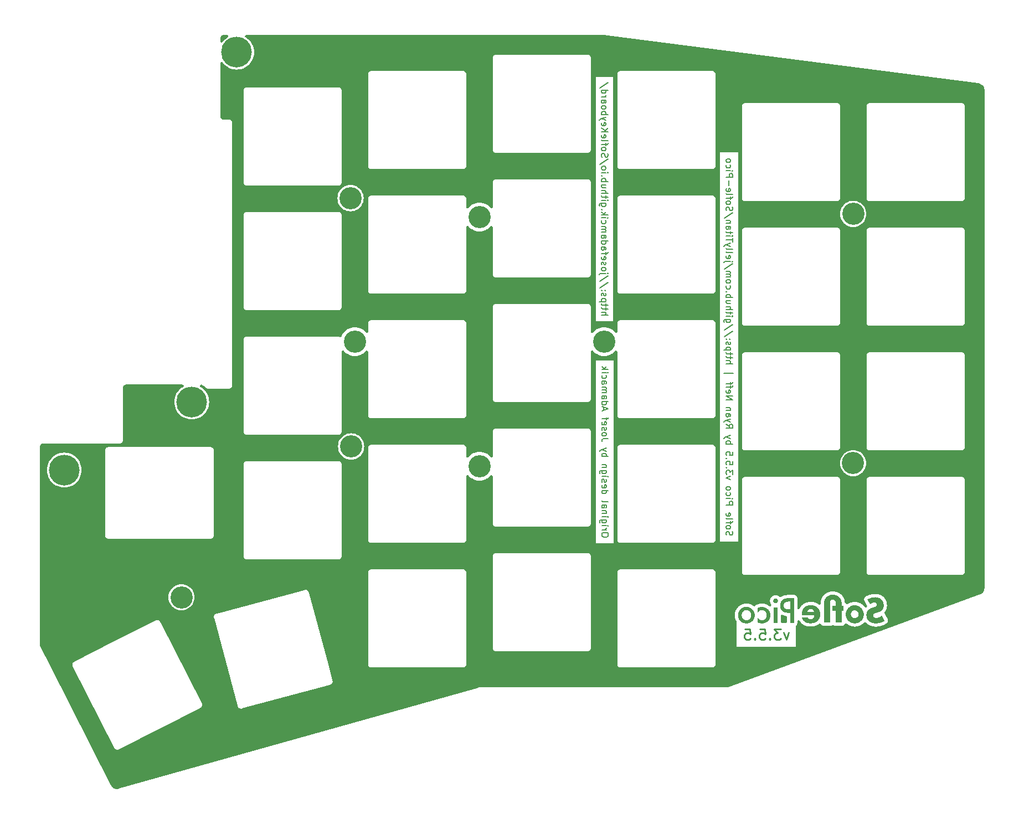
<source format=gbr>
%TF.GenerationSoftware,KiCad,Pcbnew,7.0.5-0*%
%TF.CreationDate,2024-02-11T16:38:14-08:00*%
%TF.ProjectId,Sofle_Pico_Top_Plate,536f666c-655f-4506-9963-6f5f546f705f,3.5.5*%
%TF.SameCoordinates,Original*%
%TF.FileFunction,Copper,L2,Bot*%
%TF.FilePolarity,Positive*%
%FSLAX46Y46*%
G04 Gerber Fmt 4.6, Leading zero omitted, Abs format (unit mm)*
G04 Created by KiCad (PCBNEW 7.0.5-0) date 2024-02-11 16:38:14*
%MOMM*%
%LPD*%
G01*
G04 APERTURE LIST*
%ADD10C,0.150000*%
%TA.AperFunction,NonConductor*%
%ADD11C,0.150000*%
%TD*%
%ADD12C,0.200000*%
%TA.AperFunction,NonConductor*%
%ADD13C,0.200000*%
%TD*%
%ADD14C,0.250000*%
%TA.AperFunction,NonConductor*%
%ADD15C,0.250000*%
%TD*%
%TA.AperFunction,ComponentPad*%
%ADD16C,4.700000*%
%TD*%
%TA.AperFunction,ComponentPad*%
%ADD17C,3.400000*%
%TD*%
G04 APERTURE END LIST*
D10*
D11*
X165770180Y-83814286D02*
X166770180Y-83814286D01*
X165770180Y-83385715D02*
X166293990Y-83385715D01*
X166293990Y-83385715D02*
X166389228Y-83433334D01*
X166389228Y-83433334D02*
X166436847Y-83528572D01*
X166436847Y-83528572D02*
X166436847Y-83671429D01*
X166436847Y-83671429D02*
X166389228Y-83766667D01*
X166389228Y-83766667D02*
X166341609Y-83814286D01*
X166436847Y-83052381D02*
X166436847Y-82671429D01*
X166770180Y-82909524D02*
X165913038Y-82909524D01*
X165913038Y-82909524D02*
X165817800Y-82861905D01*
X165817800Y-82861905D02*
X165770180Y-82766667D01*
X165770180Y-82766667D02*
X165770180Y-82671429D01*
X166436847Y-82480952D02*
X166436847Y-82100000D01*
X166770180Y-82338095D02*
X165913038Y-82338095D01*
X165913038Y-82338095D02*
X165817800Y-82290476D01*
X165817800Y-82290476D02*
X165770180Y-82195238D01*
X165770180Y-82195238D02*
X165770180Y-82100000D01*
X166436847Y-81766666D02*
X165436847Y-81766666D01*
X166389228Y-81766666D02*
X166436847Y-81671428D01*
X166436847Y-81671428D02*
X166436847Y-81480952D01*
X166436847Y-81480952D02*
X166389228Y-81385714D01*
X166389228Y-81385714D02*
X166341609Y-81338095D01*
X166341609Y-81338095D02*
X166246371Y-81290476D01*
X166246371Y-81290476D02*
X165960657Y-81290476D01*
X165960657Y-81290476D02*
X165865419Y-81338095D01*
X165865419Y-81338095D02*
X165817800Y-81385714D01*
X165817800Y-81385714D02*
X165770180Y-81480952D01*
X165770180Y-81480952D02*
X165770180Y-81671428D01*
X165770180Y-81671428D02*
X165817800Y-81766666D01*
X165817800Y-80909523D02*
X165770180Y-80814285D01*
X165770180Y-80814285D02*
X165770180Y-80623809D01*
X165770180Y-80623809D02*
X165817800Y-80528571D01*
X165817800Y-80528571D02*
X165913038Y-80480952D01*
X165913038Y-80480952D02*
X165960657Y-80480952D01*
X165960657Y-80480952D02*
X166055895Y-80528571D01*
X166055895Y-80528571D02*
X166103514Y-80623809D01*
X166103514Y-80623809D02*
X166103514Y-80766666D01*
X166103514Y-80766666D02*
X166151133Y-80861904D01*
X166151133Y-80861904D02*
X166246371Y-80909523D01*
X166246371Y-80909523D02*
X166293990Y-80909523D01*
X166293990Y-80909523D02*
X166389228Y-80861904D01*
X166389228Y-80861904D02*
X166436847Y-80766666D01*
X166436847Y-80766666D02*
X166436847Y-80623809D01*
X166436847Y-80623809D02*
X166389228Y-80528571D01*
X165865419Y-80052380D02*
X165817800Y-80004761D01*
X165817800Y-80004761D02*
X165770180Y-80052380D01*
X165770180Y-80052380D02*
X165817800Y-80099999D01*
X165817800Y-80099999D02*
X165865419Y-80052380D01*
X165865419Y-80052380D02*
X165770180Y-80052380D01*
X166389228Y-80052380D02*
X166341609Y-80004761D01*
X166341609Y-80004761D02*
X166293990Y-80052380D01*
X166293990Y-80052380D02*
X166341609Y-80099999D01*
X166341609Y-80099999D02*
X166389228Y-80052380D01*
X166389228Y-80052380D02*
X166293990Y-80052380D01*
X166817800Y-78861905D02*
X165532085Y-79719047D01*
X166817800Y-77814286D02*
X165532085Y-78671428D01*
X166436847Y-77480952D02*
X165579704Y-77480952D01*
X165579704Y-77480952D02*
X165484466Y-77528571D01*
X165484466Y-77528571D02*
X165436847Y-77623809D01*
X165436847Y-77623809D02*
X165436847Y-77671428D01*
X166770180Y-77480952D02*
X166722561Y-77528571D01*
X166722561Y-77528571D02*
X166674942Y-77480952D01*
X166674942Y-77480952D02*
X166722561Y-77433333D01*
X166722561Y-77433333D02*
X166770180Y-77480952D01*
X166770180Y-77480952D02*
X166674942Y-77480952D01*
X165770180Y-76861905D02*
X165817800Y-76957143D01*
X165817800Y-76957143D02*
X165865419Y-77004762D01*
X165865419Y-77004762D02*
X165960657Y-77052381D01*
X165960657Y-77052381D02*
X166246371Y-77052381D01*
X166246371Y-77052381D02*
X166341609Y-77004762D01*
X166341609Y-77004762D02*
X166389228Y-76957143D01*
X166389228Y-76957143D02*
X166436847Y-76861905D01*
X166436847Y-76861905D02*
X166436847Y-76719048D01*
X166436847Y-76719048D02*
X166389228Y-76623810D01*
X166389228Y-76623810D02*
X166341609Y-76576191D01*
X166341609Y-76576191D02*
X166246371Y-76528572D01*
X166246371Y-76528572D02*
X165960657Y-76528572D01*
X165960657Y-76528572D02*
X165865419Y-76576191D01*
X165865419Y-76576191D02*
X165817800Y-76623810D01*
X165817800Y-76623810D02*
X165770180Y-76719048D01*
X165770180Y-76719048D02*
X165770180Y-76861905D01*
X165817800Y-76147619D02*
X165770180Y-76052381D01*
X165770180Y-76052381D02*
X165770180Y-75861905D01*
X165770180Y-75861905D02*
X165817800Y-75766667D01*
X165817800Y-75766667D02*
X165913038Y-75719048D01*
X165913038Y-75719048D02*
X165960657Y-75719048D01*
X165960657Y-75719048D02*
X166055895Y-75766667D01*
X166055895Y-75766667D02*
X166103514Y-75861905D01*
X166103514Y-75861905D02*
X166103514Y-76004762D01*
X166103514Y-76004762D02*
X166151133Y-76100000D01*
X166151133Y-76100000D02*
X166246371Y-76147619D01*
X166246371Y-76147619D02*
X166293990Y-76147619D01*
X166293990Y-76147619D02*
X166389228Y-76100000D01*
X166389228Y-76100000D02*
X166436847Y-76004762D01*
X166436847Y-76004762D02*
X166436847Y-75861905D01*
X166436847Y-75861905D02*
X166389228Y-75766667D01*
X165817800Y-74909524D02*
X165770180Y-75004762D01*
X165770180Y-75004762D02*
X165770180Y-75195238D01*
X165770180Y-75195238D02*
X165817800Y-75290476D01*
X165817800Y-75290476D02*
X165913038Y-75338095D01*
X165913038Y-75338095D02*
X166293990Y-75338095D01*
X166293990Y-75338095D02*
X166389228Y-75290476D01*
X166389228Y-75290476D02*
X166436847Y-75195238D01*
X166436847Y-75195238D02*
X166436847Y-75004762D01*
X166436847Y-75004762D02*
X166389228Y-74909524D01*
X166389228Y-74909524D02*
X166293990Y-74861905D01*
X166293990Y-74861905D02*
X166198752Y-74861905D01*
X166198752Y-74861905D02*
X166103514Y-75338095D01*
X166436847Y-74576190D02*
X166436847Y-74195238D01*
X165770180Y-74433333D02*
X166627323Y-74433333D01*
X166627323Y-74433333D02*
X166722561Y-74385714D01*
X166722561Y-74385714D02*
X166770180Y-74290476D01*
X166770180Y-74290476D02*
X166770180Y-74195238D01*
X165770180Y-73433333D02*
X166293990Y-73433333D01*
X166293990Y-73433333D02*
X166389228Y-73480952D01*
X166389228Y-73480952D02*
X166436847Y-73576190D01*
X166436847Y-73576190D02*
X166436847Y-73766666D01*
X166436847Y-73766666D02*
X166389228Y-73861904D01*
X165817800Y-73433333D02*
X165770180Y-73528571D01*
X165770180Y-73528571D02*
X165770180Y-73766666D01*
X165770180Y-73766666D02*
X165817800Y-73861904D01*
X165817800Y-73861904D02*
X165913038Y-73909523D01*
X165913038Y-73909523D02*
X166008276Y-73909523D01*
X166008276Y-73909523D02*
X166103514Y-73861904D01*
X166103514Y-73861904D02*
X166151133Y-73766666D01*
X166151133Y-73766666D02*
X166151133Y-73528571D01*
X166151133Y-73528571D02*
X166198752Y-73433333D01*
X165770180Y-72528571D02*
X166770180Y-72528571D01*
X165817800Y-72528571D02*
X165770180Y-72623809D01*
X165770180Y-72623809D02*
X165770180Y-72814285D01*
X165770180Y-72814285D02*
X165817800Y-72909523D01*
X165817800Y-72909523D02*
X165865419Y-72957142D01*
X165865419Y-72957142D02*
X165960657Y-73004761D01*
X165960657Y-73004761D02*
X166246371Y-73004761D01*
X166246371Y-73004761D02*
X166341609Y-72957142D01*
X166341609Y-72957142D02*
X166389228Y-72909523D01*
X166389228Y-72909523D02*
X166436847Y-72814285D01*
X166436847Y-72814285D02*
X166436847Y-72623809D01*
X166436847Y-72623809D02*
X166389228Y-72528571D01*
X165770180Y-71623809D02*
X166293990Y-71623809D01*
X166293990Y-71623809D02*
X166389228Y-71671428D01*
X166389228Y-71671428D02*
X166436847Y-71766666D01*
X166436847Y-71766666D02*
X166436847Y-71957142D01*
X166436847Y-71957142D02*
X166389228Y-72052380D01*
X165817800Y-71623809D02*
X165770180Y-71719047D01*
X165770180Y-71719047D02*
X165770180Y-71957142D01*
X165770180Y-71957142D02*
X165817800Y-72052380D01*
X165817800Y-72052380D02*
X165913038Y-72099999D01*
X165913038Y-72099999D02*
X166008276Y-72099999D01*
X166008276Y-72099999D02*
X166103514Y-72052380D01*
X166103514Y-72052380D02*
X166151133Y-71957142D01*
X166151133Y-71957142D02*
X166151133Y-71719047D01*
X166151133Y-71719047D02*
X166198752Y-71623809D01*
X165770180Y-71147618D02*
X166436847Y-71147618D01*
X166341609Y-71147618D02*
X166389228Y-71099999D01*
X166389228Y-71099999D02*
X166436847Y-71004761D01*
X166436847Y-71004761D02*
X166436847Y-70861904D01*
X166436847Y-70861904D02*
X166389228Y-70766666D01*
X166389228Y-70766666D02*
X166293990Y-70719047D01*
X166293990Y-70719047D02*
X165770180Y-70719047D01*
X166293990Y-70719047D02*
X166389228Y-70671428D01*
X166389228Y-70671428D02*
X166436847Y-70576190D01*
X166436847Y-70576190D02*
X166436847Y-70433333D01*
X166436847Y-70433333D02*
X166389228Y-70338094D01*
X166389228Y-70338094D02*
X166293990Y-70290475D01*
X166293990Y-70290475D02*
X165770180Y-70290475D01*
X165817800Y-69385714D02*
X165770180Y-69480952D01*
X165770180Y-69480952D02*
X165770180Y-69671428D01*
X165770180Y-69671428D02*
X165817800Y-69766666D01*
X165817800Y-69766666D02*
X165865419Y-69814285D01*
X165865419Y-69814285D02*
X165960657Y-69861904D01*
X165960657Y-69861904D02*
X166246371Y-69861904D01*
X166246371Y-69861904D02*
X166341609Y-69814285D01*
X166341609Y-69814285D02*
X166389228Y-69766666D01*
X166389228Y-69766666D02*
X166436847Y-69671428D01*
X166436847Y-69671428D02*
X166436847Y-69480952D01*
X166436847Y-69480952D02*
X166389228Y-69385714D01*
X165770180Y-68957142D02*
X166436847Y-68957142D01*
X166770180Y-68957142D02*
X166722561Y-69004761D01*
X166722561Y-69004761D02*
X166674942Y-68957142D01*
X166674942Y-68957142D02*
X166722561Y-68909523D01*
X166722561Y-68909523D02*
X166770180Y-68957142D01*
X166770180Y-68957142D02*
X166674942Y-68957142D01*
X165770180Y-68480952D02*
X166770180Y-68480952D01*
X166151133Y-68385714D02*
X165770180Y-68100000D01*
X166436847Y-68100000D02*
X166055895Y-68480952D01*
X165865419Y-67671428D02*
X165817800Y-67623809D01*
X165817800Y-67623809D02*
X165770180Y-67671428D01*
X165770180Y-67671428D02*
X165817800Y-67719047D01*
X165817800Y-67719047D02*
X165865419Y-67671428D01*
X165865419Y-67671428D02*
X165770180Y-67671428D01*
X166436847Y-66766667D02*
X165627323Y-66766667D01*
X165627323Y-66766667D02*
X165532085Y-66814286D01*
X165532085Y-66814286D02*
X165484466Y-66861905D01*
X165484466Y-66861905D02*
X165436847Y-66957143D01*
X165436847Y-66957143D02*
X165436847Y-67100000D01*
X165436847Y-67100000D02*
X165484466Y-67195238D01*
X165817800Y-66766667D02*
X165770180Y-66861905D01*
X165770180Y-66861905D02*
X165770180Y-67052381D01*
X165770180Y-67052381D02*
X165817800Y-67147619D01*
X165817800Y-67147619D02*
X165865419Y-67195238D01*
X165865419Y-67195238D02*
X165960657Y-67242857D01*
X165960657Y-67242857D02*
X166246371Y-67242857D01*
X166246371Y-67242857D02*
X166341609Y-67195238D01*
X166341609Y-67195238D02*
X166389228Y-67147619D01*
X166389228Y-67147619D02*
X166436847Y-67052381D01*
X166436847Y-67052381D02*
X166436847Y-66861905D01*
X166436847Y-66861905D02*
X166389228Y-66766667D01*
X165770180Y-66290476D02*
X166436847Y-66290476D01*
X166770180Y-66290476D02*
X166722561Y-66338095D01*
X166722561Y-66338095D02*
X166674942Y-66290476D01*
X166674942Y-66290476D02*
X166722561Y-66242857D01*
X166722561Y-66242857D02*
X166770180Y-66290476D01*
X166770180Y-66290476D02*
X166674942Y-66290476D01*
X166436847Y-65957143D02*
X166436847Y-65576191D01*
X166770180Y-65814286D02*
X165913038Y-65814286D01*
X165913038Y-65814286D02*
X165817800Y-65766667D01*
X165817800Y-65766667D02*
X165770180Y-65671429D01*
X165770180Y-65671429D02*
X165770180Y-65576191D01*
X165770180Y-65242857D02*
X166770180Y-65242857D01*
X165770180Y-64814286D02*
X166293990Y-64814286D01*
X166293990Y-64814286D02*
X166389228Y-64861905D01*
X166389228Y-64861905D02*
X166436847Y-64957143D01*
X166436847Y-64957143D02*
X166436847Y-65100000D01*
X166436847Y-65100000D02*
X166389228Y-65195238D01*
X166389228Y-65195238D02*
X166341609Y-65242857D01*
X166436847Y-63909524D02*
X165770180Y-63909524D01*
X166436847Y-64338095D02*
X165913038Y-64338095D01*
X165913038Y-64338095D02*
X165817800Y-64290476D01*
X165817800Y-64290476D02*
X165770180Y-64195238D01*
X165770180Y-64195238D02*
X165770180Y-64052381D01*
X165770180Y-64052381D02*
X165817800Y-63957143D01*
X165817800Y-63957143D02*
X165865419Y-63909524D01*
X165770180Y-63433333D02*
X166770180Y-63433333D01*
X166389228Y-63433333D02*
X166436847Y-63338095D01*
X166436847Y-63338095D02*
X166436847Y-63147619D01*
X166436847Y-63147619D02*
X166389228Y-63052381D01*
X166389228Y-63052381D02*
X166341609Y-63004762D01*
X166341609Y-63004762D02*
X166246371Y-62957143D01*
X166246371Y-62957143D02*
X165960657Y-62957143D01*
X165960657Y-62957143D02*
X165865419Y-63004762D01*
X165865419Y-63004762D02*
X165817800Y-63052381D01*
X165817800Y-63052381D02*
X165770180Y-63147619D01*
X165770180Y-63147619D02*
X165770180Y-63338095D01*
X165770180Y-63338095D02*
X165817800Y-63433333D01*
X165865419Y-62528571D02*
X165817800Y-62480952D01*
X165817800Y-62480952D02*
X165770180Y-62528571D01*
X165770180Y-62528571D02*
X165817800Y-62576190D01*
X165817800Y-62576190D02*
X165865419Y-62528571D01*
X165865419Y-62528571D02*
X165770180Y-62528571D01*
X165770180Y-62052381D02*
X166436847Y-62052381D01*
X166770180Y-62052381D02*
X166722561Y-62100000D01*
X166722561Y-62100000D02*
X166674942Y-62052381D01*
X166674942Y-62052381D02*
X166722561Y-62004762D01*
X166722561Y-62004762D02*
X166770180Y-62052381D01*
X166770180Y-62052381D02*
X166674942Y-62052381D01*
X165770180Y-61433334D02*
X165817800Y-61528572D01*
X165817800Y-61528572D02*
X165865419Y-61576191D01*
X165865419Y-61576191D02*
X165960657Y-61623810D01*
X165960657Y-61623810D02*
X166246371Y-61623810D01*
X166246371Y-61623810D02*
X166341609Y-61576191D01*
X166341609Y-61576191D02*
X166389228Y-61528572D01*
X166389228Y-61528572D02*
X166436847Y-61433334D01*
X166436847Y-61433334D02*
X166436847Y-61290477D01*
X166436847Y-61290477D02*
X166389228Y-61195239D01*
X166389228Y-61195239D02*
X166341609Y-61147620D01*
X166341609Y-61147620D02*
X166246371Y-61100001D01*
X166246371Y-61100001D02*
X165960657Y-61100001D01*
X165960657Y-61100001D02*
X165865419Y-61147620D01*
X165865419Y-61147620D02*
X165817800Y-61195239D01*
X165817800Y-61195239D02*
X165770180Y-61290477D01*
X165770180Y-61290477D02*
X165770180Y-61433334D01*
X166817800Y-59957144D02*
X165532085Y-60814286D01*
X165817800Y-59671429D02*
X165770180Y-59528572D01*
X165770180Y-59528572D02*
X165770180Y-59290477D01*
X165770180Y-59290477D02*
X165817800Y-59195239D01*
X165817800Y-59195239D02*
X165865419Y-59147620D01*
X165865419Y-59147620D02*
X165960657Y-59100001D01*
X165960657Y-59100001D02*
X166055895Y-59100001D01*
X166055895Y-59100001D02*
X166151133Y-59147620D01*
X166151133Y-59147620D02*
X166198752Y-59195239D01*
X166198752Y-59195239D02*
X166246371Y-59290477D01*
X166246371Y-59290477D02*
X166293990Y-59480953D01*
X166293990Y-59480953D02*
X166341609Y-59576191D01*
X166341609Y-59576191D02*
X166389228Y-59623810D01*
X166389228Y-59623810D02*
X166484466Y-59671429D01*
X166484466Y-59671429D02*
X166579704Y-59671429D01*
X166579704Y-59671429D02*
X166674942Y-59623810D01*
X166674942Y-59623810D02*
X166722561Y-59576191D01*
X166722561Y-59576191D02*
X166770180Y-59480953D01*
X166770180Y-59480953D02*
X166770180Y-59242858D01*
X166770180Y-59242858D02*
X166722561Y-59100001D01*
X165770180Y-58528572D02*
X165817800Y-58623810D01*
X165817800Y-58623810D02*
X165865419Y-58671429D01*
X165865419Y-58671429D02*
X165960657Y-58719048D01*
X165960657Y-58719048D02*
X166246371Y-58719048D01*
X166246371Y-58719048D02*
X166341609Y-58671429D01*
X166341609Y-58671429D02*
X166389228Y-58623810D01*
X166389228Y-58623810D02*
X166436847Y-58528572D01*
X166436847Y-58528572D02*
X166436847Y-58385715D01*
X166436847Y-58385715D02*
X166389228Y-58290477D01*
X166389228Y-58290477D02*
X166341609Y-58242858D01*
X166341609Y-58242858D02*
X166246371Y-58195239D01*
X166246371Y-58195239D02*
X165960657Y-58195239D01*
X165960657Y-58195239D02*
X165865419Y-58242858D01*
X165865419Y-58242858D02*
X165817800Y-58290477D01*
X165817800Y-58290477D02*
X165770180Y-58385715D01*
X165770180Y-58385715D02*
X165770180Y-58528572D01*
X166436847Y-57909524D02*
X166436847Y-57528572D01*
X165770180Y-57766667D02*
X166627323Y-57766667D01*
X166627323Y-57766667D02*
X166722561Y-57719048D01*
X166722561Y-57719048D02*
X166770180Y-57623810D01*
X166770180Y-57623810D02*
X166770180Y-57528572D01*
X165770180Y-57052381D02*
X165817800Y-57147619D01*
X165817800Y-57147619D02*
X165913038Y-57195238D01*
X165913038Y-57195238D02*
X166770180Y-57195238D01*
X165817800Y-56290476D02*
X165770180Y-56385714D01*
X165770180Y-56385714D02*
X165770180Y-56576190D01*
X165770180Y-56576190D02*
X165817800Y-56671428D01*
X165817800Y-56671428D02*
X165913038Y-56719047D01*
X165913038Y-56719047D02*
X166293990Y-56719047D01*
X166293990Y-56719047D02*
X166389228Y-56671428D01*
X166389228Y-56671428D02*
X166436847Y-56576190D01*
X166436847Y-56576190D02*
X166436847Y-56385714D01*
X166436847Y-56385714D02*
X166389228Y-56290476D01*
X166389228Y-56290476D02*
X166293990Y-56242857D01*
X166293990Y-56242857D02*
X166198752Y-56242857D01*
X166198752Y-56242857D02*
X166103514Y-56719047D01*
X165770180Y-55814285D02*
X166770180Y-55814285D01*
X165770180Y-55242857D02*
X166341609Y-55671428D01*
X166770180Y-55242857D02*
X166198752Y-55814285D01*
X165817800Y-54433333D02*
X165770180Y-54528571D01*
X165770180Y-54528571D02*
X165770180Y-54719047D01*
X165770180Y-54719047D02*
X165817800Y-54814285D01*
X165817800Y-54814285D02*
X165913038Y-54861904D01*
X165913038Y-54861904D02*
X166293990Y-54861904D01*
X166293990Y-54861904D02*
X166389228Y-54814285D01*
X166389228Y-54814285D02*
X166436847Y-54719047D01*
X166436847Y-54719047D02*
X166436847Y-54528571D01*
X166436847Y-54528571D02*
X166389228Y-54433333D01*
X166389228Y-54433333D02*
X166293990Y-54385714D01*
X166293990Y-54385714D02*
X166198752Y-54385714D01*
X166198752Y-54385714D02*
X166103514Y-54861904D01*
X166436847Y-54052380D02*
X165770180Y-53814285D01*
X166436847Y-53576190D02*
X165770180Y-53814285D01*
X165770180Y-53814285D02*
X165532085Y-53909523D01*
X165532085Y-53909523D02*
X165484466Y-53957142D01*
X165484466Y-53957142D02*
X165436847Y-54052380D01*
X165770180Y-53195237D02*
X166770180Y-53195237D01*
X166389228Y-53195237D02*
X166436847Y-53099999D01*
X166436847Y-53099999D02*
X166436847Y-52909523D01*
X166436847Y-52909523D02*
X166389228Y-52814285D01*
X166389228Y-52814285D02*
X166341609Y-52766666D01*
X166341609Y-52766666D02*
X166246371Y-52719047D01*
X166246371Y-52719047D02*
X165960657Y-52719047D01*
X165960657Y-52719047D02*
X165865419Y-52766666D01*
X165865419Y-52766666D02*
X165817800Y-52814285D01*
X165817800Y-52814285D02*
X165770180Y-52909523D01*
X165770180Y-52909523D02*
X165770180Y-53099999D01*
X165770180Y-53099999D02*
X165817800Y-53195237D01*
X165770180Y-52147618D02*
X165817800Y-52242856D01*
X165817800Y-52242856D02*
X165865419Y-52290475D01*
X165865419Y-52290475D02*
X165960657Y-52338094D01*
X165960657Y-52338094D02*
X166246371Y-52338094D01*
X166246371Y-52338094D02*
X166341609Y-52290475D01*
X166341609Y-52290475D02*
X166389228Y-52242856D01*
X166389228Y-52242856D02*
X166436847Y-52147618D01*
X166436847Y-52147618D02*
X166436847Y-52004761D01*
X166436847Y-52004761D02*
X166389228Y-51909523D01*
X166389228Y-51909523D02*
X166341609Y-51861904D01*
X166341609Y-51861904D02*
X166246371Y-51814285D01*
X166246371Y-51814285D02*
X165960657Y-51814285D01*
X165960657Y-51814285D02*
X165865419Y-51861904D01*
X165865419Y-51861904D02*
X165817800Y-51909523D01*
X165817800Y-51909523D02*
X165770180Y-52004761D01*
X165770180Y-52004761D02*
X165770180Y-52147618D01*
X165770180Y-50957142D02*
X166293990Y-50957142D01*
X166293990Y-50957142D02*
X166389228Y-51004761D01*
X166389228Y-51004761D02*
X166436847Y-51099999D01*
X166436847Y-51099999D02*
X166436847Y-51290475D01*
X166436847Y-51290475D02*
X166389228Y-51385713D01*
X165817800Y-50957142D02*
X165770180Y-51052380D01*
X165770180Y-51052380D02*
X165770180Y-51290475D01*
X165770180Y-51290475D02*
X165817800Y-51385713D01*
X165817800Y-51385713D02*
X165913038Y-51433332D01*
X165913038Y-51433332D02*
X166008276Y-51433332D01*
X166008276Y-51433332D02*
X166103514Y-51385713D01*
X166103514Y-51385713D02*
X166151133Y-51290475D01*
X166151133Y-51290475D02*
X166151133Y-51052380D01*
X166151133Y-51052380D02*
X166198752Y-50957142D01*
X165770180Y-50480951D02*
X166436847Y-50480951D01*
X166246371Y-50480951D02*
X166341609Y-50433332D01*
X166341609Y-50433332D02*
X166389228Y-50385713D01*
X166389228Y-50385713D02*
X166436847Y-50290475D01*
X166436847Y-50290475D02*
X166436847Y-50195237D01*
X165770180Y-49433332D02*
X166770180Y-49433332D01*
X165817800Y-49433332D02*
X165770180Y-49528570D01*
X165770180Y-49528570D02*
X165770180Y-49719046D01*
X165770180Y-49719046D02*
X165817800Y-49814284D01*
X165817800Y-49814284D02*
X165865419Y-49861903D01*
X165865419Y-49861903D02*
X165960657Y-49909522D01*
X165960657Y-49909522D02*
X166246371Y-49909522D01*
X166246371Y-49909522D02*
X166341609Y-49861903D01*
X166341609Y-49861903D02*
X166389228Y-49814284D01*
X166389228Y-49814284D02*
X166436847Y-49719046D01*
X166436847Y-49719046D02*
X166436847Y-49528570D01*
X166436847Y-49528570D02*
X166389228Y-49433332D01*
X166817800Y-48242856D02*
X165532085Y-49099998D01*
D12*
D13*
X166822780Y-117511905D02*
X166822780Y-117321429D01*
X166822780Y-117321429D02*
X166775161Y-117226191D01*
X166775161Y-117226191D02*
X166679923Y-117130953D01*
X166679923Y-117130953D02*
X166489447Y-117083334D01*
X166489447Y-117083334D02*
X166156114Y-117083334D01*
X166156114Y-117083334D02*
X165965638Y-117130953D01*
X165965638Y-117130953D02*
X165870400Y-117226191D01*
X165870400Y-117226191D02*
X165822780Y-117321429D01*
X165822780Y-117321429D02*
X165822780Y-117511905D01*
X165822780Y-117511905D02*
X165870400Y-117607143D01*
X165870400Y-117607143D02*
X165965638Y-117702381D01*
X165965638Y-117702381D02*
X166156114Y-117750000D01*
X166156114Y-117750000D02*
X166489447Y-117750000D01*
X166489447Y-117750000D02*
X166679923Y-117702381D01*
X166679923Y-117702381D02*
X166775161Y-117607143D01*
X166775161Y-117607143D02*
X166822780Y-117511905D01*
X165822780Y-116654762D02*
X166489447Y-116654762D01*
X166298971Y-116654762D02*
X166394209Y-116607143D01*
X166394209Y-116607143D02*
X166441828Y-116559524D01*
X166441828Y-116559524D02*
X166489447Y-116464286D01*
X166489447Y-116464286D02*
X166489447Y-116369048D01*
X165822780Y-116035714D02*
X166489447Y-116035714D01*
X166822780Y-116035714D02*
X166775161Y-116083333D01*
X166775161Y-116083333D02*
X166727542Y-116035714D01*
X166727542Y-116035714D02*
X166775161Y-115988095D01*
X166775161Y-115988095D02*
X166822780Y-116035714D01*
X166822780Y-116035714D02*
X166727542Y-116035714D01*
X166489447Y-115130953D02*
X165679923Y-115130953D01*
X165679923Y-115130953D02*
X165584685Y-115178572D01*
X165584685Y-115178572D02*
X165537066Y-115226191D01*
X165537066Y-115226191D02*
X165489447Y-115321429D01*
X165489447Y-115321429D02*
X165489447Y-115464286D01*
X165489447Y-115464286D02*
X165537066Y-115559524D01*
X165870400Y-115130953D02*
X165822780Y-115226191D01*
X165822780Y-115226191D02*
X165822780Y-115416667D01*
X165822780Y-115416667D02*
X165870400Y-115511905D01*
X165870400Y-115511905D02*
X165918019Y-115559524D01*
X165918019Y-115559524D02*
X166013257Y-115607143D01*
X166013257Y-115607143D02*
X166298971Y-115607143D01*
X166298971Y-115607143D02*
X166394209Y-115559524D01*
X166394209Y-115559524D02*
X166441828Y-115511905D01*
X166441828Y-115511905D02*
X166489447Y-115416667D01*
X166489447Y-115416667D02*
X166489447Y-115226191D01*
X166489447Y-115226191D02*
X166441828Y-115130953D01*
X165822780Y-114654762D02*
X166489447Y-114654762D01*
X166822780Y-114654762D02*
X166775161Y-114702381D01*
X166775161Y-114702381D02*
X166727542Y-114654762D01*
X166727542Y-114654762D02*
X166775161Y-114607143D01*
X166775161Y-114607143D02*
X166822780Y-114654762D01*
X166822780Y-114654762D02*
X166727542Y-114654762D01*
X166489447Y-114178572D02*
X165822780Y-114178572D01*
X166394209Y-114178572D02*
X166441828Y-114130953D01*
X166441828Y-114130953D02*
X166489447Y-114035715D01*
X166489447Y-114035715D02*
X166489447Y-113892858D01*
X166489447Y-113892858D02*
X166441828Y-113797620D01*
X166441828Y-113797620D02*
X166346590Y-113750001D01*
X166346590Y-113750001D02*
X165822780Y-113750001D01*
X165822780Y-112845239D02*
X166346590Y-112845239D01*
X166346590Y-112845239D02*
X166441828Y-112892858D01*
X166441828Y-112892858D02*
X166489447Y-112988096D01*
X166489447Y-112988096D02*
X166489447Y-113178572D01*
X166489447Y-113178572D02*
X166441828Y-113273810D01*
X165870400Y-112845239D02*
X165822780Y-112940477D01*
X165822780Y-112940477D02*
X165822780Y-113178572D01*
X165822780Y-113178572D02*
X165870400Y-113273810D01*
X165870400Y-113273810D02*
X165965638Y-113321429D01*
X165965638Y-113321429D02*
X166060876Y-113321429D01*
X166060876Y-113321429D02*
X166156114Y-113273810D01*
X166156114Y-113273810D02*
X166203733Y-113178572D01*
X166203733Y-113178572D02*
X166203733Y-112940477D01*
X166203733Y-112940477D02*
X166251352Y-112845239D01*
X165822780Y-112226191D02*
X165870400Y-112321429D01*
X165870400Y-112321429D02*
X165965638Y-112369048D01*
X165965638Y-112369048D02*
X166822780Y-112369048D01*
X165822780Y-110654762D02*
X166822780Y-110654762D01*
X165870400Y-110654762D02*
X165822780Y-110750000D01*
X165822780Y-110750000D02*
X165822780Y-110940476D01*
X165822780Y-110940476D02*
X165870400Y-111035714D01*
X165870400Y-111035714D02*
X165918019Y-111083333D01*
X165918019Y-111083333D02*
X166013257Y-111130952D01*
X166013257Y-111130952D02*
X166298971Y-111130952D01*
X166298971Y-111130952D02*
X166394209Y-111083333D01*
X166394209Y-111083333D02*
X166441828Y-111035714D01*
X166441828Y-111035714D02*
X166489447Y-110940476D01*
X166489447Y-110940476D02*
X166489447Y-110750000D01*
X166489447Y-110750000D02*
X166441828Y-110654762D01*
X165870400Y-109797619D02*
X165822780Y-109892857D01*
X165822780Y-109892857D02*
X165822780Y-110083333D01*
X165822780Y-110083333D02*
X165870400Y-110178571D01*
X165870400Y-110178571D02*
X165965638Y-110226190D01*
X165965638Y-110226190D02*
X166346590Y-110226190D01*
X166346590Y-110226190D02*
X166441828Y-110178571D01*
X166441828Y-110178571D02*
X166489447Y-110083333D01*
X166489447Y-110083333D02*
X166489447Y-109892857D01*
X166489447Y-109892857D02*
X166441828Y-109797619D01*
X166441828Y-109797619D02*
X166346590Y-109750000D01*
X166346590Y-109750000D02*
X166251352Y-109750000D01*
X166251352Y-109750000D02*
X166156114Y-110226190D01*
X165870400Y-109369047D02*
X165822780Y-109273809D01*
X165822780Y-109273809D02*
X165822780Y-109083333D01*
X165822780Y-109083333D02*
X165870400Y-108988095D01*
X165870400Y-108988095D02*
X165965638Y-108940476D01*
X165965638Y-108940476D02*
X166013257Y-108940476D01*
X166013257Y-108940476D02*
X166108495Y-108988095D01*
X166108495Y-108988095D02*
X166156114Y-109083333D01*
X166156114Y-109083333D02*
X166156114Y-109226190D01*
X166156114Y-109226190D02*
X166203733Y-109321428D01*
X166203733Y-109321428D02*
X166298971Y-109369047D01*
X166298971Y-109369047D02*
X166346590Y-109369047D01*
X166346590Y-109369047D02*
X166441828Y-109321428D01*
X166441828Y-109321428D02*
X166489447Y-109226190D01*
X166489447Y-109226190D02*
X166489447Y-109083333D01*
X166489447Y-109083333D02*
X166441828Y-108988095D01*
X165822780Y-108511904D02*
X166489447Y-108511904D01*
X166822780Y-108511904D02*
X166775161Y-108559523D01*
X166775161Y-108559523D02*
X166727542Y-108511904D01*
X166727542Y-108511904D02*
X166775161Y-108464285D01*
X166775161Y-108464285D02*
X166822780Y-108511904D01*
X166822780Y-108511904D02*
X166727542Y-108511904D01*
X166489447Y-107607143D02*
X165679923Y-107607143D01*
X165679923Y-107607143D02*
X165584685Y-107654762D01*
X165584685Y-107654762D02*
X165537066Y-107702381D01*
X165537066Y-107702381D02*
X165489447Y-107797619D01*
X165489447Y-107797619D02*
X165489447Y-107940476D01*
X165489447Y-107940476D02*
X165537066Y-108035714D01*
X165870400Y-107607143D02*
X165822780Y-107702381D01*
X165822780Y-107702381D02*
X165822780Y-107892857D01*
X165822780Y-107892857D02*
X165870400Y-107988095D01*
X165870400Y-107988095D02*
X165918019Y-108035714D01*
X165918019Y-108035714D02*
X166013257Y-108083333D01*
X166013257Y-108083333D02*
X166298971Y-108083333D01*
X166298971Y-108083333D02*
X166394209Y-108035714D01*
X166394209Y-108035714D02*
X166441828Y-107988095D01*
X166441828Y-107988095D02*
X166489447Y-107892857D01*
X166489447Y-107892857D02*
X166489447Y-107702381D01*
X166489447Y-107702381D02*
X166441828Y-107607143D01*
X166489447Y-107130952D02*
X165822780Y-107130952D01*
X166394209Y-107130952D02*
X166441828Y-107083333D01*
X166441828Y-107083333D02*
X166489447Y-106988095D01*
X166489447Y-106988095D02*
X166489447Y-106845238D01*
X166489447Y-106845238D02*
X166441828Y-106750000D01*
X166441828Y-106750000D02*
X166346590Y-106702381D01*
X166346590Y-106702381D02*
X165822780Y-106702381D01*
X165822780Y-105464285D02*
X166822780Y-105464285D01*
X166441828Y-105464285D02*
X166489447Y-105369047D01*
X166489447Y-105369047D02*
X166489447Y-105178571D01*
X166489447Y-105178571D02*
X166441828Y-105083333D01*
X166441828Y-105083333D02*
X166394209Y-105035714D01*
X166394209Y-105035714D02*
X166298971Y-104988095D01*
X166298971Y-104988095D02*
X166013257Y-104988095D01*
X166013257Y-104988095D02*
X165918019Y-105035714D01*
X165918019Y-105035714D02*
X165870400Y-105083333D01*
X165870400Y-105083333D02*
X165822780Y-105178571D01*
X165822780Y-105178571D02*
X165822780Y-105369047D01*
X165822780Y-105369047D02*
X165870400Y-105464285D01*
X166489447Y-104654761D02*
X165822780Y-104416666D01*
X166489447Y-104178571D02*
X165822780Y-104416666D01*
X165822780Y-104416666D02*
X165584685Y-104511904D01*
X165584685Y-104511904D02*
X165537066Y-104559523D01*
X165537066Y-104559523D02*
X165489447Y-104654761D01*
X166822780Y-102749999D02*
X166108495Y-102749999D01*
X166108495Y-102749999D02*
X165965638Y-102797618D01*
X165965638Y-102797618D02*
X165870400Y-102892856D01*
X165870400Y-102892856D02*
X165822780Y-103035713D01*
X165822780Y-103035713D02*
X165822780Y-103130951D01*
X165822780Y-102130951D02*
X165870400Y-102226189D01*
X165870400Y-102226189D02*
X165918019Y-102273808D01*
X165918019Y-102273808D02*
X166013257Y-102321427D01*
X166013257Y-102321427D02*
X166298971Y-102321427D01*
X166298971Y-102321427D02*
X166394209Y-102273808D01*
X166394209Y-102273808D02*
X166441828Y-102226189D01*
X166441828Y-102226189D02*
X166489447Y-102130951D01*
X166489447Y-102130951D02*
X166489447Y-101988094D01*
X166489447Y-101988094D02*
X166441828Y-101892856D01*
X166441828Y-101892856D02*
X166394209Y-101845237D01*
X166394209Y-101845237D02*
X166298971Y-101797618D01*
X166298971Y-101797618D02*
X166013257Y-101797618D01*
X166013257Y-101797618D02*
X165918019Y-101845237D01*
X165918019Y-101845237D02*
X165870400Y-101892856D01*
X165870400Y-101892856D02*
X165822780Y-101988094D01*
X165822780Y-101988094D02*
X165822780Y-102130951D01*
X165870400Y-101416665D02*
X165822780Y-101321427D01*
X165822780Y-101321427D02*
X165822780Y-101130951D01*
X165822780Y-101130951D02*
X165870400Y-101035713D01*
X165870400Y-101035713D02*
X165965638Y-100988094D01*
X165965638Y-100988094D02*
X166013257Y-100988094D01*
X166013257Y-100988094D02*
X166108495Y-101035713D01*
X166108495Y-101035713D02*
X166156114Y-101130951D01*
X166156114Y-101130951D02*
X166156114Y-101273808D01*
X166156114Y-101273808D02*
X166203733Y-101369046D01*
X166203733Y-101369046D02*
X166298971Y-101416665D01*
X166298971Y-101416665D02*
X166346590Y-101416665D01*
X166346590Y-101416665D02*
X166441828Y-101369046D01*
X166441828Y-101369046D02*
X166489447Y-101273808D01*
X166489447Y-101273808D02*
X166489447Y-101130951D01*
X166489447Y-101130951D02*
X166441828Y-101035713D01*
X165870400Y-100178570D02*
X165822780Y-100273808D01*
X165822780Y-100273808D02*
X165822780Y-100464284D01*
X165822780Y-100464284D02*
X165870400Y-100559522D01*
X165870400Y-100559522D02*
X165965638Y-100607141D01*
X165965638Y-100607141D02*
X166346590Y-100607141D01*
X166346590Y-100607141D02*
X166441828Y-100559522D01*
X166441828Y-100559522D02*
X166489447Y-100464284D01*
X166489447Y-100464284D02*
X166489447Y-100273808D01*
X166489447Y-100273808D02*
X166441828Y-100178570D01*
X166441828Y-100178570D02*
X166346590Y-100130951D01*
X166346590Y-100130951D02*
X166251352Y-100130951D01*
X166251352Y-100130951D02*
X166156114Y-100607141D01*
X166489447Y-99845236D02*
X166489447Y-99464284D01*
X165822780Y-99702379D02*
X166679923Y-99702379D01*
X166679923Y-99702379D02*
X166775161Y-99654760D01*
X166775161Y-99654760D02*
X166822780Y-99559522D01*
X166822780Y-99559522D02*
X166822780Y-99464284D01*
X166108495Y-98416664D02*
X166108495Y-97940474D01*
X165822780Y-98511902D02*
X166822780Y-98178569D01*
X166822780Y-98178569D02*
X165822780Y-97845236D01*
X165822780Y-97083331D02*
X166822780Y-97083331D01*
X165870400Y-97083331D02*
X165822780Y-97178569D01*
X165822780Y-97178569D02*
X165822780Y-97369045D01*
X165822780Y-97369045D02*
X165870400Y-97464283D01*
X165870400Y-97464283D02*
X165918019Y-97511902D01*
X165918019Y-97511902D02*
X166013257Y-97559521D01*
X166013257Y-97559521D02*
X166298971Y-97559521D01*
X166298971Y-97559521D02*
X166394209Y-97511902D01*
X166394209Y-97511902D02*
X166441828Y-97464283D01*
X166441828Y-97464283D02*
X166489447Y-97369045D01*
X166489447Y-97369045D02*
X166489447Y-97178569D01*
X166489447Y-97178569D02*
X166441828Y-97083331D01*
X165822780Y-96178569D02*
X166346590Y-96178569D01*
X166346590Y-96178569D02*
X166441828Y-96226188D01*
X166441828Y-96226188D02*
X166489447Y-96321426D01*
X166489447Y-96321426D02*
X166489447Y-96511902D01*
X166489447Y-96511902D02*
X166441828Y-96607140D01*
X165870400Y-96178569D02*
X165822780Y-96273807D01*
X165822780Y-96273807D02*
X165822780Y-96511902D01*
X165822780Y-96511902D02*
X165870400Y-96607140D01*
X165870400Y-96607140D02*
X165965638Y-96654759D01*
X165965638Y-96654759D02*
X166060876Y-96654759D01*
X166060876Y-96654759D02*
X166156114Y-96607140D01*
X166156114Y-96607140D02*
X166203733Y-96511902D01*
X166203733Y-96511902D02*
X166203733Y-96273807D01*
X166203733Y-96273807D02*
X166251352Y-96178569D01*
X165822780Y-95702378D02*
X166489447Y-95702378D01*
X166394209Y-95702378D02*
X166441828Y-95654759D01*
X166441828Y-95654759D02*
X166489447Y-95559521D01*
X166489447Y-95559521D02*
X166489447Y-95416664D01*
X166489447Y-95416664D02*
X166441828Y-95321426D01*
X166441828Y-95321426D02*
X166346590Y-95273807D01*
X166346590Y-95273807D02*
X165822780Y-95273807D01*
X166346590Y-95273807D02*
X166441828Y-95226188D01*
X166441828Y-95226188D02*
X166489447Y-95130950D01*
X166489447Y-95130950D02*
X166489447Y-94988093D01*
X166489447Y-94988093D02*
X166441828Y-94892854D01*
X166441828Y-94892854D02*
X166346590Y-94845235D01*
X166346590Y-94845235D02*
X165822780Y-94845235D01*
X165822780Y-93940474D02*
X166346590Y-93940474D01*
X166346590Y-93940474D02*
X166441828Y-93988093D01*
X166441828Y-93988093D02*
X166489447Y-94083331D01*
X166489447Y-94083331D02*
X166489447Y-94273807D01*
X166489447Y-94273807D02*
X166441828Y-94369045D01*
X165870400Y-93940474D02*
X165822780Y-94035712D01*
X165822780Y-94035712D02*
X165822780Y-94273807D01*
X165822780Y-94273807D02*
X165870400Y-94369045D01*
X165870400Y-94369045D02*
X165965638Y-94416664D01*
X165965638Y-94416664D02*
X166060876Y-94416664D01*
X166060876Y-94416664D02*
X166156114Y-94369045D01*
X166156114Y-94369045D02*
X166203733Y-94273807D01*
X166203733Y-94273807D02*
X166203733Y-94035712D01*
X166203733Y-94035712D02*
X166251352Y-93940474D01*
X165870400Y-93035712D02*
X165822780Y-93130950D01*
X165822780Y-93130950D02*
X165822780Y-93321426D01*
X165822780Y-93321426D02*
X165870400Y-93416664D01*
X165870400Y-93416664D02*
X165918019Y-93464283D01*
X165918019Y-93464283D02*
X166013257Y-93511902D01*
X166013257Y-93511902D02*
X166298971Y-93511902D01*
X166298971Y-93511902D02*
X166394209Y-93464283D01*
X166394209Y-93464283D02*
X166441828Y-93416664D01*
X166441828Y-93416664D02*
X166489447Y-93321426D01*
X166489447Y-93321426D02*
X166489447Y-93130950D01*
X166489447Y-93130950D02*
X166441828Y-93035712D01*
X165822780Y-92607140D02*
X166489447Y-92607140D01*
X166822780Y-92607140D02*
X166775161Y-92654759D01*
X166775161Y-92654759D02*
X166727542Y-92607140D01*
X166727542Y-92607140D02*
X166775161Y-92559521D01*
X166775161Y-92559521D02*
X166822780Y-92607140D01*
X166822780Y-92607140D02*
X166727542Y-92607140D01*
X165822780Y-92130950D02*
X166822780Y-92130950D01*
X166203733Y-92035712D02*
X165822780Y-91749998D01*
X166489447Y-91749998D02*
X166108495Y-92130950D01*
D12*
D13*
X184870400Y-117486907D02*
X184822780Y-117344050D01*
X184822780Y-117344050D02*
X184822780Y-117105955D01*
X184822780Y-117105955D02*
X184870400Y-117010717D01*
X184870400Y-117010717D02*
X184918019Y-116963098D01*
X184918019Y-116963098D02*
X185013257Y-116915479D01*
X185013257Y-116915479D02*
X185108495Y-116915479D01*
X185108495Y-116915479D02*
X185203733Y-116963098D01*
X185203733Y-116963098D02*
X185251352Y-117010717D01*
X185251352Y-117010717D02*
X185298971Y-117105955D01*
X185298971Y-117105955D02*
X185346590Y-117296431D01*
X185346590Y-117296431D02*
X185394209Y-117391669D01*
X185394209Y-117391669D02*
X185441828Y-117439288D01*
X185441828Y-117439288D02*
X185537066Y-117486907D01*
X185537066Y-117486907D02*
X185632304Y-117486907D01*
X185632304Y-117486907D02*
X185727542Y-117439288D01*
X185727542Y-117439288D02*
X185775161Y-117391669D01*
X185775161Y-117391669D02*
X185822780Y-117296431D01*
X185822780Y-117296431D02*
X185822780Y-117058336D01*
X185822780Y-117058336D02*
X185775161Y-116915479D01*
X184822780Y-116344050D02*
X184870400Y-116439288D01*
X184870400Y-116439288D02*
X184918019Y-116486907D01*
X184918019Y-116486907D02*
X185013257Y-116534526D01*
X185013257Y-116534526D02*
X185298971Y-116534526D01*
X185298971Y-116534526D02*
X185394209Y-116486907D01*
X185394209Y-116486907D02*
X185441828Y-116439288D01*
X185441828Y-116439288D02*
X185489447Y-116344050D01*
X185489447Y-116344050D02*
X185489447Y-116201193D01*
X185489447Y-116201193D02*
X185441828Y-116105955D01*
X185441828Y-116105955D02*
X185394209Y-116058336D01*
X185394209Y-116058336D02*
X185298971Y-116010717D01*
X185298971Y-116010717D02*
X185013257Y-116010717D01*
X185013257Y-116010717D02*
X184918019Y-116058336D01*
X184918019Y-116058336D02*
X184870400Y-116105955D01*
X184870400Y-116105955D02*
X184822780Y-116201193D01*
X184822780Y-116201193D02*
X184822780Y-116344050D01*
X185489447Y-115725002D02*
X185489447Y-115344050D01*
X184822780Y-115582145D02*
X185679923Y-115582145D01*
X185679923Y-115582145D02*
X185775161Y-115534526D01*
X185775161Y-115534526D02*
X185822780Y-115439288D01*
X185822780Y-115439288D02*
X185822780Y-115344050D01*
X184822780Y-114867859D02*
X184870400Y-114963097D01*
X184870400Y-114963097D02*
X184965638Y-115010716D01*
X184965638Y-115010716D02*
X185822780Y-115010716D01*
X184870400Y-114105954D02*
X184822780Y-114201192D01*
X184822780Y-114201192D02*
X184822780Y-114391668D01*
X184822780Y-114391668D02*
X184870400Y-114486906D01*
X184870400Y-114486906D02*
X184965638Y-114534525D01*
X184965638Y-114534525D02*
X185346590Y-114534525D01*
X185346590Y-114534525D02*
X185441828Y-114486906D01*
X185441828Y-114486906D02*
X185489447Y-114391668D01*
X185489447Y-114391668D02*
X185489447Y-114201192D01*
X185489447Y-114201192D02*
X185441828Y-114105954D01*
X185441828Y-114105954D02*
X185346590Y-114058335D01*
X185346590Y-114058335D02*
X185251352Y-114058335D01*
X185251352Y-114058335D02*
X185156114Y-114534525D01*
X184822780Y-112867858D02*
X185822780Y-112867858D01*
X185822780Y-112867858D02*
X185822780Y-112486906D01*
X185822780Y-112486906D02*
X185775161Y-112391668D01*
X185775161Y-112391668D02*
X185727542Y-112344049D01*
X185727542Y-112344049D02*
X185632304Y-112296430D01*
X185632304Y-112296430D02*
X185489447Y-112296430D01*
X185489447Y-112296430D02*
X185394209Y-112344049D01*
X185394209Y-112344049D02*
X185346590Y-112391668D01*
X185346590Y-112391668D02*
X185298971Y-112486906D01*
X185298971Y-112486906D02*
X185298971Y-112867858D01*
X184822780Y-111867858D02*
X185489447Y-111867858D01*
X185822780Y-111867858D02*
X185775161Y-111915477D01*
X185775161Y-111915477D02*
X185727542Y-111867858D01*
X185727542Y-111867858D02*
X185775161Y-111820239D01*
X185775161Y-111820239D02*
X185822780Y-111867858D01*
X185822780Y-111867858D02*
X185727542Y-111867858D01*
X184870400Y-110963097D02*
X184822780Y-111058335D01*
X184822780Y-111058335D02*
X184822780Y-111248811D01*
X184822780Y-111248811D02*
X184870400Y-111344049D01*
X184870400Y-111344049D02*
X184918019Y-111391668D01*
X184918019Y-111391668D02*
X185013257Y-111439287D01*
X185013257Y-111439287D02*
X185298971Y-111439287D01*
X185298971Y-111439287D02*
X185394209Y-111391668D01*
X185394209Y-111391668D02*
X185441828Y-111344049D01*
X185441828Y-111344049D02*
X185489447Y-111248811D01*
X185489447Y-111248811D02*
X185489447Y-111058335D01*
X185489447Y-111058335D02*
X185441828Y-110963097D01*
X184822780Y-110391668D02*
X184870400Y-110486906D01*
X184870400Y-110486906D02*
X184918019Y-110534525D01*
X184918019Y-110534525D02*
X185013257Y-110582144D01*
X185013257Y-110582144D02*
X185298971Y-110582144D01*
X185298971Y-110582144D02*
X185394209Y-110534525D01*
X185394209Y-110534525D02*
X185441828Y-110486906D01*
X185441828Y-110486906D02*
X185489447Y-110391668D01*
X185489447Y-110391668D02*
X185489447Y-110248811D01*
X185489447Y-110248811D02*
X185441828Y-110153573D01*
X185441828Y-110153573D02*
X185394209Y-110105954D01*
X185394209Y-110105954D02*
X185298971Y-110058335D01*
X185298971Y-110058335D02*
X185013257Y-110058335D01*
X185013257Y-110058335D02*
X184918019Y-110105954D01*
X184918019Y-110105954D02*
X184870400Y-110153573D01*
X184870400Y-110153573D02*
X184822780Y-110248811D01*
X184822780Y-110248811D02*
X184822780Y-110391668D01*
X185489447Y-108963096D02*
X184822780Y-108725001D01*
X184822780Y-108725001D02*
X185489447Y-108486906D01*
X185822780Y-108201191D02*
X185822780Y-107582144D01*
X185822780Y-107582144D02*
X185441828Y-107915477D01*
X185441828Y-107915477D02*
X185441828Y-107772620D01*
X185441828Y-107772620D02*
X185394209Y-107677382D01*
X185394209Y-107677382D02*
X185346590Y-107629763D01*
X185346590Y-107629763D02*
X185251352Y-107582144D01*
X185251352Y-107582144D02*
X185013257Y-107582144D01*
X185013257Y-107582144D02*
X184918019Y-107629763D01*
X184918019Y-107629763D02*
X184870400Y-107677382D01*
X184870400Y-107677382D02*
X184822780Y-107772620D01*
X184822780Y-107772620D02*
X184822780Y-108058334D01*
X184822780Y-108058334D02*
X184870400Y-108153572D01*
X184870400Y-108153572D02*
X184918019Y-108201191D01*
X184918019Y-107153572D02*
X184870400Y-107105953D01*
X184870400Y-107105953D02*
X184822780Y-107153572D01*
X184822780Y-107153572D02*
X184870400Y-107201191D01*
X184870400Y-107201191D02*
X184918019Y-107153572D01*
X184918019Y-107153572D02*
X184822780Y-107153572D01*
X185822780Y-106201192D02*
X185822780Y-106677382D01*
X185822780Y-106677382D02*
X185346590Y-106725001D01*
X185346590Y-106725001D02*
X185394209Y-106677382D01*
X185394209Y-106677382D02*
X185441828Y-106582144D01*
X185441828Y-106582144D02*
X185441828Y-106344049D01*
X185441828Y-106344049D02*
X185394209Y-106248811D01*
X185394209Y-106248811D02*
X185346590Y-106201192D01*
X185346590Y-106201192D02*
X185251352Y-106153573D01*
X185251352Y-106153573D02*
X185013257Y-106153573D01*
X185013257Y-106153573D02*
X184918019Y-106201192D01*
X184918019Y-106201192D02*
X184870400Y-106248811D01*
X184870400Y-106248811D02*
X184822780Y-106344049D01*
X184822780Y-106344049D02*
X184822780Y-106582144D01*
X184822780Y-106582144D02*
X184870400Y-106677382D01*
X184870400Y-106677382D02*
X184918019Y-106725001D01*
X184918019Y-105725001D02*
X184870400Y-105677382D01*
X184870400Y-105677382D02*
X184822780Y-105725001D01*
X184822780Y-105725001D02*
X184870400Y-105772620D01*
X184870400Y-105772620D02*
X184918019Y-105725001D01*
X184918019Y-105725001D02*
X184822780Y-105725001D01*
X185822780Y-104772621D02*
X185822780Y-105248811D01*
X185822780Y-105248811D02*
X185346590Y-105296430D01*
X185346590Y-105296430D02*
X185394209Y-105248811D01*
X185394209Y-105248811D02*
X185441828Y-105153573D01*
X185441828Y-105153573D02*
X185441828Y-104915478D01*
X185441828Y-104915478D02*
X185394209Y-104820240D01*
X185394209Y-104820240D02*
X185346590Y-104772621D01*
X185346590Y-104772621D02*
X185251352Y-104725002D01*
X185251352Y-104725002D02*
X185013257Y-104725002D01*
X185013257Y-104725002D02*
X184918019Y-104772621D01*
X184918019Y-104772621D02*
X184870400Y-104820240D01*
X184870400Y-104820240D02*
X184822780Y-104915478D01*
X184822780Y-104915478D02*
X184822780Y-105153573D01*
X184822780Y-105153573D02*
X184870400Y-105248811D01*
X184870400Y-105248811D02*
X184918019Y-105296430D01*
X184822780Y-103534525D02*
X185822780Y-103534525D01*
X185441828Y-103534525D02*
X185489447Y-103439287D01*
X185489447Y-103439287D02*
X185489447Y-103248811D01*
X185489447Y-103248811D02*
X185441828Y-103153573D01*
X185441828Y-103153573D02*
X185394209Y-103105954D01*
X185394209Y-103105954D02*
X185298971Y-103058335D01*
X185298971Y-103058335D02*
X185013257Y-103058335D01*
X185013257Y-103058335D02*
X184918019Y-103105954D01*
X184918019Y-103105954D02*
X184870400Y-103153573D01*
X184870400Y-103153573D02*
X184822780Y-103248811D01*
X184822780Y-103248811D02*
X184822780Y-103439287D01*
X184822780Y-103439287D02*
X184870400Y-103534525D01*
X185489447Y-102725001D02*
X184822780Y-102486906D01*
X185489447Y-102248811D02*
X184822780Y-102486906D01*
X184822780Y-102486906D02*
X184584685Y-102582144D01*
X184584685Y-102582144D02*
X184537066Y-102629763D01*
X184537066Y-102629763D02*
X184489447Y-102725001D01*
X184822780Y-100534525D02*
X185298971Y-100867858D01*
X184822780Y-101105953D02*
X185822780Y-101105953D01*
X185822780Y-101105953D02*
X185822780Y-100725001D01*
X185822780Y-100725001D02*
X185775161Y-100629763D01*
X185775161Y-100629763D02*
X185727542Y-100582144D01*
X185727542Y-100582144D02*
X185632304Y-100534525D01*
X185632304Y-100534525D02*
X185489447Y-100534525D01*
X185489447Y-100534525D02*
X185394209Y-100582144D01*
X185394209Y-100582144D02*
X185346590Y-100629763D01*
X185346590Y-100629763D02*
X185298971Y-100725001D01*
X185298971Y-100725001D02*
X185298971Y-101105953D01*
X185489447Y-100201191D02*
X184822780Y-99963096D01*
X185489447Y-99725001D02*
X184822780Y-99963096D01*
X184822780Y-99963096D02*
X184584685Y-100058334D01*
X184584685Y-100058334D02*
X184537066Y-100105953D01*
X184537066Y-100105953D02*
X184489447Y-100201191D01*
X184822780Y-98915477D02*
X185346590Y-98915477D01*
X185346590Y-98915477D02*
X185441828Y-98963096D01*
X185441828Y-98963096D02*
X185489447Y-99058334D01*
X185489447Y-99058334D02*
X185489447Y-99248810D01*
X185489447Y-99248810D02*
X185441828Y-99344048D01*
X184870400Y-98915477D02*
X184822780Y-99010715D01*
X184822780Y-99010715D02*
X184822780Y-99248810D01*
X184822780Y-99248810D02*
X184870400Y-99344048D01*
X184870400Y-99344048D02*
X184965638Y-99391667D01*
X184965638Y-99391667D02*
X185060876Y-99391667D01*
X185060876Y-99391667D02*
X185156114Y-99344048D01*
X185156114Y-99344048D02*
X185203733Y-99248810D01*
X185203733Y-99248810D02*
X185203733Y-99010715D01*
X185203733Y-99010715D02*
X185251352Y-98915477D01*
X185489447Y-98439286D02*
X184822780Y-98439286D01*
X185394209Y-98439286D02*
X185441828Y-98391667D01*
X185441828Y-98391667D02*
X185489447Y-98296429D01*
X185489447Y-98296429D02*
X185489447Y-98153572D01*
X185489447Y-98153572D02*
X185441828Y-98058334D01*
X185441828Y-98058334D02*
X185346590Y-98010715D01*
X185346590Y-98010715D02*
X184822780Y-98010715D01*
X184822780Y-96772619D02*
X185822780Y-96772619D01*
X185822780Y-96772619D02*
X184822780Y-96201191D01*
X184822780Y-96201191D02*
X185822780Y-96201191D01*
X184870400Y-95344048D02*
X184822780Y-95439286D01*
X184822780Y-95439286D02*
X184822780Y-95629762D01*
X184822780Y-95629762D02*
X184870400Y-95725000D01*
X184870400Y-95725000D02*
X184965638Y-95772619D01*
X184965638Y-95772619D02*
X185346590Y-95772619D01*
X185346590Y-95772619D02*
X185441828Y-95725000D01*
X185441828Y-95725000D02*
X185489447Y-95629762D01*
X185489447Y-95629762D02*
X185489447Y-95439286D01*
X185489447Y-95439286D02*
X185441828Y-95344048D01*
X185441828Y-95344048D02*
X185346590Y-95296429D01*
X185346590Y-95296429D02*
X185251352Y-95296429D01*
X185251352Y-95296429D02*
X185156114Y-95772619D01*
X185489447Y-95010714D02*
X185489447Y-94629762D01*
X184822780Y-94867857D02*
X185679923Y-94867857D01*
X185679923Y-94867857D02*
X185775161Y-94820238D01*
X185775161Y-94820238D02*
X185822780Y-94725000D01*
X185822780Y-94725000D02*
X185822780Y-94629762D01*
X185489447Y-94439285D02*
X185489447Y-94058333D01*
X184822780Y-94296428D02*
X185679923Y-94296428D01*
X185679923Y-94296428D02*
X185775161Y-94248809D01*
X185775161Y-94248809D02*
X185822780Y-94153571D01*
X185822780Y-94153571D02*
X185822780Y-94058333D01*
X184489447Y-92724999D02*
X185918019Y-92724999D01*
X184822780Y-91248808D02*
X185822780Y-91248808D01*
X184822780Y-90820237D02*
X185346590Y-90820237D01*
X185346590Y-90820237D02*
X185441828Y-90867856D01*
X185441828Y-90867856D02*
X185489447Y-90963094D01*
X185489447Y-90963094D02*
X185489447Y-91105951D01*
X185489447Y-91105951D02*
X185441828Y-91201189D01*
X185441828Y-91201189D02*
X185394209Y-91248808D01*
X185489447Y-90486903D02*
X185489447Y-90105951D01*
X185822780Y-90344046D02*
X184965638Y-90344046D01*
X184965638Y-90344046D02*
X184870400Y-90296427D01*
X184870400Y-90296427D02*
X184822780Y-90201189D01*
X184822780Y-90201189D02*
X184822780Y-90105951D01*
X185489447Y-89915474D02*
X185489447Y-89534522D01*
X185822780Y-89772617D02*
X184965638Y-89772617D01*
X184965638Y-89772617D02*
X184870400Y-89724998D01*
X184870400Y-89724998D02*
X184822780Y-89629760D01*
X184822780Y-89629760D02*
X184822780Y-89534522D01*
X185489447Y-89201188D02*
X184489447Y-89201188D01*
X185441828Y-89201188D02*
X185489447Y-89105950D01*
X185489447Y-89105950D02*
X185489447Y-88915474D01*
X185489447Y-88915474D02*
X185441828Y-88820236D01*
X185441828Y-88820236D02*
X185394209Y-88772617D01*
X185394209Y-88772617D02*
X185298971Y-88724998D01*
X185298971Y-88724998D02*
X185013257Y-88724998D01*
X185013257Y-88724998D02*
X184918019Y-88772617D01*
X184918019Y-88772617D02*
X184870400Y-88820236D01*
X184870400Y-88820236D02*
X184822780Y-88915474D01*
X184822780Y-88915474D02*
X184822780Y-89105950D01*
X184822780Y-89105950D02*
X184870400Y-89201188D01*
X184870400Y-88344045D02*
X184822780Y-88248807D01*
X184822780Y-88248807D02*
X184822780Y-88058331D01*
X184822780Y-88058331D02*
X184870400Y-87963093D01*
X184870400Y-87963093D02*
X184965638Y-87915474D01*
X184965638Y-87915474D02*
X185013257Y-87915474D01*
X185013257Y-87915474D02*
X185108495Y-87963093D01*
X185108495Y-87963093D02*
X185156114Y-88058331D01*
X185156114Y-88058331D02*
X185156114Y-88201188D01*
X185156114Y-88201188D02*
X185203733Y-88296426D01*
X185203733Y-88296426D02*
X185298971Y-88344045D01*
X185298971Y-88344045D02*
X185346590Y-88344045D01*
X185346590Y-88344045D02*
X185441828Y-88296426D01*
X185441828Y-88296426D02*
X185489447Y-88201188D01*
X185489447Y-88201188D02*
X185489447Y-88058331D01*
X185489447Y-88058331D02*
X185441828Y-87963093D01*
X184918019Y-87486902D02*
X184870400Y-87439283D01*
X184870400Y-87439283D02*
X184822780Y-87486902D01*
X184822780Y-87486902D02*
X184870400Y-87534521D01*
X184870400Y-87534521D02*
X184918019Y-87486902D01*
X184918019Y-87486902D02*
X184822780Y-87486902D01*
X185441828Y-87486902D02*
X185394209Y-87439283D01*
X185394209Y-87439283D02*
X185346590Y-87486902D01*
X185346590Y-87486902D02*
X185394209Y-87534521D01*
X185394209Y-87534521D02*
X185441828Y-87486902D01*
X185441828Y-87486902D02*
X185346590Y-87486902D01*
X185870400Y-86296427D02*
X184584685Y-87153569D01*
X185870400Y-85248808D02*
X184584685Y-86105950D01*
X185489447Y-84486903D02*
X184679923Y-84486903D01*
X184679923Y-84486903D02*
X184584685Y-84534522D01*
X184584685Y-84534522D02*
X184537066Y-84582141D01*
X184537066Y-84582141D02*
X184489447Y-84677379D01*
X184489447Y-84677379D02*
X184489447Y-84820236D01*
X184489447Y-84820236D02*
X184537066Y-84915474D01*
X184870400Y-84486903D02*
X184822780Y-84582141D01*
X184822780Y-84582141D02*
X184822780Y-84772617D01*
X184822780Y-84772617D02*
X184870400Y-84867855D01*
X184870400Y-84867855D02*
X184918019Y-84915474D01*
X184918019Y-84915474D02*
X185013257Y-84963093D01*
X185013257Y-84963093D02*
X185298971Y-84963093D01*
X185298971Y-84963093D02*
X185394209Y-84915474D01*
X185394209Y-84915474D02*
X185441828Y-84867855D01*
X185441828Y-84867855D02*
X185489447Y-84772617D01*
X185489447Y-84772617D02*
X185489447Y-84582141D01*
X185489447Y-84582141D02*
X185441828Y-84486903D01*
X184822780Y-84010712D02*
X185489447Y-84010712D01*
X185822780Y-84010712D02*
X185775161Y-84058331D01*
X185775161Y-84058331D02*
X185727542Y-84010712D01*
X185727542Y-84010712D02*
X185775161Y-83963093D01*
X185775161Y-83963093D02*
X185822780Y-84010712D01*
X185822780Y-84010712D02*
X185727542Y-84010712D01*
X185489447Y-83677379D02*
X185489447Y-83296427D01*
X185822780Y-83534522D02*
X184965638Y-83534522D01*
X184965638Y-83534522D02*
X184870400Y-83486903D01*
X184870400Y-83486903D02*
X184822780Y-83391665D01*
X184822780Y-83391665D02*
X184822780Y-83296427D01*
X184822780Y-82963093D02*
X185822780Y-82963093D01*
X184822780Y-82534522D02*
X185346590Y-82534522D01*
X185346590Y-82534522D02*
X185441828Y-82582141D01*
X185441828Y-82582141D02*
X185489447Y-82677379D01*
X185489447Y-82677379D02*
X185489447Y-82820236D01*
X185489447Y-82820236D02*
X185441828Y-82915474D01*
X185441828Y-82915474D02*
X185394209Y-82963093D01*
X185489447Y-81629760D02*
X184822780Y-81629760D01*
X185489447Y-82058331D02*
X184965638Y-82058331D01*
X184965638Y-82058331D02*
X184870400Y-82010712D01*
X184870400Y-82010712D02*
X184822780Y-81915474D01*
X184822780Y-81915474D02*
X184822780Y-81772617D01*
X184822780Y-81772617D02*
X184870400Y-81677379D01*
X184870400Y-81677379D02*
X184918019Y-81629760D01*
X184822780Y-81153569D02*
X185822780Y-81153569D01*
X185441828Y-81153569D02*
X185489447Y-81058331D01*
X185489447Y-81058331D02*
X185489447Y-80867855D01*
X185489447Y-80867855D02*
X185441828Y-80772617D01*
X185441828Y-80772617D02*
X185394209Y-80724998D01*
X185394209Y-80724998D02*
X185298971Y-80677379D01*
X185298971Y-80677379D02*
X185013257Y-80677379D01*
X185013257Y-80677379D02*
X184918019Y-80724998D01*
X184918019Y-80724998D02*
X184870400Y-80772617D01*
X184870400Y-80772617D02*
X184822780Y-80867855D01*
X184822780Y-80867855D02*
X184822780Y-81058331D01*
X184822780Y-81058331D02*
X184870400Y-81153569D01*
X184918019Y-80248807D02*
X184870400Y-80201188D01*
X184870400Y-80201188D02*
X184822780Y-80248807D01*
X184822780Y-80248807D02*
X184870400Y-80296426D01*
X184870400Y-80296426D02*
X184918019Y-80248807D01*
X184918019Y-80248807D02*
X184822780Y-80248807D01*
X184870400Y-79344046D02*
X184822780Y-79439284D01*
X184822780Y-79439284D02*
X184822780Y-79629760D01*
X184822780Y-79629760D02*
X184870400Y-79724998D01*
X184870400Y-79724998D02*
X184918019Y-79772617D01*
X184918019Y-79772617D02*
X185013257Y-79820236D01*
X185013257Y-79820236D02*
X185298971Y-79820236D01*
X185298971Y-79820236D02*
X185394209Y-79772617D01*
X185394209Y-79772617D02*
X185441828Y-79724998D01*
X185441828Y-79724998D02*
X185489447Y-79629760D01*
X185489447Y-79629760D02*
X185489447Y-79439284D01*
X185489447Y-79439284D02*
X185441828Y-79344046D01*
X184822780Y-78772617D02*
X184870400Y-78867855D01*
X184870400Y-78867855D02*
X184918019Y-78915474D01*
X184918019Y-78915474D02*
X185013257Y-78963093D01*
X185013257Y-78963093D02*
X185298971Y-78963093D01*
X185298971Y-78963093D02*
X185394209Y-78915474D01*
X185394209Y-78915474D02*
X185441828Y-78867855D01*
X185441828Y-78867855D02*
X185489447Y-78772617D01*
X185489447Y-78772617D02*
X185489447Y-78629760D01*
X185489447Y-78629760D02*
X185441828Y-78534522D01*
X185441828Y-78534522D02*
X185394209Y-78486903D01*
X185394209Y-78486903D02*
X185298971Y-78439284D01*
X185298971Y-78439284D02*
X185013257Y-78439284D01*
X185013257Y-78439284D02*
X184918019Y-78486903D01*
X184918019Y-78486903D02*
X184870400Y-78534522D01*
X184870400Y-78534522D02*
X184822780Y-78629760D01*
X184822780Y-78629760D02*
X184822780Y-78772617D01*
X184822780Y-78010712D02*
X185489447Y-78010712D01*
X185394209Y-78010712D02*
X185441828Y-77963093D01*
X185441828Y-77963093D02*
X185489447Y-77867855D01*
X185489447Y-77867855D02*
X185489447Y-77724998D01*
X185489447Y-77724998D02*
X185441828Y-77629760D01*
X185441828Y-77629760D02*
X185346590Y-77582141D01*
X185346590Y-77582141D02*
X184822780Y-77582141D01*
X185346590Y-77582141D02*
X185441828Y-77534522D01*
X185441828Y-77534522D02*
X185489447Y-77439284D01*
X185489447Y-77439284D02*
X185489447Y-77296427D01*
X185489447Y-77296427D02*
X185441828Y-77201188D01*
X185441828Y-77201188D02*
X185346590Y-77153569D01*
X185346590Y-77153569D02*
X184822780Y-77153569D01*
X185870400Y-75963094D02*
X184584685Y-76820236D01*
X185489447Y-75629760D02*
X184632304Y-75629760D01*
X184632304Y-75629760D02*
X184537066Y-75677379D01*
X184537066Y-75677379D02*
X184489447Y-75772617D01*
X184489447Y-75772617D02*
X184489447Y-75820236D01*
X185822780Y-75629760D02*
X185775161Y-75677379D01*
X185775161Y-75677379D02*
X185727542Y-75629760D01*
X185727542Y-75629760D02*
X185775161Y-75582141D01*
X185775161Y-75582141D02*
X185822780Y-75629760D01*
X185822780Y-75629760D02*
X185727542Y-75629760D01*
X184870400Y-74772618D02*
X184822780Y-74867856D01*
X184822780Y-74867856D02*
X184822780Y-75058332D01*
X184822780Y-75058332D02*
X184870400Y-75153570D01*
X184870400Y-75153570D02*
X184965638Y-75201189D01*
X184965638Y-75201189D02*
X185346590Y-75201189D01*
X185346590Y-75201189D02*
X185441828Y-75153570D01*
X185441828Y-75153570D02*
X185489447Y-75058332D01*
X185489447Y-75058332D02*
X185489447Y-74867856D01*
X185489447Y-74867856D02*
X185441828Y-74772618D01*
X185441828Y-74772618D02*
X185346590Y-74724999D01*
X185346590Y-74724999D02*
X185251352Y-74724999D01*
X185251352Y-74724999D02*
X185156114Y-75201189D01*
X184822780Y-74153570D02*
X184870400Y-74248808D01*
X184870400Y-74248808D02*
X184965638Y-74296427D01*
X184965638Y-74296427D02*
X185822780Y-74296427D01*
X184822780Y-73629760D02*
X184870400Y-73724998D01*
X184870400Y-73724998D02*
X184965638Y-73772617D01*
X184965638Y-73772617D02*
X185822780Y-73772617D01*
X185489447Y-73344045D02*
X184822780Y-73105950D01*
X185489447Y-72867855D02*
X184822780Y-73105950D01*
X184822780Y-73105950D02*
X184584685Y-73201188D01*
X184584685Y-73201188D02*
X184537066Y-73248807D01*
X184537066Y-73248807D02*
X184489447Y-73344045D01*
X185822780Y-72629759D02*
X185822780Y-72058331D01*
X184822780Y-72344045D02*
X185822780Y-72344045D01*
X184822780Y-71724997D02*
X185489447Y-71724997D01*
X185822780Y-71724997D02*
X185775161Y-71772616D01*
X185775161Y-71772616D02*
X185727542Y-71724997D01*
X185727542Y-71724997D02*
X185775161Y-71677378D01*
X185775161Y-71677378D02*
X185822780Y-71724997D01*
X185822780Y-71724997D02*
X185727542Y-71724997D01*
X185489447Y-71391664D02*
X185489447Y-71010712D01*
X185822780Y-71248807D02*
X184965638Y-71248807D01*
X184965638Y-71248807D02*
X184870400Y-71201188D01*
X184870400Y-71201188D02*
X184822780Y-71105950D01*
X184822780Y-71105950D02*
X184822780Y-71010712D01*
X184822780Y-70248807D02*
X185346590Y-70248807D01*
X185346590Y-70248807D02*
X185441828Y-70296426D01*
X185441828Y-70296426D02*
X185489447Y-70391664D01*
X185489447Y-70391664D02*
X185489447Y-70582140D01*
X185489447Y-70582140D02*
X185441828Y-70677378D01*
X184870400Y-70248807D02*
X184822780Y-70344045D01*
X184822780Y-70344045D02*
X184822780Y-70582140D01*
X184822780Y-70582140D02*
X184870400Y-70677378D01*
X184870400Y-70677378D02*
X184965638Y-70724997D01*
X184965638Y-70724997D02*
X185060876Y-70724997D01*
X185060876Y-70724997D02*
X185156114Y-70677378D01*
X185156114Y-70677378D02*
X185203733Y-70582140D01*
X185203733Y-70582140D02*
X185203733Y-70344045D01*
X185203733Y-70344045D02*
X185251352Y-70248807D01*
X185489447Y-69772616D02*
X184822780Y-69772616D01*
X185394209Y-69772616D02*
X185441828Y-69724997D01*
X185441828Y-69724997D02*
X185489447Y-69629759D01*
X185489447Y-69629759D02*
X185489447Y-69486902D01*
X185489447Y-69486902D02*
X185441828Y-69391664D01*
X185441828Y-69391664D02*
X185346590Y-69344045D01*
X185346590Y-69344045D02*
X184822780Y-69344045D01*
X185870400Y-68153569D02*
X184584685Y-69010711D01*
X184870400Y-67867854D02*
X184822780Y-67724997D01*
X184822780Y-67724997D02*
X184822780Y-67486902D01*
X184822780Y-67486902D02*
X184870400Y-67391664D01*
X184870400Y-67391664D02*
X184918019Y-67344045D01*
X184918019Y-67344045D02*
X185013257Y-67296426D01*
X185013257Y-67296426D02*
X185108495Y-67296426D01*
X185108495Y-67296426D02*
X185203733Y-67344045D01*
X185203733Y-67344045D02*
X185251352Y-67391664D01*
X185251352Y-67391664D02*
X185298971Y-67486902D01*
X185298971Y-67486902D02*
X185346590Y-67677378D01*
X185346590Y-67677378D02*
X185394209Y-67772616D01*
X185394209Y-67772616D02*
X185441828Y-67820235D01*
X185441828Y-67820235D02*
X185537066Y-67867854D01*
X185537066Y-67867854D02*
X185632304Y-67867854D01*
X185632304Y-67867854D02*
X185727542Y-67820235D01*
X185727542Y-67820235D02*
X185775161Y-67772616D01*
X185775161Y-67772616D02*
X185822780Y-67677378D01*
X185822780Y-67677378D02*
X185822780Y-67439283D01*
X185822780Y-67439283D02*
X185775161Y-67296426D01*
X184822780Y-66724997D02*
X184870400Y-66820235D01*
X184870400Y-66820235D02*
X184918019Y-66867854D01*
X184918019Y-66867854D02*
X185013257Y-66915473D01*
X185013257Y-66915473D02*
X185298971Y-66915473D01*
X185298971Y-66915473D02*
X185394209Y-66867854D01*
X185394209Y-66867854D02*
X185441828Y-66820235D01*
X185441828Y-66820235D02*
X185489447Y-66724997D01*
X185489447Y-66724997D02*
X185489447Y-66582140D01*
X185489447Y-66582140D02*
X185441828Y-66486902D01*
X185441828Y-66486902D02*
X185394209Y-66439283D01*
X185394209Y-66439283D02*
X185298971Y-66391664D01*
X185298971Y-66391664D02*
X185013257Y-66391664D01*
X185013257Y-66391664D02*
X184918019Y-66439283D01*
X184918019Y-66439283D02*
X184870400Y-66486902D01*
X184870400Y-66486902D02*
X184822780Y-66582140D01*
X184822780Y-66582140D02*
X184822780Y-66724997D01*
X185489447Y-66105949D02*
X185489447Y-65724997D01*
X184822780Y-65963092D02*
X185679923Y-65963092D01*
X185679923Y-65963092D02*
X185775161Y-65915473D01*
X185775161Y-65915473D02*
X185822780Y-65820235D01*
X185822780Y-65820235D02*
X185822780Y-65724997D01*
X184822780Y-65248806D02*
X184870400Y-65344044D01*
X184870400Y-65344044D02*
X184965638Y-65391663D01*
X184965638Y-65391663D02*
X185822780Y-65391663D01*
X184870400Y-64486901D02*
X184822780Y-64582139D01*
X184822780Y-64582139D02*
X184822780Y-64772615D01*
X184822780Y-64772615D02*
X184870400Y-64867853D01*
X184870400Y-64867853D02*
X184965638Y-64915472D01*
X184965638Y-64915472D02*
X185346590Y-64915472D01*
X185346590Y-64915472D02*
X185441828Y-64867853D01*
X185441828Y-64867853D02*
X185489447Y-64772615D01*
X185489447Y-64772615D02*
X185489447Y-64582139D01*
X185489447Y-64582139D02*
X185441828Y-64486901D01*
X185441828Y-64486901D02*
X185346590Y-64439282D01*
X185346590Y-64439282D02*
X185251352Y-64439282D01*
X185251352Y-64439282D02*
X185156114Y-64915472D01*
X185203733Y-64010710D02*
X185203733Y-63248806D01*
X184822780Y-62772615D02*
X185822780Y-62772615D01*
X185822780Y-62772615D02*
X185822780Y-62391663D01*
X185822780Y-62391663D02*
X185775161Y-62296425D01*
X185775161Y-62296425D02*
X185727542Y-62248806D01*
X185727542Y-62248806D02*
X185632304Y-62201187D01*
X185632304Y-62201187D02*
X185489447Y-62201187D01*
X185489447Y-62201187D02*
X185394209Y-62248806D01*
X185394209Y-62248806D02*
X185346590Y-62296425D01*
X185346590Y-62296425D02*
X185298971Y-62391663D01*
X185298971Y-62391663D02*
X185298971Y-62772615D01*
X184822780Y-61772615D02*
X185489447Y-61772615D01*
X185822780Y-61772615D02*
X185775161Y-61820234D01*
X185775161Y-61820234D02*
X185727542Y-61772615D01*
X185727542Y-61772615D02*
X185775161Y-61724996D01*
X185775161Y-61724996D02*
X185822780Y-61772615D01*
X185822780Y-61772615D02*
X185727542Y-61772615D01*
X184870400Y-60867854D02*
X184822780Y-60963092D01*
X184822780Y-60963092D02*
X184822780Y-61153568D01*
X184822780Y-61153568D02*
X184870400Y-61248806D01*
X184870400Y-61248806D02*
X184918019Y-61296425D01*
X184918019Y-61296425D02*
X185013257Y-61344044D01*
X185013257Y-61344044D02*
X185298971Y-61344044D01*
X185298971Y-61344044D02*
X185394209Y-61296425D01*
X185394209Y-61296425D02*
X185441828Y-61248806D01*
X185441828Y-61248806D02*
X185489447Y-61153568D01*
X185489447Y-61153568D02*
X185489447Y-60963092D01*
X185489447Y-60963092D02*
X185441828Y-60867854D01*
X184822780Y-60296425D02*
X184870400Y-60391663D01*
X184870400Y-60391663D02*
X184918019Y-60439282D01*
X184918019Y-60439282D02*
X185013257Y-60486901D01*
X185013257Y-60486901D02*
X185298971Y-60486901D01*
X185298971Y-60486901D02*
X185394209Y-60439282D01*
X185394209Y-60439282D02*
X185441828Y-60391663D01*
X185441828Y-60391663D02*
X185489447Y-60296425D01*
X185489447Y-60296425D02*
X185489447Y-60153568D01*
X185489447Y-60153568D02*
X185441828Y-60058330D01*
X185441828Y-60058330D02*
X185394209Y-60010711D01*
X185394209Y-60010711D02*
X185298971Y-59963092D01*
X185298971Y-59963092D02*
X185013257Y-59963092D01*
X185013257Y-59963092D02*
X184918019Y-60010711D01*
X184918019Y-60010711D02*
X184870400Y-60058330D01*
X184870400Y-60058330D02*
X184822780Y-60153568D01*
X184822780Y-60153568D02*
X184822780Y-60296425D01*
D14*
D15*
X194400189Y-132385523D02*
X194019237Y-133452190D01*
X194019237Y-133452190D02*
X193638284Y-132385523D01*
X193181141Y-131852190D02*
X192190665Y-131852190D01*
X192190665Y-131852190D02*
X192723998Y-132461714D01*
X192723998Y-132461714D02*
X192495427Y-132461714D01*
X192495427Y-132461714D02*
X192343046Y-132537904D01*
X192343046Y-132537904D02*
X192266855Y-132614095D01*
X192266855Y-132614095D02*
X192190665Y-132766476D01*
X192190665Y-132766476D02*
X192190665Y-133147428D01*
X192190665Y-133147428D02*
X192266855Y-133299809D01*
X192266855Y-133299809D02*
X192343046Y-133376000D01*
X192343046Y-133376000D02*
X192495427Y-133452190D01*
X192495427Y-133452190D02*
X192952570Y-133452190D01*
X192952570Y-133452190D02*
X193104951Y-133376000D01*
X193104951Y-133376000D02*
X193181141Y-133299809D01*
X191504950Y-133299809D02*
X191428760Y-133376000D01*
X191428760Y-133376000D02*
X191504950Y-133452190D01*
X191504950Y-133452190D02*
X191581141Y-133376000D01*
X191581141Y-133376000D02*
X191504950Y-133299809D01*
X191504950Y-133299809D02*
X191504950Y-133452190D01*
X189981140Y-131852190D02*
X190743045Y-131852190D01*
X190743045Y-131852190D02*
X190819236Y-132614095D01*
X190819236Y-132614095D02*
X190743045Y-132537904D01*
X190743045Y-132537904D02*
X190590664Y-132461714D01*
X190590664Y-132461714D02*
X190209712Y-132461714D01*
X190209712Y-132461714D02*
X190057331Y-132537904D01*
X190057331Y-132537904D02*
X189981140Y-132614095D01*
X189981140Y-132614095D02*
X189904950Y-132766476D01*
X189904950Y-132766476D02*
X189904950Y-133147428D01*
X189904950Y-133147428D02*
X189981140Y-133299809D01*
X189981140Y-133299809D02*
X190057331Y-133376000D01*
X190057331Y-133376000D02*
X190209712Y-133452190D01*
X190209712Y-133452190D02*
X190590664Y-133452190D01*
X190590664Y-133452190D02*
X190743045Y-133376000D01*
X190743045Y-133376000D02*
X190819236Y-133299809D01*
X189219235Y-133299809D02*
X189143045Y-133376000D01*
X189143045Y-133376000D02*
X189219235Y-133452190D01*
X189219235Y-133452190D02*
X189295426Y-133376000D01*
X189295426Y-133376000D02*
X189219235Y-133299809D01*
X189219235Y-133299809D02*
X189219235Y-133452190D01*
X187695425Y-131852190D02*
X188457330Y-131852190D01*
X188457330Y-131852190D02*
X188533521Y-132614095D01*
X188533521Y-132614095D02*
X188457330Y-132537904D01*
X188457330Y-132537904D02*
X188304949Y-132461714D01*
X188304949Y-132461714D02*
X187923997Y-132461714D01*
X187923997Y-132461714D02*
X187771616Y-132537904D01*
X187771616Y-132537904D02*
X187695425Y-132614095D01*
X187695425Y-132614095D02*
X187619235Y-132766476D01*
X187619235Y-132766476D02*
X187619235Y-133147428D01*
X187619235Y-133147428D02*
X187695425Y-133299809D01*
X187695425Y-133299809D02*
X187771616Y-133376000D01*
X187771616Y-133376000D02*
X187923997Y-133452190D01*
X187923997Y-133452190D02*
X188304949Y-133452190D01*
X188304949Y-133452190D02*
X188457330Y-133376000D01*
X188457330Y-133376000D02*
X188533521Y-133299809D01*
%TA.AperFunction,EtchedComponent*%
%TO.C,REF\u002A\u002A*%
G36*
X192668145Y-130899852D02*
G01*
X192116840Y-130899852D01*
X192116840Y-128513326D01*
X192668145Y-128513326D01*
X192668145Y-130899852D01*
G37*
%TD.AperFunction*%
%TA.AperFunction,EtchedComponent*%
G36*
X192411932Y-127166110D02*
G01*
X192429820Y-127167344D01*
X192447383Y-127169402D01*
X192464621Y-127172283D01*
X192481533Y-127175987D01*
X192498120Y-127180514D01*
X192514382Y-127185865D01*
X192530318Y-127192038D01*
X192545928Y-127199035D01*
X192561214Y-127206854D01*
X192576174Y-127215497D01*
X192590808Y-127224963D01*
X192605117Y-127235252D01*
X192619101Y-127246364D01*
X192632759Y-127258300D01*
X192646092Y-127271058D01*
X192658850Y-127284381D01*
X192670785Y-127298011D01*
X192681897Y-127311946D01*
X192692186Y-127326188D01*
X192701652Y-127340737D01*
X192710295Y-127355591D01*
X192718115Y-127370752D01*
X192725111Y-127386219D01*
X192731284Y-127401992D01*
X192736635Y-127418072D01*
X192741162Y-127434458D01*
X192744866Y-127451150D01*
X192747747Y-127468149D01*
X192749805Y-127485453D01*
X192751039Y-127503064D01*
X192751451Y-127520982D01*
X192751039Y-127539789D01*
X192749805Y-127558233D01*
X192747747Y-127576313D01*
X192744866Y-127594029D01*
X192741162Y-127611382D01*
X192736635Y-127628371D01*
X192731284Y-127644996D01*
X192725111Y-127661257D01*
X192718115Y-127677155D01*
X192710295Y-127692689D01*
X192701652Y-127707860D01*
X192692186Y-127722666D01*
X192681897Y-127737109D01*
X192670785Y-127751189D01*
X192658850Y-127764904D01*
X192646092Y-127778256D01*
X192632749Y-127791014D01*
X192619063Y-127802950D01*
X192605031Y-127814062D01*
X192590655Y-127824351D01*
X192575935Y-127833817D01*
X192560870Y-127842460D01*
X192545460Y-127850279D01*
X192529706Y-127857276D01*
X192513607Y-127863449D01*
X192497164Y-127868800D01*
X192480376Y-127873327D01*
X192463244Y-127877031D01*
X192445767Y-127879912D01*
X192427945Y-127881970D01*
X192409779Y-127883204D01*
X192391268Y-127883616D01*
X192372767Y-127883204D01*
X192354629Y-127881970D01*
X192336855Y-127879912D01*
X192319445Y-127877031D01*
X192302399Y-127873327D01*
X192285716Y-127868800D01*
X192269397Y-127863449D01*
X192253442Y-127857276D01*
X192237850Y-127850279D01*
X192222622Y-127842460D01*
X192207758Y-127833817D01*
X192193258Y-127824351D01*
X192179121Y-127814062D01*
X192165348Y-127802950D01*
X192151939Y-127791014D01*
X192138893Y-127778256D01*
X192126135Y-127764914D01*
X192114200Y-127751227D01*
X192103088Y-127737196D01*
X192092799Y-127722820D01*
X192083333Y-127708099D01*
X192074690Y-127693034D01*
X192066871Y-127677624D01*
X192059874Y-127661870D01*
X192053701Y-127645771D01*
X192048351Y-127629328D01*
X192043823Y-127612540D01*
X192040119Y-127595407D01*
X192037239Y-127577930D01*
X192035181Y-127560109D01*
X192033946Y-127541943D01*
X192033535Y-127523432D01*
X192033946Y-127504931D01*
X192035181Y-127486793D01*
X192037239Y-127469020D01*
X192040119Y-127451610D01*
X192043823Y-127434563D01*
X192048351Y-127417881D01*
X192053701Y-127401562D01*
X192059874Y-127385606D01*
X192066871Y-127370015D01*
X192074690Y-127354787D01*
X192083333Y-127339923D01*
X192092799Y-127325423D01*
X192103088Y-127311286D01*
X192114200Y-127297513D01*
X192126135Y-127284104D01*
X192138893Y-127271058D01*
X192152236Y-127258300D01*
X192165922Y-127246364D01*
X192179954Y-127235252D01*
X192194329Y-127224963D01*
X192209050Y-127215497D01*
X192224115Y-127206854D01*
X192239524Y-127199035D01*
X192255279Y-127192038D01*
X192271377Y-127185865D01*
X192287821Y-127180514D01*
X192304609Y-127175987D01*
X192321741Y-127172283D01*
X192339219Y-127169402D01*
X192357040Y-127167344D01*
X192375207Y-127166110D01*
X192393718Y-127165698D01*
X192411932Y-127166110D01*
G37*
%TD.AperFunction*%
%TA.AperFunction,EtchedComponent*%
G36*
X195209241Y-130899852D02*
G01*
X194638336Y-130899852D01*
X194638336Y-129363556D01*
X194373712Y-129363556D01*
X194300846Y-129362369D01*
X194229876Y-129358809D01*
X194160800Y-129352875D01*
X194093620Y-129344567D01*
X194028334Y-129333885D01*
X193964944Y-129320830D01*
X193903449Y-129305401D01*
X193843849Y-129287599D01*
X193786144Y-129267423D01*
X193730335Y-129244873D01*
X193676420Y-129219950D01*
X193624400Y-129192652D01*
X193574276Y-129162982D01*
X193526046Y-129130937D01*
X193479712Y-129096519D01*
X193435273Y-129059727D01*
X193393140Y-129020906D01*
X193353726Y-128980401D01*
X193317030Y-128938211D01*
X193283052Y-128894337D01*
X193251792Y-128848778D01*
X193223251Y-128801534D01*
X193197427Y-128752606D01*
X193174323Y-128701994D01*
X193153936Y-128649696D01*
X193136267Y-128595715D01*
X193121317Y-128540049D01*
X193109085Y-128482698D01*
X193099571Y-128423663D01*
X193092776Y-128362943D01*
X193088699Y-128300538D01*
X193087339Y-128236449D01*
X193087495Y-128229099D01*
X193638641Y-128229099D01*
X193639409Y-128266333D01*
X193641713Y-128302386D01*
X193645554Y-128337256D01*
X193650930Y-128370944D01*
X193657843Y-128403450D01*
X193666292Y-128434775D01*
X193676277Y-128464917D01*
X193687799Y-128493877D01*
X193700856Y-128521655D01*
X193715450Y-128548251D01*
X193731580Y-128573665D01*
X193749246Y-128597897D01*
X193768448Y-128620947D01*
X193789187Y-128642815D01*
X193811461Y-128663501D01*
X193835272Y-128683004D01*
X193860619Y-128701326D01*
X193887503Y-128718466D01*
X193915922Y-128734423D01*
X193945877Y-128749199D01*
X193977369Y-128762792D01*
X194010397Y-128775204D01*
X194044961Y-128786433D01*
X194081061Y-128796481D01*
X194157870Y-128813029D01*
X194240824Y-128824850D01*
X194329923Y-128831942D01*
X194425166Y-128834306D01*
X194638336Y-128834306D01*
X194638336Y-127643494D01*
X194449669Y-127643494D01*
X194399772Y-127644065D01*
X194351458Y-127645781D01*
X194304729Y-127648640D01*
X194259584Y-127652644D01*
X194216023Y-127657791D01*
X194174046Y-127664081D01*
X194133653Y-127671516D01*
X194094844Y-127680094D01*
X194057619Y-127689816D01*
X194021978Y-127700682D01*
X193987921Y-127712691D01*
X193955448Y-127725844D01*
X193924560Y-127740141D01*
X193895255Y-127755582D01*
X193867534Y-127772167D01*
X193841398Y-127789895D01*
X193816845Y-127808767D01*
X193793876Y-127828783D01*
X193772492Y-127849942D01*
X193752691Y-127872246D01*
X193734475Y-127895693D01*
X193717843Y-127920284D01*
X193702794Y-127946018D01*
X193689330Y-127972896D01*
X193677450Y-128000919D01*
X193667153Y-128030084D01*
X193658441Y-128060394D01*
X193651313Y-128091848D01*
X193645769Y-128124445D01*
X193641809Y-128158186D01*
X193639433Y-128193070D01*
X193638641Y-128229099D01*
X193087495Y-128229099D01*
X193088612Y-128176457D01*
X193092431Y-128117766D01*
X193098796Y-128060377D01*
X193107707Y-128004290D01*
X193119164Y-127949504D01*
X193133167Y-127896020D01*
X193149715Y-127843838D01*
X193168810Y-127792957D01*
X193190451Y-127743379D01*
X193214637Y-127695101D01*
X193241370Y-127648126D01*
X193270648Y-127602452D01*
X193302472Y-127558080D01*
X193336843Y-127515009D01*
X193373759Y-127473241D01*
X193413221Y-127432774D01*
X193436728Y-127410262D01*
X193460694Y-127388669D01*
X193485120Y-127367996D01*
X193510005Y-127348241D01*
X193535349Y-127329404D01*
X193561153Y-127311487D01*
X193587416Y-127294489D01*
X193614139Y-127278409D01*
X193641322Y-127263248D01*
X193668963Y-127249006D01*
X193697064Y-127235683D01*
X193725625Y-127223279D01*
X193754645Y-127211793D01*
X193784124Y-127201227D01*
X193814063Y-127191579D01*
X193844461Y-127182850D01*
X193908742Y-127167344D01*
X193980296Y-127153906D01*
X194059125Y-127142536D01*
X194145228Y-127133233D01*
X194238605Y-127125997D01*
X194339256Y-127120828D01*
X194447180Y-127117727D01*
X194562379Y-127116694D01*
X195209241Y-127116694D01*
X195209241Y-127643494D01*
X195209241Y-130899852D01*
G37*
%TD.AperFunction*%
%TA.AperFunction,EtchedComponent*%
G36*
X190359146Y-128448605D02*
G01*
X190425743Y-128452912D01*
X190491000Y-128460090D01*
X190554916Y-128470140D01*
X190617493Y-128483061D01*
X190678730Y-128498854D01*
X190738627Y-128517518D01*
X190797184Y-128539053D01*
X190854400Y-128563460D01*
X190910277Y-128590738D01*
X190964814Y-128620887D01*
X191018011Y-128653908D01*
X191069868Y-128689800D01*
X191120385Y-128728563D01*
X191169562Y-128770198D01*
X191217399Y-128814704D01*
X191263092Y-128861297D01*
X191305837Y-128909191D01*
X191345634Y-128958387D01*
X191382483Y-129008885D01*
X191416384Y-129060684D01*
X191447337Y-129113786D01*
X191475343Y-129168188D01*
X191500400Y-129223893D01*
X191522509Y-129280899D01*
X191541671Y-129339207D01*
X191557884Y-129398816D01*
X191571150Y-129459728D01*
X191581468Y-129521941D01*
X191588837Y-129585455D01*
X191593259Y-129650272D01*
X191594733Y-129716389D01*
X191593278Y-129782479D01*
X191588914Y-129847209D01*
X191581640Y-129910580D01*
X191571456Y-129972592D01*
X191558363Y-130033245D01*
X191542359Y-130092538D01*
X191523447Y-130150473D01*
X191501624Y-130207048D01*
X191476892Y-130262265D01*
X191449251Y-130316122D01*
X191418699Y-130368620D01*
X191385238Y-130419759D01*
X191348868Y-130469539D01*
X191309588Y-130517960D01*
X191267398Y-130565021D01*
X191222299Y-130610724D01*
X191175036Y-130654043D01*
X191126356Y-130694568D01*
X191076261Y-130732298D01*
X191024748Y-130767233D01*
X190971819Y-130799373D01*
X190917474Y-130828718D01*
X190861712Y-130855269D01*
X190804534Y-130879025D01*
X190745939Y-130899985D01*
X190685927Y-130918152D01*
X190624499Y-130933523D01*
X190561655Y-130946100D01*
X190497393Y-130955881D01*
X190431716Y-130962868D01*
X190364622Y-130967061D01*
X190296111Y-130968458D01*
X190254150Y-130967778D01*
X190212190Y-130965740D01*
X190170229Y-130962342D01*
X190128269Y-130957585D01*
X190086309Y-130951469D01*
X190044348Y-130943994D01*
X190002388Y-130935160D01*
X189960428Y-130924966D01*
X189918467Y-130913414D01*
X189876507Y-130900502D01*
X189834547Y-130886232D01*
X189792587Y-130870602D01*
X189750627Y-130853613D01*
X189708667Y-130835265D01*
X189666707Y-130815558D01*
X189624747Y-130794491D01*
X189624747Y-130066773D01*
X189649355Y-130096175D01*
X189673561Y-130124353D01*
X189697365Y-130151306D01*
X189720766Y-130177033D01*
X189743766Y-130201535D01*
X189766364Y-130224812D01*
X189788559Y-130246865D01*
X189810353Y-130267692D01*
X189831745Y-130287293D01*
X189852734Y-130305670D01*
X189873322Y-130322822D01*
X189893507Y-130338748D01*
X189913291Y-130353450D01*
X189932672Y-130366926D01*
X189951652Y-130379177D01*
X189970229Y-130390203D01*
X189989401Y-130400588D01*
X190008936Y-130410303D01*
X190028835Y-130419347D01*
X190049098Y-130427722D01*
X190069724Y-130435427D01*
X190090714Y-130442462D01*
X190112068Y-130448827D01*
X190133785Y-130454522D01*
X190155866Y-130459547D01*
X190178311Y-130463902D01*
X190201119Y-130467587D01*
X190224291Y-130470602D01*
X190247827Y-130472947D01*
X190271726Y-130474622D01*
X190295989Y-130475627D01*
X190320616Y-130475962D01*
X190359082Y-130475119D01*
X190396687Y-130472592D01*
X190433431Y-130468381D01*
X190469313Y-130462485D01*
X190504334Y-130454905D01*
X190538494Y-130445640D01*
X190571792Y-130434690D01*
X190604229Y-130422056D01*
X190635805Y-130407738D01*
X190666519Y-130391735D01*
X190696371Y-130374047D01*
X190725363Y-130354675D01*
X190753493Y-130333618D01*
X190780761Y-130310877D01*
X190807168Y-130286451D01*
X190832714Y-130260341D01*
X190856747Y-130232919D01*
X190879230Y-130204560D01*
X190900162Y-130175262D01*
X190919544Y-130145027D01*
X190937375Y-130113853D01*
X190953655Y-130081742D01*
X190968385Y-130048693D01*
X190981564Y-130014705D01*
X190993193Y-129979780D01*
X191003271Y-129943916D01*
X191011799Y-129907115D01*
X191018776Y-129869376D01*
X191024203Y-129830699D01*
X191028079Y-129791083D01*
X191030405Y-129750530D01*
X191031180Y-129709039D01*
X191030376Y-129668428D01*
X191027965Y-129628679D01*
X191023945Y-129589791D01*
X191018317Y-129551765D01*
X191011081Y-129514599D01*
X191002237Y-129478296D01*
X190991786Y-129442854D01*
X190979726Y-129408273D01*
X190966058Y-129374553D01*
X190950783Y-129341695D01*
X190933899Y-129309699D01*
X190915408Y-129278564D01*
X190895308Y-129248290D01*
X190873601Y-129218878D01*
X190850286Y-129190327D01*
X190825363Y-129162637D01*
X190799223Y-129136230D01*
X190772261Y-129111527D01*
X190744476Y-129088527D01*
X190715867Y-129067231D01*
X190686436Y-129047639D01*
X190656181Y-129029750D01*
X190625103Y-129013565D01*
X190593202Y-128999084D01*
X190560478Y-128986307D01*
X190526931Y-128975233D01*
X190492561Y-128965862D01*
X190457368Y-128958196D01*
X190421352Y-128952233D01*
X190384512Y-128947974D01*
X190346850Y-128945418D01*
X190308364Y-128944567D01*
X190283756Y-128944911D01*
X190259551Y-128945945D01*
X190235747Y-128947668D01*
X190212345Y-128950080D01*
X190189345Y-128953181D01*
X190166747Y-128956971D01*
X190144551Y-128961450D01*
X190122758Y-128966619D01*
X190101366Y-128972476D01*
X190080376Y-128979023D01*
X190059788Y-128986259D01*
X190039603Y-128994184D01*
X190019819Y-129002798D01*
X190000438Y-129012101D01*
X189981458Y-129022094D01*
X189962881Y-129032775D01*
X189944045Y-129044059D01*
X189924902Y-129056473D01*
X189905454Y-129070017D01*
X189885699Y-129084689D01*
X189865638Y-129100491D01*
X189845270Y-129117423D01*
X189824596Y-129135484D01*
X189803616Y-129154674D01*
X189782330Y-129174994D01*
X189760737Y-129196443D01*
X189738838Y-129219021D01*
X189716633Y-129242729D01*
X189694121Y-129267566D01*
X189671304Y-129293533D01*
X189624749Y-129348855D01*
X189624749Y-128616235D01*
X189624748Y-128616235D01*
X189624747Y-128616235D01*
X189664104Y-128595762D01*
X189703767Y-128576610D01*
X189743737Y-128558779D01*
X189784012Y-128542269D01*
X189824594Y-128527079D01*
X189865482Y-128513211D01*
X189906677Y-128500663D01*
X189948178Y-128489436D01*
X189989985Y-128479529D01*
X190032098Y-128470944D01*
X190074518Y-128463680D01*
X190117243Y-128457736D01*
X190160275Y-128453113D01*
X190203614Y-128449811D01*
X190247258Y-128447830D01*
X190291209Y-128447169D01*
X190359146Y-128448605D01*
G37*
%TD.AperFunction*%
%TA.AperFunction,EtchedComponent*%
G36*
X189201893Y-129757316D02*
G01*
X189197644Y-129823740D01*
X189190561Y-129888710D01*
X189180645Y-129952224D01*
X189167896Y-130014284D01*
X189152314Y-130074889D01*
X189133899Y-130134039D01*
X189112651Y-130191735D01*
X189088569Y-130247975D01*
X189061655Y-130302761D01*
X189031907Y-130356091D01*
X188999327Y-130407967D01*
X188963913Y-130458389D01*
X188925666Y-130507355D01*
X188884586Y-130554867D01*
X188840673Y-130600923D01*
X188794664Y-130645429D01*
X188747296Y-130687064D01*
X188698569Y-130725828D01*
X188648482Y-130761720D01*
X188597037Y-130794740D01*
X188544232Y-130824890D01*
X188490069Y-130852168D01*
X188434546Y-130876574D01*
X188377664Y-130898110D01*
X188319423Y-130916773D01*
X188259824Y-130932566D01*
X188198865Y-130945487D01*
X188136547Y-130955537D01*
X188072870Y-130962715D01*
X188007834Y-130967022D01*
X187941439Y-130968458D01*
X187874411Y-130967051D01*
X187808705Y-130962830D01*
X187744319Y-130955795D01*
X187681254Y-130945946D01*
X187619510Y-130933284D01*
X187559087Y-130917807D01*
X187499985Y-130899516D01*
X187442203Y-130878412D01*
X187385743Y-130854493D01*
X187330603Y-130827761D01*
X187276784Y-130798215D01*
X187224286Y-130765854D01*
X187173109Y-130730680D01*
X187123253Y-130692692D01*
X187074717Y-130651890D01*
X187027502Y-130608274D01*
X186982699Y-130562265D01*
X186940787Y-130514897D01*
X186901765Y-130466170D01*
X186865633Y-130416084D01*
X186832392Y-130364639D01*
X186802042Y-130311834D01*
X186774582Y-130257671D01*
X186750012Y-130202148D01*
X186728334Y-130145266D01*
X186709545Y-130087025D01*
X186693647Y-130027425D01*
X186680640Y-129966466D01*
X186670523Y-129904148D01*
X186663297Y-129840471D01*
X186658961Y-129775434D01*
X186657569Y-129711489D01*
X187221074Y-129711489D01*
X187221830Y-129754435D01*
X187224099Y-129796290D01*
X187227879Y-129837054D01*
X187233172Y-129876726D01*
X187239977Y-129915308D01*
X187248295Y-129952799D01*
X187258124Y-129989198D01*
X187269466Y-130024506D01*
X187282320Y-130058723D01*
X187296686Y-130091849D01*
X187312565Y-130123884D01*
X187329955Y-130154828D01*
X187348858Y-130184681D01*
X187369274Y-130213442D01*
X187391201Y-130241112D01*
X187414640Y-130267692D01*
X187439344Y-130292912D01*
X187465062Y-130316505D01*
X187491794Y-130338471D01*
X187519541Y-130358810D01*
X187548302Y-130377521D01*
X187578078Y-130394606D01*
X187608869Y-130410064D01*
X187640674Y-130423894D01*
X187673493Y-130436097D01*
X187707327Y-130446674D01*
X187742176Y-130455623D01*
X187778040Y-130462945D01*
X187814917Y-130468640D01*
X187852810Y-130472707D01*
X187891717Y-130475148D01*
X187931639Y-130475962D01*
X187971273Y-130475138D01*
X188009931Y-130472669D01*
X188047612Y-130468553D01*
X188084318Y-130462792D01*
X188120047Y-130455383D01*
X188154800Y-130446329D01*
X188188577Y-130435628D01*
X188221378Y-130423281D01*
X188253202Y-130409288D01*
X188284051Y-130393649D01*
X188313923Y-130376363D01*
X188342818Y-130357431D01*
X188370738Y-130336853D01*
X188397681Y-130314629D01*
X188423648Y-130290758D01*
X188448639Y-130265241D01*
X188471782Y-130238624D01*
X188493432Y-130210839D01*
X188513589Y-130181886D01*
X188532253Y-130151765D01*
X188549424Y-130120477D01*
X188565102Y-130088021D01*
X188579286Y-130054397D01*
X188591978Y-130019606D01*
X188603176Y-129983647D01*
X188612881Y-129946520D01*
X188621093Y-129908225D01*
X188627812Y-129868763D01*
X188633038Y-129828133D01*
X188636771Y-129786336D01*
X188639011Y-129743371D01*
X188639757Y-129699238D01*
X188638991Y-129658062D01*
X188636694Y-129617844D01*
X188632866Y-129578583D01*
X188627506Y-129540279D01*
X188620615Y-129502932D01*
X188612192Y-129466542D01*
X188602238Y-129431110D01*
X188590753Y-129396634D01*
X188577736Y-129363116D01*
X188563188Y-129330555D01*
X188547108Y-129298950D01*
X188529497Y-129268303D01*
X188510355Y-129238613D01*
X188489681Y-129209881D01*
X188467476Y-129182105D01*
X188443739Y-129155286D01*
X188418767Y-129129769D01*
X188392858Y-129105899D01*
X188366010Y-129083675D01*
X188338225Y-129063096D01*
X188309502Y-129044165D01*
X188279840Y-129026879D01*
X188249241Y-129011240D01*
X188217704Y-128997246D01*
X188185228Y-128984900D01*
X188151815Y-128974199D01*
X188117464Y-128965145D01*
X188082175Y-128957736D01*
X188045948Y-128951975D01*
X188008783Y-128947859D01*
X187970680Y-128945390D01*
X187931639Y-128944567D01*
X187892005Y-128945390D01*
X187853347Y-128947859D01*
X187815665Y-128951975D01*
X187778960Y-128957736D01*
X187743231Y-128965145D01*
X187708478Y-128974199D01*
X187674701Y-128984900D01*
X187641901Y-128997246D01*
X187610076Y-129011240D01*
X187579228Y-129026879D01*
X187549356Y-129044165D01*
X187520461Y-129063096D01*
X187492541Y-129083675D01*
X187465598Y-129105899D01*
X187439631Y-129129769D01*
X187414640Y-129155286D01*
X187391201Y-129181866D01*
X187369274Y-129209536D01*
X187348858Y-129238297D01*
X187329955Y-129268150D01*
X187312565Y-129299094D01*
X187296686Y-129331129D01*
X187282320Y-129364255D01*
X187269466Y-129398472D01*
X187258124Y-129433780D01*
X187248295Y-129470179D01*
X187239977Y-129507670D01*
X187233172Y-129546251D01*
X187227879Y-129585924D01*
X187224099Y-129626688D01*
X187221830Y-129668543D01*
X187221074Y-129711489D01*
X186657569Y-129711489D01*
X186657516Y-129709039D01*
X186658952Y-129643227D01*
X186663259Y-129578717D01*
X186670437Y-129515509D01*
X186680487Y-129453602D01*
X186693408Y-129392997D01*
X186709201Y-129333694D01*
X186727865Y-129275692D01*
X186749400Y-129218992D01*
X186773807Y-129163594D01*
X186801085Y-129109498D01*
X186831234Y-129056703D01*
X186864255Y-129005210D01*
X186900147Y-128955018D01*
X186938911Y-128906128D01*
X186980546Y-128858540D01*
X187025052Y-128812254D01*
X187072239Y-128768045D01*
X187120688Y-128726687D01*
X187170401Y-128688182D01*
X187221378Y-128652530D01*
X187273618Y-128619729D01*
X187327121Y-128589781D01*
X187381887Y-128562684D01*
X187437917Y-128538441D01*
X187495211Y-128517049D01*
X187553767Y-128498509D01*
X187613587Y-128482822D01*
X187674671Y-128469987D01*
X187737018Y-128460004D01*
X187800628Y-128452874D01*
X187865502Y-128448596D01*
X187931639Y-128447169D01*
X187997470Y-128448586D01*
X188062038Y-128452836D01*
X188125342Y-128459918D01*
X188187383Y-128469834D01*
X188248160Y-128482583D01*
X188307674Y-128498165D01*
X188365925Y-128516580D01*
X188422912Y-128537828D01*
X188478635Y-128561909D01*
X188533096Y-128588823D01*
X188586292Y-128618571D01*
X188638226Y-128651151D01*
X188688896Y-128686565D01*
X188738302Y-128724811D01*
X188786445Y-128765891D01*
X188833325Y-128809804D01*
X188878128Y-128855736D01*
X188920041Y-128902874D01*
X188959063Y-128951218D01*
X188995194Y-129000769D01*
X189028435Y-129051525D01*
X189058786Y-129103487D01*
X189086246Y-129156655D01*
X189110815Y-129211029D01*
X189132494Y-129266609D01*
X189151282Y-129323395D01*
X189167180Y-129381387D01*
X189180188Y-129440585D01*
X189190304Y-129500989D01*
X189197531Y-129562599D01*
X189201866Y-129625415D01*
X189203312Y-129689437D01*
X189203310Y-129689437D01*
X189203105Y-129699238D01*
X189201893Y-129757316D01*
G37*
%TD.AperFunction*%
%TA.AperFunction,EtchedComponent*%
G36*
X201169036Y-126588050D02*
G01*
X201202614Y-126589168D01*
X201235996Y-126591030D01*
X201269182Y-126593637D01*
X201302171Y-126596989D01*
X201334965Y-126601086D01*
X201367563Y-126605927D01*
X201399965Y-126611514D01*
X201432171Y-126617845D01*
X201464181Y-126624922D01*
X201495995Y-126632743D01*
X201527612Y-126641309D01*
X201559034Y-126650620D01*
X201590260Y-126660675D01*
X201621290Y-126671476D01*
X201652123Y-126683022D01*
X201682016Y-126695214D01*
X201711478Y-126707955D01*
X201740508Y-126721245D01*
X201769107Y-126735084D01*
X201797275Y-126749472D01*
X201825012Y-126764408D01*
X201852317Y-126779894D01*
X201879191Y-126795928D01*
X201905634Y-126812511D01*
X201931646Y-126829643D01*
X201957226Y-126847324D01*
X201982375Y-126865554D01*
X202007093Y-126884333D01*
X202031380Y-126903660D01*
X202055235Y-126923536D01*
X202078659Y-126943961D01*
X202100966Y-126964896D01*
X202122724Y-126986301D01*
X202143934Y-127008177D01*
X202164594Y-127030523D01*
X202184705Y-127053340D01*
X202204268Y-127076627D01*
X202223282Y-127100384D01*
X202241747Y-127124612D01*
X202259663Y-127149310D01*
X202277030Y-127174479D01*
X202293848Y-127200118D01*
X202310118Y-127226228D01*
X202325839Y-127252808D01*
X202341011Y-127279859D01*
X202355634Y-127307380D01*
X202369708Y-127335371D01*
X202382469Y-127363108D01*
X202394406Y-127391119D01*
X202405520Y-127419404D01*
X202415811Y-127447964D01*
X202425279Y-127476798D01*
X202433923Y-127505907D01*
X202441745Y-127535290D01*
X202448742Y-127564948D01*
X202454917Y-127594880D01*
X202460268Y-127625087D01*
X202464796Y-127655567D01*
X202468501Y-127686323D01*
X202471383Y-127717353D01*
X202473441Y-127748657D01*
X202474676Y-127780235D01*
X202475087Y-127812088D01*
X202475087Y-128288805D01*
X202801262Y-128288805D01*
X202801262Y-129046535D01*
X202475087Y-129046535D01*
X202475087Y-130863078D01*
X201566816Y-130863078D01*
X201566816Y-129046535D01*
X201044937Y-129046535D01*
X201044937Y-128288805D01*
X201566816Y-128288805D01*
X201566816Y-127812088D01*
X201566699Y-127800817D01*
X201566346Y-127789585D01*
X201565758Y-127778393D01*
X201564935Y-127767239D01*
X201563876Y-127756125D01*
X201562582Y-127745050D01*
X201561053Y-127734014D01*
X201559289Y-127723017D01*
X201557290Y-127712060D01*
X201555055Y-127701142D01*
X201552585Y-127690263D01*
X201549880Y-127679423D01*
X201546940Y-127668622D01*
X201543764Y-127657861D01*
X201540354Y-127647139D01*
X201536708Y-127636456D01*
X201532239Y-127625890D01*
X201527613Y-127615521D01*
X201522830Y-127605347D01*
X201517890Y-127595370D01*
X201512794Y-127585589D01*
X201507540Y-127576003D01*
X201502130Y-127566614D01*
X201496563Y-127557421D01*
X201490840Y-127548424D01*
X201484959Y-127539622D01*
X201478922Y-127531017D01*
X201472727Y-127522608D01*
X201466376Y-127514395D01*
X201459869Y-127506378D01*
X201453204Y-127498556D01*
X201446382Y-127490931D01*
X201439385Y-127482875D01*
X201432191Y-127475015D01*
X201424801Y-127467350D01*
X201417215Y-127459882D01*
X201409433Y-127452610D01*
X201401455Y-127445533D01*
X201393281Y-127438653D01*
X201384911Y-127431969D01*
X201376345Y-127425481D01*
X201367583Y-127419189D01*
X201358625Y-127413092D01*
X201349471Y-127407192D01*
X201340121Y-127401488D01*
X201330575Y-127395980D01*
X201320833Y-127390668D01*
X201310894Y-127385552D01*
X201300799Y-127380691D01*
X201290587Y-127376143D01*
X201280257Y-127371909D01*
X201269809Y-127367989D01*
X201259243Y-127364382D01*
X201248560Y-127361089D01*
X201237760Y-127358109D01*
X201226841Y-127355443D01*
X201215806Y-127353091D01*
X201204652Y-127351053D01*
X201193381Y-127349328D01*
X201181992Y-127347916D01*
X201170486Y-127346819D01*
X201158862Y-127346035D01*
X201147121Y-127345564D01*
X201135262Y-127345407D01*
X201123422Y-127345564D01*
X201111739Y-127346035D01*
X201100213Y-127346819D01*
X201088844Y-127347916D01*
X201077632Y-127349328D01*
X201066577Y-127351053D01*
X201055678Y-127353091D01*
X201044936Y-127355443D01*
X201034351Y-127358109D01*
X201023923Y-127361089D01*
X201013652Y-127364382D01*
X201003537Y-127367989D01*
X200993580Y-127371909D01*
X200983779Y-127376143D01*
X200974135Y-127380691D01*
X200964648Y-127385552D01*
X200954709Y-127390668D01*
X200944967Y-127395980D01*
X200935421Y-127401488D01*
X200926071Y-127407192D01*
X200916917Y-127413092D01*
X200907959Y-127419189D01*
X200899197Y-127425481D01*
X200890631Y-127431969D01*
X200882261Y-127438653D01*
X200874087Y-127445534D01*
X200866109Y-127452610D01*
X200858327Y-127459882D01*
X200850741Y-127467350D01*
X200843351Y-127475015D01*
X200836157Y-127482875D01*
X200829160Y-127490931D01*
X200821750Y-127499164D01*
X200814576Y-127507554D01*
X200807636Y-127516100D01*
X200800933Y-127524803D01*
X200794464Y-127533663D01*
X200788230Y-127542680D01*
X200782232Y-127551854D01*
X200776469Y-127561184D01*
X200770941Y-127570672D01*
X200765649Y-127580316D01*
X200760592Y-127590117D01*
X200755770Y-127600075D01*
X200751183Y-127610189D01*
X200746831Y-127620460D01*
X200742715Y-127630889D01*
X200738834Y-127641474D01*
X200734580Y-127651549D01*
X200730601Y-127661703D01*
X200726896Y-127671935D01*
X200723465Y-127682246D01*
X200720309Y-127692635D01*
X200717428Y-127703102D01*
X200714821Y-127713648D01*
X200712488Y-127724272D01*
X200710430Y-127734975D01*
X200708646Y-127745756D01*
X200707137Y-127756615D01*
X200705902Y-127767553D01*
X200704942Y-127778569D01*
X200704255Y-127789664D01*
X200703844Y-127800837D01*
X200703707Y-127812088D01*
X200703707Y-130863078D01*
X199795436Y-130863078D01*
X199795436Y-127812088D01*
X199795867Y-127780235D01*
X199797161Y-127748657D01*
X199799317Y-127717353D01*
X199802336Y-127686323D01*
X199806217Y-127655567D01*
X199810960Y-127625087D01*
X199816566Y-127594880D01*
X199823035Y-127564948D01*
X199830366Y-127535290D01*
X199838559Y-127505907D01*
X199847615Y-127476798D01*
X199857534Y-127447964D01*
X199868315Y-127419404D01*
X199879958Y-127391119D01*
X199892464Y-127363108D01*
X199905833Y-127335371D01*
X199919319Y-127307380D01*
X199933432Y-127279859D01*
X199948173Y-127252808D01*
X199963541Y-127226228D01*
X199979536Y-127200118D01*
X199996158Y-127174479D01*
X200013408Y-127149310D01*
X200031284Y-127124612D01*
X200049789Y-127100384D01*
X200068920Y-127076627D01*
X200088679Y-127053340D01*
X200109064Y-127030523D01*
X200130078Y-127008177D01*
X200151718Y-126986301D01*
X200173986Y-126964896D01*
X200196881Y-126943962D01*
X200219717Y-126923536D01*
X200243063Y-126903660D01*
X200266918Y-126884333D01*
X200291284Y-126865554D01*
X200316158Y-126847324D01*
X200341543Y-126829643D01*
X200367437Y-126812511D01*
X200393841Y-126795928D01*
X200420754Y-126779894D01*
X200448177Y-126764408D01*
X200476110Y-126749472D01*
X200504552Y-126735084D01*
X200533504Y-126721245D01*
X200562965Y-126707955D01*
X200592936Y-126695214D01*
X200623417Y-126683022D01*
X200653643Y-126671476D01*
X200684104Y-126660675D01*
X200714801Y-126650620D01*
X200745733Y-126641309D01*
X200776900Y-126632743D01*
X200808302Y-126624922D01*
X200839939Y-126617845D01*
X200871812Y-126611514D01*
X200903920Y-126605927D01*
X200936263Y-126601086D01*
X200968842Y-126596989D01*
X201001655Y-126593637D01*
X201034704Y-126591030D01*
X201067988Y-126589168D01*
X201101507Y-126588050D01*
X201135262Y-126587678D01*
X201169036Y-126588050D01*
G37*
%TD.AperFunction*%
%TA.AperFunction,EtchedComponent*%
G36*
X199170858Y-129212523D02*
G01*
X199178307Y-129247826D01*
X199184972Y-129283638D01*
X199190852Y-129319961D01*
X199195949Y-129356793D01*
X199200261Y-129394134D01*
X199203790Y-129431985D01*
X199206534Y-129470346D01*
X199208494Y-129509217D01*
X199210062Y-129588487D01*
X199209651Y-129627141D01*
X199208416Y-129665326D01*
X199206357Y-129703040D01*
X199203476Y-129740283D01*
X199199771Y-129777056D01*
X199195243Y-129813359D01*
X199189892Y-129849191D01*
X199183717Y-129884553D01*
X199176719Y-129919444D01*
X199168898Y-129953865D01*
X199160254Y-129987815D01*
X199150786Y-130021295D01*
X199140495Y-130054305D01*
X199129381Y-130086844D01*
X199117443Y-130118912D01*
X199104682Y-130150511D01*
X199091177Y-130181599D01*
X199077005Y-130212139D01*
X199062166Y-130242130D01*
X199046661Y-130271572D01*
X199030489Y-130300465D01*
X199013651Y-130328809D01*
X198996147Y-130356604D01*
X198977976Y-130383851D01*
X198959139Y-130410549D01*
X198939635Y-130436698D01*
X198919464Y-130462298D01*
X198898628Y-130487349D01*
X198877124Y-130511851D01*
X198854954Y-130535805D01*
X198832118Y-130559209D01*
X198808615Y-130582065D01*
X198783858Y-130604333D01*
X198758513Y-130625973D01*
X198732580Y-130646986D01*
X198706059Y-130667372D01*
X198678950Y-130687131D01*
X198651252Y-130706262D01*
X198622967Y-130724767D01*
X198594093Y-130742643D01*
X198564632Y-130759893D01*
X198534582Y-130776515D01*
X198503944Y-130792510D01*
X198472719Y-130807878D01*
X198440905Y-130822619D01*
X198408503Y-130836732D01*
X198375513Y-130850218D01*
X198341935Y-130863077D01*
X198307848Y-130874623D01*
X198273329Y-130885423D01*
X198202997Y-130904790D01*
X198130941Y-130921177D01*
X198057159Y-130934585D01*
X197981653Y-130945013D01*
X197904422Y-130952462D01*
X197825466Y-130956931D01*
X197744785Y-130958421D01*
X197614922Y-130954971D01*
X197552329Y-130950658D01*
X197491293Y-130944621D01*
X197431816Y-130936859D01*
X197373898Y-130927371D01*
X197317537Y-130916159D01*
X197262736Y-130903222D01*
X197209492Y-130888560D01*
X197157807Y-130872172D01*
X197107680Y-130854060D01*
X197059111Y-130834223D01*
X197012101Y-130812661D01*
X196966649Y-130789374D01*
X196922756Y-130764362D01*
X196880421Y-130737625D01*
X196839644Y-130709163D01*
X196800426Y-130678977D01*
X196762766Y-130647065D01*
X196726664Y-130613428D01*
X196692121Y-130578066D01*
X196659136Y-130540980D01*
X196627709Y-130502168D01*
X196597841Y-130461631D01*
X196569531Y-130419370D01*
X196542779Y-130375383D01*
X196517586Y-130329672D01*
X196493951Y-130282235D01*
X196471874Y-130233074D01*
X196451356Y-130182187D01*
X196432396Y-130129576D01*
X196414995Y-130075240D01*
X197293158Y-130075240D01*
X197312544Y-130104407D01*
X197333067Y-130131693D01*
X197354727Y-130157097D01*
X197377524Y-130180619D01*
X197401458Y-130202260D01*
X197426529Y-130222018D01*
X197452736Y-130239895D01*
X197480081Y-130255890D01*
X197508562Y-130270004D01*
X197538181Y-130282235D01*
X197568936Y-130292585D01*
X197600828Y-130301053D01*
X197633858Y-130307639D01*
X197668024Y-130312344D01*
X197703327Y-130315166D01*
X197739767Y-130316107D01*
X197773727Y-130315534D01*
X197806609Y-130313814D01*
X197838413Y-130310947D01*
X197869139Y-130306934D01*
X197898786Y-130301773D01*
X197927356Y-130295467D01*
X197954848Y-130288013D01*
X197981261Y-130279413D01*
X198006597Y-130269666D01*
X198030854Y-130258772D01*
X198054033Y-130246731D01*
X198076134Y-130233544D01*
X198097157Y-130219210D01*
X198117102Y-130203730D01*
X198135969Y-130187103D01*
X198153758Y-130169329D01*
X198170468Y-130150408D01*
X198186101Y-130130341D01*
X198200655Y-130109127D01*
X198214132Y-130086766D01*
X198226530Y-130063258D01*
X198237850Y-130038604D01*
X198248092Y-130012803D01*
X198257256Y-129985855D01*
X198265342Y-129957761D01*
X198272349Y-129928520D01*
X198278279Y-129898132D01*
X198283130Y-129866598D01*
X198286904Y-129833917D01*
X198289599Y-129800089D01*
X198291755Y-129728993D01*
X196379869Y-129728993D01*
X196379869Y-129633649D01*
X196381358Y-129550694D01*
X196383221Y-129510040D01*
X196385828Y-129469934D01*
X196389180Y-129430378D01*
X196393276Y-129391370D01*
X196398118Y-129352911D01*
X196403704Y-129315001D01*
X196410036Y-129277640D01*
X196417112Y-129240828D01*
X196424933Y-129204565D01*
X196425525Y-129202095D01*
X197227923Y-129202095D01*
X198266664Y-129202095D01*
X198261901Y-129177357D01*
X198256393Y-129153326D01*
X198250140Y-129129999D01*
X198243142Y-129107379D01*
X198235399Y-129085464D01*
X198226912Y-129064255D01*
X198217679Y-129043751D01*
X198207702Y-129023953D01*
X198196980Y-129004861D01*
X198185513Y-128986475D01*
X198173301Y-128968794D01*
X198160344Y-128951818D01*
X198146642Y-128935549D01*
X198132195Y-128919985D01*
X198117004Y-128905127D01*
X198101067Y-128890974D01*
X198083838Y-128877606D01*
X198066020Y-128865100D01*
X198047614Y-128853456D01*
X198028620Y-128842675D01*
X198009037Y-128832757D01*
X197988867Y-128823701D01*
X197968109Y-128815507D01*
X197946762Y-128808176D01*
X197924828Y-128801707D01*
X197902305Y-128796101D01*
X197879194Y-128791358D01*
X197855496Y-128787477D01*
X197831209Y-128784458D01*
X197806334Y-128782302D01*
X197780871Y-128781008D01*
X197754821Y-128780577D01*
X197729965Y-128781028D01*
X197705581Y-128782380D01*
X197681666Y-128784634D01*
X197658223Y-128787790D01*
X197635249Y-128791848D01*
X197612746Y-128796807D01*
X197590714Y-128802668D01*
X197569152Y-128809431D01*
X197548060Y-128817095D01*
X197527439Y-128825661D01*
X197507288Y-128835129D01*
X197487608Y-128845498D01*
X197468398Y-128856769D01*
X197449659Y-128868942D01*
X197431390Y-128882016D01*
X197413592Y-128895992D01*
X197396401Y-128910713D01*
X197379955Y-128926022D01*
X197364253Y-128941919D01*
X197349297Y-128958405D01*
X197335086Y-128975478D01*
X197321619Y-128993139D01*
X197308898Y-129011388D01*
X197296921Y-129030226D01*
X197285689Y-129049651D01*
X197275202Y-129069665D01*
X197265460Y-129090266D01*
X197256463Y-129111456D01*
X197248210Y-129133234D01*
X197240703Y-129155599D01*
X197233940Y-129178553D01*
X197227923Y-129202095D01*
X196425525Y-129202095D01*
X196433499Y-129168850D01*
X196442810Y-129133684D01*
X196452866Y-129099067D01*
X196463666Y-129064999D01*
X196475212Y-129031480D01*
X196487463Y-128997941D01*
X196500381Y-128965069D01*
X196513965Y-128932863D01*
X196528215Y-128901324D01*
X196543132Y-128870451D01*
X196558716Y-128840244D01*
X196574966Y-128810704D01*
X196591882Y-128781831D01*
X196609465Y-128753624D01*
X196627714Y-128726083D01*
X196646630Y-128699209D01*
X196666212Y-128673001D01*
X196686461Y-128647460D01*
X196707376Y-128622585D01*
X196728958Y-128598377D01*
X196751206Y-128574835D01*
X196774101Y-128551979D01*
X196797623Y-128529829D01*
X196821772Y-128508385D01*
X196846549Y-128487646D01*
X196871953Y-128467613D01*
X196897984Y-128448286D01*
X196924642Y-128429664D01*
X196951928Y-128411748D01*
X196979841Y-128394537D01*
X197008381Y-128378033D01*
X197037549Y-128362233D01*
X197067344Y-128347140D01*
X197097766Y-128332752D01*
X197128815Y-128319070D01*
X197160492Y-128306094D01*
X197192796Y-128293823D01*
X197225668Y-128281670D01*
X197259050Y-128270301D01*
X197292942Y-128259716D01*
X197327343Y-128249915D01*
X197362254Y-128240898D01*
X197397675Y-128232665D01*
X197433605Y-128225217D01*
X197470045Y-128218552D01*
X197506994Y-128212671D01*
X197544453Y-128207575D01*
X197582422Y-128203262D01*
X197620901Y-128199734D01*
X197699387Y-128195030D01*
X197779911Y-128193461D01*
X197821056Y-128193854D01*
X197861690Y-128195030D01*
X197901815Y-128196990D01*
X197941430Y-128199734D01*
X197980536Y-128203262D01*
X198019132Y-128207575D01*
X198057218Y-128212671D01*
X198094795Y-128218552D01*
X198131862Y-128225217D01*
X198168419Y-128232665D01*
X198204467Y-128240898D01*
X198240005Y-128249915D01*
X198275034Y-128259716D01*
X198309553Y-128270301D01*
X198343562Y-128281670D01*
X198377061Y-128293823D01*
X198409385Y-128306074D01*
X198441120Y-128318992D01*
X198472267Y-128332576D01*
X198502827Y-128346826D01*
X198532798Y-128361743D01*
X198562181Y-128377327D01*
X198590976Y-128393577D01*
X198619183Y-128410493D01*
X198646802Y-128428076D01*
X198673833Y-128446325D01*
X198700276Y-128465241D01*
X198726131Y-128484823D01*
X198751398Y-128505072D01*
X198776077Y-128525987D01*
X198800168Y-128547569D01*
X198823670Y-128569817D01*
X198846546Y-128592712D01*
X198868755Y-128616234D01*
X198890297Y-128640384D01*
X198911173Y-128665161D01*
X198931383Y-128690565D01*
X198950926Y-128716596D01*
X198969802Y-128743254D01*
X198988012Y-128770540D01*
X199005556Y-128798453D01*
X199022433Y-128826993D01*
X199038644Y-128856161D01*
X199054188Y-128885956D01*
X199069066Y-128916378D01*
X199083277Y-128947427D01*
X199096822Y-128979104D01*
X199109700Y-129011408D01*
X199121853Y-129043653D01*
X199133223Y-129076408D01*
X199143808Y-129109672D01*
X199153609Y-129143446D01*
X199162625Y-129177729D01*
X199168391Y-129202095D01*
X199170858Y-129212523D01*
G37*
%TD.AperFunction*%
%TA.AperFunction,EtchedComponent*%
G36*
X205877335Y-129580619D02*
G01*
X205875633Y-129649281D01*
X205870559Y-129717476D01*
X205862160Y-129785092D01*
X205850483Y-129852015D01*
X205835575Y-129918132D01*
X205817482Y-129983328D01*
X205796253Y-130047491D01*
X205771934Y-130110507D01*
X205744571Y-130172262D01*
X205714213Y-130232644D01*
X205680905Y-130291537D01*
X205644695Y-130348830D01*
X205605631Y-130404409D01*
X205563758Y-130458159D01*
X205519125Y-130509969D01*
X205471777Y-130559723D01*
X205422023Y-130607070D01*
X205370214Y-130651704D01*
X205316463Y-130693576D01*
X205260884Y-130732641D01*
X205203591Y-130768850D01*
X205144697Y-130802158D01*
X205084316Y-130832516D01*
X205022561Y-130859879D01*
X204959545Y-130884198D01*
X204895382Y-130905427D01*
X204830186Y-130923520D01*
X204764069Y-130938428D01*
X204697146Y-130950105D01*
X204629531Y-130958503D01*
X204561335Y-130963577D01*
X204492674Y-130965279D01*
X204424013Y-130963577D01*
X204355818Y-130958503D01*
X204288202Y-130950104D01*
X204221279Y-130938427D01*
X204155163Y-130923519D01*
X204089967Y-130905427D01*
X204025804Y-130884197D01*
X203962789Y-130859878D01*
X203901033Y-130832516D01*
X203840652Y-130802157D01*
X203781758Y-130768849D01*
X203724465Y-130732640D01*
X203668887Y-130693575D01*
X203615136Y-130651703D01*
X203563327Y-130607069D01*
X203513573Y-130559722D01*
X203466225Y-130509968D01*
X203421591Y-130458158D01*
X203379719Y-130404408D01*
X203340654Y-130348829D01*
X203304445Y-130291537D01*
X203271137Y-130232643D01*
X203240779Y-130172261D01*
X203213416Y-130110506D01*
X203189097Y-130047490D01*
X203167868Y-129983327D01*
X203149775Y-129918131D01*
X203134867Y-129852015D01*
X203123190Y-129785092D01*
X203114791Y-129717476D01*
X203109718Y-129649281D01*
X203108016Y-129580620D01*
X203108319Y-129568403D01*
X203903688Y-129568403D01*
X203903884Y-129584025D01*
X203904472Y-129599530D01*
X203905451Y-129614916D01*
X203906822Y-129630185D01*
X203908585Y-129645336D01*
X203910740Y-129660369D01*
X203913287Y-129675284D01*
X203916226Y-129690082D01*
X203919558Y-129704762D01*
X203923281Y-129719325D01*
X203927396Y-129733769D01*
X203931903Y-129748097D01*
X203936803Y-129762307D01*
X203942095Y-129776400D01*
X203947779Y-129790376D01*
X203953855Y-129804234D01*
X203959638Y-129817309D01*
X203965695Y-129830189D01*
X203972026Y-129842874D01*
X203978632Y-129855364D01*
X203985512Y-129867659D01*
X203992666Y-129879758D01*
X204000095Y-129891661D01*
X204007799Y-129903369D01*
X204015776Y-129914880D01*
X204024028Y-129926196D01*
X204032555Y-129937315D01*
X204041356Y-129948237D01*
X204050432Y-129958963D01*
X204059782Y-129969492D01*
X204069406Y-129979824D01*
X204079305Y-129989959D01*
X204088851Y-129999858D01*
X204098671Y-130009482D01*
X204108766Y-130018832D01*
X204119135Y-130027908D01*
X204129778Y-130036709D01*
X204140696Y-130045235D01*
X204151888Y-130053487D01*
X204163355Y-130061465D01*
X204175096Y-130069169D01*
X204187111Y-130076597D01*
X204199401Y-130083752D01*
X204211966Y-130090632D01*
X204224805Y-130097238D01*
X204237918Y-130103569D01*
X204251306Y-130109626D01*
X204264968Y-130115409D01*
X204278200Y-130120877D01*
X204291550Y-130125993D01*
X204305018Y-130130755D01*
X204318604Y-130135164D01*
X204332308Y-130139221D01*
X204346130Y-130142924D01*
X204360070Y-130146274D01*
X204374128Y-130149271D01*
X204388303Y-130151916D01*
X204402596Y-130154208D01*
X204417006Y-130156147D01*
X204431533Y-130157733D01*
X204446178Y-130158967D01*
X204460940Y-130159848D01*
X204475819Y-130160377D01*
X204490814Y-130160553D01*
X204505829Y-130160377D01*
X204520765Y-130159848D01*
X204535622Y-130158967D01*
X204550400Y-130157733D01*
X204565100Y-130156147D01*
X204579721Y-130154208D01*
X204594263Y-130151916D01*
X204608727Y-130149271D01*
X204623113Y-130146274D01*
X204637420Y-130142924D01*
X204651649Y-130139220D01*
X204665800Y-130135164D01*
X204679873Y-130130755D01*
X204693867Y-130125993D01*
X204707784Y-130120877D01*
X204721622Y-130115409D01*
X204734697Y-130109626D01*
X204747575Y-130103569D01*
X204760257Y-130097238D01*
X204772743Y-130090632D01*
X204785033Y-130083752D01*
X204797127Y-130076597D01*
X204809025Y-130069169D01*
X204820726Y-130061465D01*
X204832232Y-130053487D01*
X204843542Y-130045235D01*
X204854656Y-130036709D01*
X204865574Y-130027908D01*
X204876295Y-130018832D01*
X204886821Y-130009482D01*
X204897151Y-129999858D01*
X204907285Y-129989959D01*
X204916596Y-129979824D01*
X204925711Y-129969492D01*
X204934630Y-129958963D01*
X204943353Y-129948237D01*
X204951879Y-129937315D01*
X204960210Y-129926196D01*
X204968344Y-129914880D01*
X204976283Y-129903369D01*
X204984025Y-129891661D01*
X204991572Y-129879758D01*
X204998922Y-129867659D01*
X205006077Y-129855364D01*
X205013035Y-129842874D01*
X205019798Y-129830189D01*
X205026365Y-129817309D01*
X205032735Y-129804234D01*
X205038205Y-129790356D01*
X205043322Y-129776321D01*
X205048088Y-129762130D01*
X205052501Y-129747783D01*
X205056562Y-129733278D01*
X205060270Y-129718617D01*
X205063626Y-129703800D01*
X205066629Y-129688825D01*
X205069280Y-129673694D01*
X205071577Y-129658406D01*
X205073521Y-129642960D01*
X205075113Y-129627358D01*
X205076350Y-129611600D01*
X205077234Y-129595684D01*
X205077765Y-129579610D01*
X205077942Y-129563380D01*
X205077765Y-129548385D01*
X205077234Y-129533508D01*
X205076350Y-129518750D01*
X205075112Y-129504109D01*
X205073521Y-129489586D01*
X205071577Y-129475181D01*
X205069280Y-129460894D01*
X205066629Y-129446724D01*
X205063626Y-129432673D01*
X205060270Y-129418738D01*
X205056562Y-129404921D01*
X205052501Y-129391222D01*
X205048087Y-129377640D01*
X205043322Y-129364175D01*
X205038205Y-129350827D01*
X205032735Y-129337596D01*
X205019798Y-129311643D01*
X205013035Y-129298961D01*
X205006077Y-129286475D01*
X204998922Y-129274185D01*
X204991572Y-129262091D01*
X204984025Y-129250193D01*
X204976283Y-129238492D01*
X204968344Y-129226986D01*
X204960210Y-129215676D01*
X204951879Y-129204562D01*
X204943353Y-129193645D01*
X204934630Y-129182923D01*
X204925711Y-129172397D01*
X204916596Y-129162067D01*
X204907285Y-129151933D01*
X204897151Y-129142034D01*
X204886821Y-129132410D01*
X204876295Y-129123060D01*
X204865574Y-129113984D01*
X204854656Y-129105183D01*
X204843542Y-129096656D01*
X204832232Y-129088404D01*
X204820726Y-129080426D01*
X204809025Y-129072723D01*
X204797127Y-129065294D01*
X204785033Y-129058140D01*
X204772743Y-129051259D01*
X204760257Y-129044654D01*
X204747575Y-129038322D01*
X204734697Y-129032266D01*
X204721622Y-129026483D01*
X204707784Y-129021014D01*
X204693867Y-129015896D01*
X204679873Y-129011131D01*
X204665800Y-129006718D01*
X204651649Y-129002657D01*
X204637421Y-128998948D01*
X204623113Y-128995592D01*
X204608728Y-128992589D01*
X204594264Y-128989939D01*
X204579721Y-128987641D01*
X204565100Y-128985697D01*
X204550401Y-128984106D01*
X204535622Y-128982868D01*
X204520765Y-128981984D01*
X204505829Y-128981454D01*
X204490814Y-128981277D01*
X204490814Y-128981276D01*
X204475819Y-128981453D01*
X204460940Y-128981984D01*
X204446178Y-128982868D01*
X204431533Y-128984106D01*
X204417006Y-128985697D01*
X204402596Y-128987641D01*
X204388303Y-128989939D01*
X204374128Y-128992589D01*
X204360070Y-128995592D01*
X204346130Y-128998948D01*
X204332308Y-129002657D01*
X204318604Y-129006717D01*
X204305018Y-129011131D01*
X204291550Y-129015896D01*
X204278200Y-129021013D01*
X204264968Y-129026483D01*
X204251306Y-129032265D01*
X204237918Y-129038322D01*
X204224805Y-129044653D01*
X204211966Y-129051259D01*
X204199401Y-129058139D01*
X204187111Y-129065294D01*
X204175096Y-129072723D01*
X204163355Y-129080426D01*
X204151888Y-129088404D01*
X204140696Y-129096656D01*
X204129778Y-129105183D01*
X204119135Y-129113984D01*
X204108766Y-129123059D01*
X204098671Y-129132409D01*
X204088851Y-129142034D01*
X204079305Y-129151933D01*
X204069406Y-129162086D01*
X204059782Y-129172475D01*
X204050432Y-129183099D01*
X204041356Y-129193959D01*
X204032555Y-129205053D01*
X204024028Y-129216383D01*
X204015776Y-129227948D01*
X204007799Y-129239748D01*
X204000095Y-129251784D01*
X203992666Y-129264055D01*
X203985512Y-129276561D01*
X203978632Y-129289302D01*
X203972026Y-129302278D01*
X203965695Y-129315490D01*
X203959638Y-129328936D01*
X203953855Y-129342619D01*
X203947779Y-129355849D01*
X203942095Y-129369197D01*
X203936803Y-129382662D01*
X203931903Y-129396245D01*
X203927396Y-129409944D01*
X203923281Y-129423761D01*
X203919558Y-129437695D01*
X203916226Y-129451747D01*
X203913287Y-129465917D01*
X203910740Y-129480204D01*
X203908585Y-129494609D01*
X203906822Y-129509132D01*
X203905451Y-129523772D01*
X203904472Y-129538531D01*
X203903884Y-129553408D01*
X203903688Y-129568403D01*
X203108319Y-129568403D01*
X203109718Y-129511958D01*
X203114791Y-129443762D01*
X203123190Y-129376146D01*
X203134867Y-129309223D01*
X203149776Y-129243107D01*
X203167868Y-129177911D01*
X203189097Y-129113748D01*
X203213416Y-129050732D01*
X203240779Y-128988976D01*
X203271137Y-128928595D01*
X203304445Y-128869701D01*
X203340655Y-128812408D01*
X203379719Y-128756830D01*
X203421592Y-128703079D01*
X203466225Y-128651270D01*
X203513573Y-128601516D01*
X203563327Y-128554168D01*
X203615137Y-128509535D01*
X203668887Y-128467662D01*
X203724466Y-128428598D01*
X203781759Y-128392388D01*
X203840653Y-128359081D01*
X203901034Y-128328722D01*
X203962790Y-128301360D01*
X204025806Y-128277040D01*
X204089969Y-128255811D01*
X204155165Y-128237719D01*
X204221281Y-128222811D01*
X204288204Y-128211134D01*
X204355820Y-128202735D01*
X204424015Y-128197661D01*
X204492675Y-128195960D01*
X204561336Y-128197662D01*
X204629531Y-128202735D01*
X204697147Y-128211134D01*
X204764070Y-128222811D01*
X204830186Y-128237719D01*
X204895383Y-128255812D01*
X204959546Y-128277041D01*
X205022561Y-128301360D01*
X205084317Y-128328723D01*
X205144698Y-128359081D01*
X205203592Y-128392389D01*
X205260885Y-128428598D01*
X205316464Y-128467663D01*
X205370214Y-128509536D01*
X205422023Y-128554169D01*
X205471778Y-128601517D01*
X205519125Y-128651271D01*
X205563759Y-128703080D01*
X205605631Y-128756831D01*
X205644696Y-128812409D01*
X205680906Y-128869702D01*
X205714213Y-128928596D01*
X205744572Y-128988977D01*
X205771934Y-129050733D01*
X205796253Y-129113749D01*
X205817483Y-129177911D01*
X205835575Y-129243108D01*
X205850483Y-129309224D01*
X205862160Y-129376147D01*
X205870559Y-129443762D01*
X205875633Y-129511958D01*
X205876907Y-129563380D01*
X205877335Y-129580619D01*
G37*
%TD.AperFunction*%
%TA.AperFunction,EtchedComponent*%
G36*
X207644631Y-126974423D02*
G01*
X207681620Y-126975481D01*
X207718177Y-126977246D01*
X207754303Y-126979715D01*
X207789998Y-126982891D01*
X207825262Y-126986772D01*
X207860095Y-126991359D01*
X207894496Y-126996651D01*
X207928466Y-127002650D01*
X207962005Y-127009353D01*
X207995112Y-127016763D01*
X208027789Y-127024878D01*
X208060034Y-127033699D01*
X208091847Y-127043225D01*
X208123230Y-127053458D01*
X208154181Y-127064395D01*
X208184015Y-127075980D01*
X208213301Y-127088153D01*
X208242037Y-127100914D01*
X208270224Y-127114262D01*
X208297863Y-127128199D01*
X208324953Y-127142724D01*
X208351494Y-127157837D01*
X208377486Y-127173538D01*
X208402929Y-127189828D01*
X208427823Y-127206705D01*
X208452169Y-127224170D01*
X208475965Y-127242223D01*
X208499213Y-127260865D01*
X208521912Y-127280094D01*
X208544062Y-127299912D01*
X208565663Y-127320317D01*
X208586089Y-127340664D01*
X208605965Y-127361559D01*
X208625292Y-127383004D01*
X208644071Y-127404997D01*
X208662301Y-127427539D01*
X208679981Y-127450630D01*
X208697114Y-127474270D01*
X208713697Y-127498459D01*
X208729731Y-127523196D01*
X208745216Y-127548483D01*
X208760153Y-127574318D01*
X208774541Y-127600702D01*
X208788380Y-127627635D01*
X208801670Y-127655117D01*
X208814411Y-127683147D01*
X208826603Y-127711727D01*
X208837541Y-127740169D01*
X208847773Y-127769043D01*
X208857300Y-127798347D01*
X208866121Y-127828083D01*
X208874236Y-127858251D01*
X208881645Y-127888849D01*
X208888349Y-127919879D01*
X208894347Y-127951340D01*
X208899640Y-127983232D01*
X208904227Y-128015556D01*
X208908108Y-128048310D01*
X208911283Y-128081496D01*
X208913753Y-128115113D01*
X208915517Y-128149162D01*
X208916576Y-128183641D01*
X208916929Y-128218552D01*
X208916595Y-128253306D01*
X208915596Y-128287316D01*
X208913930Y-128320580D01*
X208911597Y-128353100D01*
X208908598Y-128384874D01*
X208904932Y-128415904D01*
X208900600Y-128446189D01*
X208895602Y-128475729D01*
X208889937Y-128504524D01*
X208883606Y-128532574D01*
X208876608Y-128559880D01*
X208868943Y-128586440D01*
X208860613Y-128612256D01*
X208851616Y-128637327D01*
X208841952Y-128661652D01*
X208831622Y-128685234D01*
X208820135Y-128707580D01*
X208808256Y-128729455D01*
X208795985Y-128750861D01*
X208783323Y-128771795D01*
X208770268Y-128792260D01*
X208756821Y-128812253D01*
X208742982Y-128831777D01*
X208728751Y-128850830D01*
X208714128Y-128869412D01*
X208699113Y-128887525D01*
X208683706Y-128905166D01*
X208667907Y-128922337D01*
X208651716Y-128939038D01*
X208635132Y-128955269D01*
X208618157Y-128971028D01*
X208600790Y-128986318D01*
X208563860Y-129015721D01*
X208525833Y-129043712D01*
X208486707Y-129070292D01*
X208446484Y-129095461D01*
X208405164Y-129119218D01*
X208362745Y-129141565D01*
X208319229Y-129162499D01*
X208274615Y-129182023D01*
X208181467Y-129216522D01*
X208087692Y-129249767D01*
X207993289Y-129281757D01*
X207898260Y-129312493D01*
X207821107Y-129339465D01*
X207750226Y-129365182D01*
X207685619Y-129389645D01*
X207627284Y-129412854D01*
X207599135Y-129424302D01*
X207572398Y-129436063D01*
X207559559Y-129442061D01*
X207547073Y-129448137D01*
X207534939Y-129454292D01*
X207523158Y-129460526D01*
X207511730Y-129466838D01*
X207500655Y-129473228D01*
X207489933Y-129479696D01*
X207479564Y-129486244D01*
X207469547Y-129492869D01*
X207459883Y-129499573D01*
X207450573Y-129506355D01*
X207441615Y-129513216D01*
X207432990Y-129519547D01*
X207424679Y-129525996D01*
X207416681Y-129532563D01*
X207408997Y-129539247D01*
X207401627Y-129546049D01*
X207394570Y-129552968D01*
X207387827Y-129560005D01*
X207381398Y-129567160D01*
X207375282Y-129574432D01*
X207369480Y-129581822D01*
X207363991Y-129589330D01*
X207358816Y-129596955D01*
X207353955Y-129604697D01*
X207349407Y-129612558D01*
X207345173Y-129620536D01*
X207341253Y-129628631D01*
X207337607Y-129636256D01*
X207334196Y-129644077D01*
X207331021Y-129652095D01*
X207328081Y-129660308D01*
X207325376Y-129668717D01*
X207322906Y-129677322D01*
X207320671Y-129686123D01*
X207318672Y-129695121D01*
X207316908Y-129704314D01*
X207315379Y-129713703D01*
X207314085Y-129723289D01*
X207313026Y-129733070D01*
X207312203Y-129743047D01*
X207311615Y-129753221D01*
X207311262Y-129763590D01*
X207311145Y-129774155D01*
X207311615Y-129791601D01*
X207313026Y-129808812D01*
X207315379Y-129825787D01*
X207318672Y-129842527D01*
X207322906Y-129859032D01*
X207328081Y-129875301D01*
X207334196Y-129891335D01*
X207341253Y-129907135D01*
X207349251Y-129922698D01*
X207358189Y-129938027D01*
X207368068Y-129953120D01*
X207378889Y-129967979D01*
X207390650Y-129982602D01*
X207403352Y-129996989D01*
X207416995Y-130011142D01*
X207431578Y-130025059D01*
X207446495Y-130038428D01*
X207462392Y-130050934D01*
X207479270Y-130062577D01*
X207497127Y-130073358D01*
X207515964Y-130083277D01*
X207535782Y-130092333D01*
X207556579Y-130100526D01*
X207578357Y-130107858D01*
X207601115Y-130114326D01*
X207624853Y-130119932D01*
X207649571Y-130124676D01*
X207675269Y-130128557D01*
X207701947Y-130131576D01*
X207729605Y-130133732D01*
X207758243Y-130135026D01*
X207787862Y-130135457D01*
X207814226Y-130135085D01*
X207840630Y-130133967D01*
X207867073Y-130132105D01*
X207893555Y-130129498D01*
X207920076Y-130126146D01*
X207946637Y-130122049D01*
X207973237Y-130117208D01*
X207999875Y-130111621D01*
X208026554Y-130105290D01*
X208053271Y-130098214D01*
X208080027Y-130090392D01*
X208106823Y-130081826D01*
X208133658Y-130072516D01*
X208160532Y-130062460D01*
X208187446Y-130051659D01*
X208214398Y-130040114D01*
X208241390Y-130027804D01*
X208268421Y-130014710D01*
X208295491Y-130000831D01*
X208322601Y-129986169D01*
X208349749Y-129970723D01*
X208376937Y-129954493D01*
X208404164Y-129937478D01*
X208431430Y-129919680D01*
X208458736Y-129901097D01*
X208486080Y-129881730D01*
X208513464Y-129861580D01*
X208540887Y-129840645D01*
X208568349Y-129818926D01*
X208595850Y-129796423D01*
X208650971Y-129749065D01*
X209072489Y-130541921D01*
X208995552Y-130593572D01*
X208917791Y-130641890D01*
X208839207Y-130686876D01*
X208759800Y-130728530D01*
X208679570Y-130766852D01*
X208598516Y-130801841D01*
X208516639Y-130833498D01*
X208433939Y-130861823D01*
X208350415Y-130886815D01*
X208266069Y-130908475D01*
X208180899Y-130926803D01*
X208094905Y-130941798D01*
X208008089Y-130953461D01*
X207920449Y-130961792D01*
X207831985Y-130966791D01*
X207742699Y-130968457D01*
X207657313Y-130966967D01*
X207615502Y-130965105D01*
X207574280Y-130962498D01*
X207533645Y-130959146D01*
X207493599Y-130955049D01*
X207454140Y-130950207D01*
X207415270Y-130944621D01*
X207376987Y-130938290D01*
X207339293Y-130931213D01*
X207302186Y-130923392D01*
X207265668Y-130914826D01*
X207229738Y-130905515D01*
X207194396Y-130895459D01*
X207159642Y-130884659D01*
X207125476Y-130873113D01*
X207091329Y-130861529D01*
X207057889Y-130849356D01*
X207025154Y-130836595D01*
X206993124Y-130823246D01*
X206961800Y-130809309D01*
X206931182Y-130794784D01*
X206901270Y-130779671D01*
X206872063Y-130763970D01*
X206843562Y-130747681D01*
X206815766Y-130730804D01*
X206788677Y-130713339D01*
X206762293Y-130695285D01*
X206736614Y-130676644D01*
X206711641Y-130657415D01*
X206687374Y-130637597D01*
X206663813Y-130617192D01*
X206640349Y-130595610D01*
X206617631Y-130573519D01*
X206595657Y-130550918D01*
X206574428Y-130527807D01*
X206553944Y-130504187D01*
X206534205Y-130480057D01*
X206515211Y-130455418D01*
X206496962Y-130430269D01*
X206479457Y-130404610D01*
X206462698Y-130378441D01*
X206446683Y-130351763D01*
X206431413Y-130324575D01*
X206416888Y-130296878D01*
X206403108Y-130268671D01*
X206390073Y-130239954D01*
X206377782Y-130210728D01*
X206365629Y-130181031D01*
X206354260Y-130150903D01*
X206343675Y-130120344D01*
X206333874Y-130089353D01*
X206324857Y-130057931D01*
X206316624Y-130026078D01*
X206309176Y-129993794D01*
X206302511Y-129961079D01*
X206296630Y-129927932D01*
X206291534Y-129894354D01*
X206287222Y-129860345D01*
X206283693Y-129825904D01*
X206280949Y-129791033D01*
X206278989Y-129755730D01*
X206277813Y-129719996D01*
X206277421Y-129683830D01*
X206278303Y-129630533D01*
X206280949Y-129578529D01*
X206285359Y-129527819D01*
X206291534Y-129478403D01*
X206299473Y-129430280D01*
X206309176Y-129383451D01*
X206320643Y-129337916D01*
X206333874Y-129293675D01*
X206348869Y-129250727D01*
X206365629Y-129209073D01*
X206384153Y-129168713D01*
X206404441Y-129129647D01*
X206426493Y-129091874D01*
X206450309Y-129055395D01*
X206475890Y-129020210D01*
X206503234Y-128986318D01*
X206531853Y-128952877D01*
X206562510Y-128920299D01*
X206595206Y-128888583D01*
X206629941Y-128857730D01*
X206666714Y-128827739D01*
X206705526Y-128798610D01*
X206746376Y-128770345D01*
X206789265Y-128742941D01*
X206834192Y-128716400D01*
X206881158Y-128690722D01*
X206930163Y-128665906D01*
X206981206Y-128641952D01*
X207034288Y-128618861D01*
X207089408Y-128596633D01*
X207146567Y-128575267D01*
X207205765Y-128554764D01*
X207266295Y-128535005D01*
X207327453Y-128515873D01*
X207389238Y-128497369D01*
X207451651Y-128479492D01*
X207481445Y-128470554D01*
X207510613Y-128461302D01*
X207539153Y-128451736D01*
X207567066Y-128441857D01*
X207594352Y-128431664D01*
X207621011Y-128421157D01*
X207647042Y-128410337D01*
X207672446Y-128399203D01*
X207684227Y-128392872D01*
X207695733Y-128386423D01*
X207706965Y-128379856D01*
X207717922Y-128373172D01*
X207728605Y-128366370D01*
X207739014Y-128359450D01*
X207749148Y-128352413D01*
X207759008Y-128345259D01*
X207768593Y-128337986D01*
X207777904Y-128330596D01*
X207786940Y-128323089D01*
X207795702Y-128315464D01*
X207804190Y-128307721D01*
X207812403Y-128299861D01*
X207820342Y-128291883D01*
X207828006Y-128283787D01*
X207835298Y-128275496D01*
X207842120Y-128266930D01*
X207848471Y-128258089D01*
X207854351Y-128248974D01*
X207859761Y-128239585D01*
X207864701Y-128229921D01*
X207869170Y-128219983D01*
X207873169Y-128209771D01*
X207876697Y-128199284D01*
X207879755Y-128188522D01*
X207882342Y-128177487D01*
X207884459Y-128166176D01*
X207886106Y-128154592D01*
X207887282Y-128142732D01*
X207887988Y-128130599D01*
X207888223Y-128118191D01*
X207887753Y-128100216D01*
X207886341Y-128082672D01*
X207883989Y-128065560D01*
X207880696Y-128048879D01*
X207876462Y-128032629D01*
X207871287Y-128016810D01*
X207865171Y-128001423D01*
X207858115Y-127986466D01*
X207850117Y-127971941D01*
X207841179Y-127957848D01*
X207831299Y-127944185D01*
X207820479Y-127930954D01*
X207808718Y-127918154D01*
X207796016Y-127905785D01*
X207782373Y-127893847D01*
X207767789Y-127882341D01*
X207752461Y-127871403D01*
X207736583Y-127861171D01*
X207720157Y-127851645D01*
X207703182Y-127842824D01*
X207685657Y-127834709D01*
X207667585Y-127827299D01*
X207648963Y-127820595D01*
X207629792Y-127814597D01*
X207610073Y-127809305D01*
X207589804Y-127804718D01*
X207568987Y-127800837D01*
X207547621Y-127797661D01*
X207525706Y-127795191D01*
X207503243Y-127793427D01*
X207480230Y-127792369D01*
X207456668Y-127792016D01*
X207437812Y-127792271D01*
X207418876Y-127793035D01*
X207399862Y-127794309D01*
X207380770Y-127796093D01*
X207361600Y-127798386D01*
X207342351Y-127801190D01*
X207323023Y-127804502D01*
X207303617Y-127808325D01*
X207284133Y-127812657D01*
X207264570Y-127817498D01*
X207244929Y-127822850D01*
X207225210Y-127828710D01*
X207205412Y-127835081D01*
X207185536Y-127841961D01*
X207165581Y-127849351D01*
X207145548Y-127857251D01*
X207125476Y-127865052D01*
X207105403Y-127873403D01*
X207085331Y-127882302D01*
X207065259Y-127891750D01*
X207045186Y-127901747D01*
X207025114Y-127912293D01*
X207005042Y-127923387D01*
X206984970Y-127935031D01*
X206964897Y-127947223D01*
X206944825Y-127959965D01*
X206924753Y-127973255D01*
X206904680Y-127987094D01*
X206884608Y-128001481D01*
X206864536Y-128016418D01*
X206844464Y-128031903D01*
X206824391Y-128047938D01*
X206432981Y-127280172D01*
X206503626Y-127243713D01*
X206575056Y-127209606D01*
X206647269Y-127177851D01*
X206720266Y-127148448D01*
X206794048Y-127121397D01*
X206868613Y-127096699D01*
X206943963Y-127074353D01*
X207020096Y-127054359D01*
X207096230Y-127035541D01*
X207171579Y-127019233D01*
X207246145Y-127005433D01*
X207319926Y-126994142D01*
X207392924Y-126985361D01*
X207465137Y-126979088D01*
X207536566Y-126975325D01*
X207607211Y-126974070D01*
X207644631Y-126974423D01*
G37*
%TD.AperFunction*%
%TD*%
D16*
%TO.P,TH2,*%
%TO.N,*%
X103135000Y-97115000D03*
%TD*%
%TO.P,TH1,*%
%TO.N,*%
X83644033Y-107525000D03*
%TD*%
D17*
%TO.P,TH8,*%
%TO.N,*%
X101560000Y-126980000D03*
%TD*%
%TO.P,TH3,*%
%TO.N,*%
X127410000Y-65960000D03*
%TD*%
%TO.P,TH6,*%
%TO.N,*%
X204245000Y-106475000D03*
%TD*%
%TO.P,TH5,*%
%TO.N,*%
X127500000Y-103910000D03*
%TD*%
%TO.P,TH4,*%
%TO.N,*%
X204260000Y-68360000D03*
%TD*%
%TO.P,REF\u002A\u002A,1*%
%TO.N,N/C*%
X128070000Y-87895000D03*
X147120000Y-68845000D03*
X147120000Y-106945000D03*
X166170000Y-87895000D03*
%TD*%
D16*
%TO.P,TH7,*%
%TO.N,*%
X110005000Y-43642432D03*
%TD*%
%TA.AperFunction,NonConductor*%
G36*
X108624663Y-41020072D02*
G01*
X108693904Y-41075291D01*
X108732331Y-41155083D01*
X108732331Y-41243647D01*
X108693904Y-41323439D01*
X108641272Y-41369663D01*
X108549838Y-41424937D01*
X108496593Y-41457125D01*
X108496578Y-41457135D01*
X108244190Y-41654869D01*
X108244179Y-41654879D01*
X108017447Y-41881611D01*
X108017444Y-41881615D01*
X107864043Y-42077416D01*
X107795280Y-42133229D01*
X107709111Y-42153681D01*
X107622601Y-42134719D01*
X107552886Y-42080100D01*
X107513773Y-42000642D01*
X107508394Y-41954688D01*
X107508394Y-41505474D01*
X107509019Y-41494333D01*
X107518411Y-41410995D01*
X107528326Y-41367560D01*
X107550465Y-41304288D01*
X107569792Y-41264154D01*
X107605459Y-41207388D01*
X107633233Y-41172561D01*
X107680629Y-41125161D01*
X107715460Y-41097380D01*
X107772224Y-41061709D01*
X107812352Y-41042381D01*
X107875629Y-41020234D01*
X107919059Y-41010318D01*
X107970721Y-41004491D01*
X108001760Y-41000992D01*
X108012918Y-41000365D01*
X108538320Y-41000365D01*
X108624663Y-41020072D01*
G37*
%TD.AperFunction*%
%TA.AperFunction,NonConductor*%
G36*
X166144024Y-41001185D02*
G01*
X170006741Y-41499847D01*
X223348085Y-48386011D01*
X223359662Y-48388210D01*
X223360297Y-48388369D01*
X223360308Y-48388374D01*
X223421266Y-48395476D01*
X223430179Y-48396928D01*
X223587603Y-48429978D01*
X223622145Y-48440582D01*
X223758394Y-48496396D01*
X223790447Y-48513072D01*
X223889327Y-48576544D01*
X223914346Y-48592604D01*
X223942860Y-48614807D01*
X224050337Y-48715439D01*
X224074367Y-48742435D01*
X224161861Y-48860833D01*
X224180612Y-48891728D01*
X224245255Y-49024009D01*
X224258109Y-49057789D01*
X224297758Y-49199572D01*
X224304291Y-49235115D01*
X224318932Y-49395868D01*
X224319342Y-49404908D01*
X224319335Y-49472958D01*
X224319342Y-49473069D01*
X224319342Y-125526671D01*
X224319336Y-125526773D01*
X224319342Y-125595777D01*
X224318999Y-125604041D01*
X224306957Y-125748745D01*
X224301493Y-125781325D01*
X224268741Y-125909983D01*
X224257960Y-125941217D01*
X224204369Y-126062686D01*
X224188567Y-126091705D01*
X224115619Y-126202626D01*
X224095233Y-126228632D01*
X224004930Y-126325959D01*
X223980523Y-126348231D01*
X223875366Y-126429270D01*
X223847608Y-126447198D01*
X223726381Y-126511912D01*
X223713943Y-126517495D01*
X185163814Y-140737069D01*
X185094947Y-140749365D01*
X147173762Y-140749365D01*
X147143267Y-140747015D01*
X147125429Y-140744248D01*
X147125428Y-140744248D01*
X147093049Y-140748539D01*
X147087089Y-140749146D01*
X147084064Y-140749362D01*
X147051438Y-140754052D01*
X147018602Y-140758404D01*
X147015609Y-140759021D01*
X147009715Y-140760051D01*
X146977383Y-140764700D01*
X146960965Y-140772198D01*
X146932256Y-140782725D01*
X91977325Y-156261449D01*
X91968325Y-156263539D01*
X91822036Y-156290418D01*
X91788235Y-156293682D01*
X91651795Y-156295164D01*
X91617934Y-156292635D01*
X91483221Y-156270898D01*
X91450283Y-156262649D01*
X91321223Y-156218325D01*
X91290167Y-156204596D01*
X91170524Y-156138977D01*
X91142263Y-156120174D01*
X91099191Y-156085875D01*
X91035511Y-156035164D01*
X91010851Y-156011823D01*
X90920117Y-155909915D01*
X90899783Y-155882721D01*
X90855253Y-155811160D01*
X90820890Y-155755934D01*
X90816716Y-155748540D01*
X90782767Y-155681901D01*
X90782728Y-155681837D01*
X81430787Y-137328354D01*
X84870583Y-137328354D01*
X84874632Y-137349912D01*
X84877868Y-137378116D01*
X84878807Y-137400022D01*
X84878807Y-137400026D01*
X84885883Y-137420788D01*
X84893101Y-137448248D01*
X84897149Y-137469802D01*
X84913566Y-137502022D01*
X91253016Y-149943893D01*
X91318354Y-150072126D01*
X91318354Y-150072127D01*
X91333412Y-150088071D01*
X91351383Y-150110050D01*
X91364020Y-150127976D01*
X91364023Y-150127979D01*
X91381195Y-150141616D01*
X91402119Y-150160819D01*
X91417173Y-150176759D01*
X91417179Y-150176764D01*
X91436118Y-150187819D01*
X91459555Y-150203845D01*
X91476726Y-150217481D01*
X91476729Y-150217483D01*
X91497049Y-150225730D01*
X91522525Y-150238255D01*
X91541471Y-150249315D01*
X91562763Y-150254587D01*
X91589756Y-150263357D01*
X91610086Y-150271609D01*
X91631912Y-150273797D01*
X91659889Y-150278639D01*
X91681174Y-150283910D01*
X91703086Y-150282970D01*
X91731451Y-150283780D01*
X91753290Y-150285971D01*
X91774854Y-150281920D01*
X91803046Y-150278686D01*
X91824964Y-150277747D01*
X91845721Y-150270672D01*
X91873187Y-150263454D01*
X91873677Y-150263362D01*
X91894739Y-150259407D01*
X92022974Y-150194067D01*
X92022974Y-150194066D01*
X104347842Y-143914232D01*
X104347849Y-143914230D01*
X104368829Y-143903540D01*
X104368830Y-143903540D01*
X104497065Y-143838200D01*
X104500550Y-143834909D01*
X104513006Y-143823145D01*
X104534989Y-143805169D01*
X104552916Y-143792532D01*
X104566553Y-143775357D01*
X104585750Y-143754441D01*
X104601698Y-143739380D01*
X104612751Y-143720443D01*
X104628781Y-143697000D01*
X104642418Y-143679828D01*
X104642420Y-143679826D01*
X104650670Y-143659497D01*
X104663191Y-143634030D01*
X104674252Y-143615084D01*
X104679522Y-143593797D01*
X104688298Y-143566788D01*
X104696546Y-143546469D01*
X104698734Y-143524640D01*
X104703575Y-143496670D01*
X104708848Y-143475381D01*
X104707908Y-143453464D01*
X104708719Y-143425087D01*
X104710908Y-143403265D01*
X104706858Y-143381704D01*
X104703623Y-143353506D01*
X104702684Y-143331591D01*
X104702682Y-143331584D01*
X104695610Y-143310832D01*
X104688393Y-143283379D01*
X104684344Y-143261816D01*
X104619004Y-143133581D01*
X104611894Y-143119626D01*
X104611893Y-143119626D01*
X104611889Y-143119618D01*
X98339172Y-130808719D01*
X98339167Y-130808705D01*
X98322234Y-130775473D01*
X98263137Y-130659490D01*
X98248075Y-130643543D01*
X98230106Y-130621567D01*
X98217469Y-130603640D01*
X98200291Y-130589998D01*
X98179371Y-130570797D01*
X98178701Y-130570088D01*
X98164317Y-130554857D01*
X98164316Y-130554856D01*
X98145361Y-130543791D01*
X98121935Y-130527772D01*
X98109590Y-130517969D01*
X98104763Y-130514136D01*
X98084446Y-130505889D01*
X98058971Y-130493364D01*
X98040021Y-130482303D01*
X98040020Y-130482302D01*
X98018723Y-130477028D01*
X97991730Y-130468257D01*
X97971406Y-130460009D01*
X97971405Y-130460008D01*
X97971404Y-130460008D01*
X97949576Y-130457819D01*
X97921604Y-130452978D01*
X97900317Y-130447706D01*
X97878395Y-130448646D01*
X97850025Y-130447835D01*
X97828199Y-130445646D01*
X97806642Y-130449695D01*
X97778438Y-130452931D01*
X97756534Y-130453870D01*
X97756524Y-130453871D01*
X97735765Y-130460946D01*
X97708317Y-130468161D01*
X97686753Y-130472211D01*
X97631162Y-130500537D01*
X97559969Y-130536812D01*
X91097122Y-133829796D01*
X85198704Y-136835190D01*
X85084426Y-136893418D01*
X85068478Y-136908480D01*
X85046505Y-136926447D01*
X85028577Y-136939085D01*
X85028573Y-136939089D01*
X85014931Y-136956267D01*
X84995741Y-136977176D01*
X84979793Y-136992238D01*
X84968732Y-137011187D01*
X84952715Y-137034612D01*
X84939075Y-137051788D01*
X84939070Y-137051796D01*
X84930824Y-137072113D01*
X84918304Y-137097577D01*
X84907241Y-137116531D01*
X84907237Y-137116539D01*
X84901965Y-137137830D01*
X84893194Y-137164825D01*
X84884945Y-137185149D01*
X84882756Y-137206979D01*
X84877916Y-137234950D01*
X84872644Y-137256236D01*
X84872644Y-137256240D01*
X84873583Y-137278154D01*
X84872773Y-137306517D01*
X84870583Y-137328354D01*
X81430787Y-137328354D01*
X80009528Y-134539088D01*
X80006147Y-134531724D01*
X79951963Y-134399835D01*
X79942141Y-134369008D01*
X79912791Y-134241949D01*
X79908095Y-134209931D01*
X79898933Y-134067459D01*
X79898744Y-134059402D01*
X79898744Y-134059290D01*
X79899802Y-133997714D01*
X79899800Y-133997706D01*
X79899387Y-133994081D01*
X79898744Y-133982781D01*
X79898744Y-129963221D01*
X106516282Y-129963221D01*
X106518886Y-129985004D01*
X106520236Y-130013347D01*
X106519714Y-130035282D01*
X106519715Y-130035285D01*
X106549704Y-130147201D01*
X106556920Y-130174132D01*
X110141351Y-143551408D01*
X110141354Y-143551425D01*
X110180430Y-143697256D01*
X110180433Y-143697265D01*
X110191846Y-143715989D01*
X110204855Y-143741223D01*
X110213488Y-143761384D01*
X110227456Y-143778302D01*
X110243917Y-143801419D01*
X110251203Y-143813371D01*
X110255338Y-143820154D01*
X110271575Y-143834914D01*
X110291160Y-143855455D01*
X110305125Y-143872368D01*
X110305127Y-143872370D01*
X110323278Y-143884655D01*
X110345599Y-143902208D01*
X110361829Y-143916962D01*
X110361833Y-143916965D01*
X110381562Y-143926549D01*
X110406146Y-143940742D01*
X110413250Y-143945550D01*
X110424314Y-143953038D01*
X110445208Y-143959716D01*
X110471573Y-143970272D01*
X110491291Y-143979851D01*
X110512921Y-143983488D01*
X110540505Y-143990180D01*
X110561402Y-143996861D01*
X110583337Y-143997382D01*
X110611594Y-144000081D01*
X110633220Y-144003718D01*
X110655001Y-144001113D01*
X110683343Y-143999762D01*
X110705283Y-144000285D01*
X110844301Y-143963035D01*
X110844301Y-143963034D01*
X124192994Y-140386261D01*
X124193001Y-140386261D01*
X124228243Y-140376817D01*
X124228244Y-140376818D01*
X124367262Y-140339568D01*
X124385990Y-140328152D01*
X124411226Y-140315143D01*
X124431387Y-140306510D01*
X124448302Y-140292543D01*
X124471420Y-140276080D01*
X124490154Y-140264662D01*
X124504908Y-140248431D01*
X124525459Y-140228835D01*
X124542368Y-140214875D01*
X124554658Y-140196715D01*
X124572210Y-140174396D01*
X124586965Y-140158167D01*
X124596549Y-140138434D01*
X124610740Y-140113854D01*
X124623038Y-140095686D01*
X124629716Y-140074792D01*
X124640271Y-140048430D01*
X124649851Y-140028710D01*
X124653488Y-140007079D01*
X124660179Y-139979499D01*
X124666861Y-139958598D01*
X124667382Y-139936662D01*
X124670081Y-139908405D01*
X124673718Y-139886780D01*
X124671113Y-139865000D01*
X124669762Y-139836654D01*
X124670285Y-139814717D01*
X124633035Y-139675699D01*
X124633033Y-139675697D01*
X124626254Y-139650396D01*
X124626252Y-139650393D01*
X123995652Y-137296963D01*
X130094500Y-137296963D01*
X130100679Y-137318010D01*
X130106711Y-137345739D01*
X130109834Y-137367454D01*
X130109835Y-137367458D01*
X130118945Y-137387406D01*
X130128866Y-137414004D01*
X130135047Y-137435053D01*
X130146911Y-137453515D01*
X130160507Y-137478413D01*
X130169623Y-137498373D01*
X130183983Y-137514945D01*
X130200998Y-137537675D01*
X130212856Y-137556127D01*
X130229436Y-137570494D01*
X130249504Y-137590562D01*
X130263872Y-137607143D01*
X130282328Y-137619004D01*
X130305058Y-137636020D01*
X130321627Y-137650377D01*
X130321630Y-137650378D01*
X130321631Y-137650379D01*
X130341570Y-137659485D01*
X130366488Y-137673090D01*
X130384947Y-137684953D01*
X130405991Y-137691131D01*
X130432588Y-137701051D01*
X130452543Y-137710165D01*
X130474254Y-137713286D01*
X130501995Y-137719321D01*
X130523039Y-137725500D01*
X130523042Y-137725500D01*
X144666959Y-137725500D01*
X144666961Y-137725500D01*
X144688005Y-137719320D01*
X144715739Y-137713287D01*
X144737457Y-137710165D01*
X144757412Y-137701051D01*
X144784006Y-137691132D01*
X144805053Y-137684953D01*
X144823512Y-137673089D01*
X144848416Y-137659490D01*
X144868373Y-137650377D01*
X144884937Y-137636023D01*
X144907679Y-137618999D01*
X144912500Y-137615900D01*
X144926128Y-137607143D01*
X144940497Y-137590559D01*
X144960559Y-137570497D01*
X144977143Y-137556128D01*
X144988999Y-137537679D01*
X145006025Y-137514935D01*
X145020375Y-137498375D01*
X145020374Y-137498375D01*
X145020377Y-137498373D01*
X145029490Y-137478416D01*
X145043094Y-137453505D01*
X145054953Y-137435053D01*
X145061133Y-137414004D01*
X145071054Y-137387406D01*
X145080165Y-137367457D01*
X145083287Y-137345739D01*
X145089320Y-137318005D01*
X145095499Y-137296963D01*
X168194500Y-137296963D01*
X168200679Y-137318010D01*
X168206711Y-137345739D01*
X168209834Y-137367454D01*
X168209835Y-137367458D01*
X168218945Y-137387406D01*
X168228866Y-137414004D01*
X168235047Y-137435053D01*
X168246911Y-137453515D01*
X168260507Y-137478413D01*
X168269623Y-137498373D01*
X168283983Y-137514945D01*
X168300998Y-137537675D01*
X168312856Y-137556127D01*
X168329436Y-137570494D01*
X168349504Y-137590562D01*
X168363872Y-137607143D01*
X168382328Y-137619004D01*
X168405058Y-137636020D01*
X168421627Y-137650377D01*
X168421630Y-137650378D01*
X168421631Y-137650379D01*
X168441570Y-137659485D01*
X168466488Y-137673090D01*
X168484947Y-137684953D01*
X168505991Y-137691131D01*
X168532588Y-137701051D01*
X168552543Y-137710165D01*
X168574254Y-137713286D01*
X168601995Y-137719321D01*
X168623039Y-137725500D01*
X168623042Y-137725500D01*
X182766959Y-137725500D01*
X182766961Y-137725500D01*
X182788005Y-137719320D01*
X182815739Y-137713287D01*
X182837457Y-137710165D01*
X182857412Y-137701051D01*
X182884006Y-137691132D01*
X182905053Y-137684953D01*
X182923512Y-137673089D01*
X182948416Y-137659490D01*
X182968373Y-137650377D01*
X182984937Y-137636023D01*
X183007679Y-137618999D01*
X183012500Y-137615900D01*
X183026128Y-137607143D01*
X183040497Y-137590559D01*
X183060559Y-137570497D01*
X183077143Y-137556128D01*
X183088999Y-137537679D01*
X183106025Y-137514935D01*
X183120375Y-137498375D01*
X183120374Y-137498375D01*
X183120377Y-137498373D01*
X183129490Y-137478416D01*
X183143094Y-137453505D01*
X183154953Y-137435053D01*
X183161133Y-137414004D01*
X183171054Y-137387406D01*
X183180165Y-137367457D01*
X183183287Y-137345739D01*
X183189320Y-137318005D01*
X183195500Y-137296961D01*
X183195500Y-137153039D01*
X183195500Y-137153038D01*
X183195500Y-129733913D01*
X186156353Y-129733913D01*
X186156706Y-129741011D01*
X186156488Y-129741021D01*
X186157046Y-129765898D01*
X186157222Y-129765899D01*
X186157191Y-129772330D01*
X186157202Y-129772810D01*
X186157188Y-129772992D01*
X186157187Y-129773011D01*
X186158674Y-129795299D01*
X186158871Y-129799754D01*
X186159358Y-129822116D01*
X186159374Y-129822211D01*
X186159392Y-129822482D01*
X186160019Y-129829191D01*
X186159846Y-129829207D01*
X186161536Y-129854241D01*
X186161657Y-129854236D01*
X186161851Y-129858918D01*
X186161971Y-129860682D01*
X186161952Y-129861322D01*
X186161952Y-129861344D01*
X186164418Y-129883076D01*
X186164831Y-129887667D01*
X186166286Y-129909478D01*
X186166289Y-129909500D01*
X186166424Y-129910133D01*
X186166639Y-129912018D01*
X186167264Y-129916515D01*
X186167154Y-129916530D01*
X186170058Y-129941944D01*
X186170118Y-129941939D01*
X186170337Y-129944384D01*
X186170732Y-129947836D01*
X186170753Y-129949011D01*
X186174183Y-129970138D01*
X186174833Y-129974860D01*
X186177249Y-129996148D01*
X186177557Y-129997324D01*
X186178172Y-130001100D01*
X186178553Y-130003140D01*
X186178506Y-130003148D01*
X186182699Y-130028864D01*
X186182706Y-130028864D01*
X186182748Y-130029167D01*
X186183576Y-130034244D01*
X186183687Y-130035888D01*
X186183689Y-130035903D01*
X186188072Y-130056450D01*
X186188975Y-130061259D01*
X186192342Y-130081995D01*
X186192346Y-130082012D01*
X186192859Y-130083648D01*
X186200580Y-130119734D01*
X186200828Y-130121827D01*
X186206151Y-130141782D01*
X186207322Y-130146663D01*
X186211634Y-130166871D01*
X186211639Y-130166887D01*
X186212385Y-130168912D01*
X186221807Y-130204169D01*
X186222225Y-130206618D01*
X186222226Y-130206620D01*
X186228483Y-130226016D01*
X186229924Y-130230911D01*
X186235180Y-130250610D01*
X186236170Y-130252929D01*
X186247293Y-130287365D01*
X186247895Y-130290041D01*
X186247902Y-130290065D01*
X186255088Y-130308923D01*
X186256801Y-130313795D01*
X186262997Y-130332998D01*
X186263000Y-130333007D01*
X186264227Y-130335515D01*
X186277037Y-130369107D01*
X186277830Y-130371931D01*
X186277834Y-130371942D01*
X186285946Y-130390275D01*
X186287933Y-130395103D01*
X186295071Y-130413834D01*
X186295072Y-130413836D01*
X186296512Y-130416429D01*
X186311023Y-130449214D01*
X186311349Y-130450178D01*
X186311989Y-130452066D01*
X186311989Y-130452068D01*
X186316016Y-130460009D01*
X186321045Y-130469928D01*
X186323268Y-130474616D01*
X186331379Y-130492944D01*
X186331382Y-130492948D01*
X186331383Y-130492951D01*
X186332966Y-130495480D01*
X186349185Y-130527475D01*
X186350270Y-130530200D01*
X186360271Y-130547600D01*
X186362743Y-130552174D01*
X186367807Y-130562162D01*
X186371825Y-130570088D01*
X186373494Y-130572466D01*
X186391420Y-130603669D01*
X186392580Y-130606192D01*
X186392582Y-130606196D01*
X186403541Y-130623156D01*
X186406234Y-130627572D01*
X186416303Y-130645089D01*
X186420273Y-130650980D01*
X186418763Y-130651997D01*
X186452047Y-130722668D01*
X186451280Y-130811228D01*
X186420929Y-130872882D01*
X186420929Y-130883429D01*
X186420929Y-134566571D01*
X195498359Y-134566571D01*
X195498358Y-131404699D01*
X195518065Y-131318357D01*
X195546957Y-131274391D01*
X195554738Y-131265411D01*
X195574800Y-131245349D01*
X195591384Y-131230980D01*
X195602099Y-131214306D01*
X195603240Y-131212531D01*
X195620266Y-131189787D01*
X195621469Y-131188399D01*
X195634618Y-131173225D01*
X195643731Y-131153268D01*
X195657330Y-131128364D01*
X195669194Y-131109905D01*
X195675373Y-131088858D01*
X195685292Y-131062264D01*
X195694406Y-131042309D01*
X195697528Y-131020591D01*
X195703561Y-130992857D01*
X195709741Y-130971813D01*
X195709741Y-130827891D01*
X195709741Y-130827890D01*
X195709741Y-130676232D01*
X195729448Y-130589889D01*
X195784667Y-130520648D01*
X195864459Y-130482221D01*
X195953023Y-130482221D01*
X196032815Y-130520648D01*
X196080513Y-130579644D01*
X196081958Y-130578791D01*
X196089612Y-130591747D01*
X196092432Y-130596856D01*
X196096556Y-130604874D01*
X196108498Y-130624510D01*
X196110623Y-130628180D01*
X196121723Y-130648319D01*
X196121726Y-130648324D01*
X196121729Y-130648328D01*
X196126258Y-130655317D01*
X196129167Y-130660094D01*
X196133788Y-130668187D01*
X196146386Y-130686993D01*
X196148731Y-130690664D01*
X196154322Y-130699856D01*
X196160509Y-130710029D01*
X196160511Y-130710031D01*
X196160512Y-130710033D01*
X196165542Y-130717112D01*
X196168546Y-130721591D01*
X196173669Y-130729698D01*
X196186927Y-130747692D01*
X196189488Y-130751336D01*
X196201942Y-130769927D01*
X196209628Y-130779796D01*
X196212851Y-130784497D01*
X196216207Y-130789306D01*
X196230111Y-130806477D01*
X196232887Y-130810069D01*
X196246006Y-130827875D01*
X196254473Y-130837798D01*
X196258224Y-130842772D01*
X196261363Y-130846853D01*
X196261365Y-130846855D01*
X196272803Y-130859716D01*
X196275921Y-130863221D01*
X196278877Y-130866702D01*
X196292691Y-130883762D01*
X196292693Y-130883764D01*
X196292694Y-130883765D01*
X196297547Y-130888953D01*
X196296948Y-130889512D01*
X196303869Y-130897288D01*
X196304485Y-130896768D01*
X196309071Y-130902188D01*
X196324278Y-130917756D01*
X196327443Y-130921152D01*
X196341932Y-130937440D01*
X196347025Y-130942403D01*
X196346454Y-130942988D01*
X196353860Y-130950562D01*
X196354451Y-130950014D01*
X196359284Y-130955209D01*
X196359286Y-130955211D01*
X196359287Y-130955212D01*
X196375160Y-130970001D01*
X196378500Y-130973263D01*
X196393658Y-130988780D01*
X196398968Y-130993491D01*
X196398447Y-130994078D01*
X196406263Y-131001358D01*
X196406811Y-131000799D01*
X196411883Y-131005760D01*
X196411889Y-131005767D01*
X196411895Y-131005772D01*
X196411896Y-131005773D01*
X196428418Y-131019774D01*
X196431914Y-131022881D01*
X196447771Y-131037654D01*
X196453313Y-131042123D01*
X196452811Y-131042745D01*
X196460939Y-131049631D01*
X196461471Y-131049034D01*
X196466778Y-131053758D01*
X196483966Y-131066988D01*
X196487603Y-131069926D01*
X196504166Y-131083961D01*
X196509908Y-131088161D01*
X196509428Y-131088816D01*
X196517792Y-131095253D01*
X196518308Y-131094618D01*
X196523824Y-131099086D01*
X196541720Y-131111577D01*
X196545461Y-131114320D01*
X196547335Y-131115762D01*
X196562736Y-131127617D01*
X196562741Y-131127620D01*
X196562748Y-131127625D01*
X196568675Y-131131548D01*
X196568173Y-131132305D01*
X196576625Y-131138222D01*
X196577179Y-131137470D01*
X196582895Y-131141680D01*
X196587595Y-131144648D01*
X196601494Y-131153426D01*
X196605263Y-131155929D01*
X196606889Y-131157064D01*
X196623311Y-131168527D01*
X196627967Y-131171304D01*
X196633121Y-131174314D01*
X196643847Y-131181485D01*
X196643851Y-131181487D01*
X196643856Y-131181491D01*
X196663178Y-131192501D01*
X196666975Y-131194781D01*
X196684686Y-131205966D01*
X196685775Y-131206654D01*
X196692029Y-131210005D01*
X196691605Y-131210795D01*
X196701194Y-131215231D01*
X196706566Y-131218487D01*
X196706570Y-131218490D01*
X196726575Y-131228739D01*
X196730420Y-131230818D01*
X196749956Y-131241951D01*
X196749963Y-131241954D01*
X196758541Y-131246060D01*
X196763415Y-131248561D01*
X196770900Y-131252665D01*
X196791590Y-131262155D01*
X196795478Y-131264042D01*
X196815746Y-131274426D01*
X196824224Y-131278031D01*
X196829388Y-131280403D01*
X196836721Y-131284027D01*
X196836727Y-131284031D01*
X196854831Y-131291425D01*
X196858139Y-131292776D01*
X196861956Y-131294429D01*
X196882989Y-131304077D01*
X196882993Y-131304078D01*
X196882995Y-131304079D01*
X196891315Y-131307198D01*
X196896794Y-131309439D01*
X196903927Y-131312607D01*
X196903931Y-131312610D01*
X196926047Y-131320600D01*
X196929778Y-131322035D01*
X196951578Y-131330940D01*
X196951585Y-131330941D01*
X196951586Y-131330942D01*
X196959731Y-131333610D01*
X196965536Y-131335711D01*
X196972409Y-131338444D01*
X196995226Y-131345679D01*
X196998875Y-131346916D01*
X197021396Y-131355053D01*
X197021420Y-131355058D01*
X197029275Y-131357277D01*
X197035434Y-131359235D01*
X197042087Y-131361589D01*
X197042099Y-131361594D01*
X197065562Y-131368055D01*
X197069125Y-131369110D01*
X197085484Y-131374297D01*
X197092339Y-131376471D01*
X197100000Y-131378310D01*
X197106489Y-131380102D01*
X197112900Y-131382107D01*
X197112901Y-131382108D01*
X197137007Y-131387798D01*
X197140503Y-131388692D01*
X197164372Y-131395265D01*
X197164382Y-131395266D01*
X197171761Y-131396741D01*
X197178600Y-131398361D01*
X197184757Y-131400050D01*
X197184774Y-131400056D01*
X197209454Y-131404965D01*
X197212868Y-131405707D01*
X197237385Y-131411495D01*
X197237396Y-131411496D01*
X197244561Y-131412655D01*
X197251733Y-131414088D01*
X197257639Y-131415494D01*
X197257658Y-131415500D01*
X197276499Y-131418586D01*
X197282896Y-131419634D01*
X197286227Y-131420238D01*
X197297741Y-131422528D01*
X197311357Y-131425237D01*
X197311369Y-131425237D01*
X197318288Y-131426108D01*
X197325760Y-131427338D01*
X197331545Y-131428517D01*
X197331547Y-131428517D01*
X197331550Y-131428518D01*
X197357399Y-131431891D01*
X197360474Y-131432343D01*
X197386232Y-131436563D01*
X197386234Y-131436563D01*
X197386240Y-131436564D01*
X197392977Y-131437178D01*
X197400779Y-131438201D01*
X197406392Y-131439164D01*
X197406404Y-131439167D01*
X197432755Y-131441772D01*
X197435732Y-131442113D01*
X197462022Y-131445545D01*
X197462040Y-131445544D01*
X197468584Y-131445927D01*
X197476710Y-131446736D01*
X197482193Y-131447509D01*
X197482209Y-131447513D01*
X197509053Y-131449362D01*
X197511968Y-131449607D01*
X197538691Y-131452251D01*
X197538715Y-131452249D01*
X197542254Y-131452347D01*
X197558747Y-131453974D01*
X197558779Y-131453650D01*
X197565844Y-131454344D01*
X197588950Y-131454957D01*
X197593143Y-131455156D01*
X197616230Y-131456748D01*
X197621822Y-131456333D01*
X197631795Y-131456095D01*
X197680755Y-131457395D01*
X197702136Y-131457964D01*
X197711850Y-131458699D01*
X197713382Y-131458890D01*
X197718234Y-131459497D01*
X197734928Y-131459188D01*
X197740517Y-131459085D01*
X197745006Y-131459103D01*
X197752797Y-131459309D01*
X197767280Y-131459695D01*
X197773674Y-131458947D01*
X197783376Y-131458293D01*
X197803267Y-131457926D01*
X197813666Y-131458278D01*
X197818008Y-131458654D01*
X197842382Y-131457274D01*
X197846080Y-131457135D01*
X197870501Y-131456685D01*
X197874805Y-131455984D01*
X197885140Y-131454853D01*
X197895435Y-131454271D01*
X197901762Y-131453913D01*
X197912029Y-131453862D01*
X197916839Y-131454087D01*
X197940690Y-131451785D01*
X197944531Y-131451492D01*
X197968447Y-131450139D01*
X197973158Y-131449186D01*
X197983297Y-131447677D01*
X197989594Y-131447068D01*
X197999296Y-131446133D01*
X198009391Y-131445675D01*
X198014664Y-131445705D01*
X198037977Y-131442484D01*
X198041914Y-131442022D01*
X198065337Y-131439764D01*
X198070429Y-131438522D01*
X198080366Y-131436630D01*
X198082631Y-131436317D01*
X198095810Y-131434496D01*
X198105729Y-131433631D01*
X198111424Y-131433421D01*
X198134100Y-131429299D01*
X198138275Y-131428632D01*
X198141348Y-131428207D01*
X198161095Y-131425481D01*
X198166551Y-131423911D01*
X198176268Y-131421636D01*
X198191199Y-131418922D01*
X198200953Y-131417645D01*
X198207023Y-131417154D01*
X198229146Y-131412122D01*
X198233333Y-131411266D01*
X198251608Y-131407945D01*
X198255646Y-131407212D01*
X198255647Y-131407211D01*
X198255650Y-131407211D01*
X198261413Y-131405284D01*
X198270881Y-131402632D01*
X198277838Y-131401049D01*
X198285387Y-131399332D01*
X198294932Y-131397647D01*
X198301357Y-131396834D01*
X198322843Y-131390916D01*
X198327165Y-131389830D01*
X198348895Y-131384890D01*
X198354913Y-131382579D01*
X198364117Y-131379553D01*
X198369645Y-131378029D01*
X198374843Y-131376597D01*
X198385369Y-131374303D01*
X198388611Y-131373779D01*
X198412943Y-131366165D01*
X198416136Y-131365226D01*
X198440718Y-131358459D01*
X198441021Y-131358326D01*
X198448901Y-131355277D01*
X198451623Y-131354354D01*
X198461832Y-131350896D01*
X198463923Y-131350215D01*
X198478619Y-131345617D01*
X198486300Y-131343549D01*
X198487498Y-131343278D01*
X198509996Y-131334661D01*
X198513597Y-131333362D01*
X198536410Y-131325636D01*
X198537756Y-131324952D01*
X198545098Y-131321595D01*
X198558708Y-131316032D01*
X198560633Y-131315269D01*
X198568035Y-131312434D01*
X198572074Y-131311115D01*
X198575537Y-131309893D01*
X198575537Y-131309892D01*
X198575544Y-131309891D01*
X198579788Y-131308041D01*
X198583910Y-131306356D01*
X198587939Y-131304814D01*
X198587950Y-131304807D01*
X198591560Y-131303121D01*
X198594955Y-131301439D01*
X198599921Y-131299272D01*
X198602191Y-131298283D01*
X198604114Y-131297471D01*
X198608043Y-131295865D01*
X198611354Y-131294514D01*
X198615693Y-131292983D01*
X198618827Y-131291793D01*
X198618840Y-131291790D01*
X198622964Y-131289878D01*
X198627120Y-131288067D01*
X198631027Y-131286471D01*
X198631031Y-131286468D01*
X198631035Y-131286467D01*
X198634291Y-131284856D01*
X198637967Y-131282928D01*
X198640616Y-131281699D01*
X198645118Y-131279613D01*
X198647020Y-131278758D01*
X198650728Y-131277143D01*
X198654192Y-131275637D01*
X198658703Y-131273927D01*
X198661599Y-131272750D01*
X198661603Y-131272747D01*
X198661612Y-131272745D01*
X198665588Y-131270786D01*
X198669732Y-131268865D01*
X198673588Y-131267187D01*
X198673596Y-131267181D01*
X198676589Y-131265616D01*
X198680482Y-131263459D01*
X198684017Y-131261717D01*
X198687473Y-131260015D01*
X198689458Y-131259067D01*
X198692525Y-131257647D01*
X198696459Y-131255826D01*
X198701149Y-131253921D01*
X198703830Y-131252757D01*
X198703833Y-131252755D01*
X198703837Y-131252754D01*
X198707694Y-131250739D01*
X198711877Y-131248680D01*
X198715617Y-131246948D01*
X198715627Y-131246941D01*
X198718397Y-131245409D01*
X198722486Y-131243017D01*
X198723041Y-131242727D01*
X198729294Y-131239462D01*
X198731329Y-131238430D01*
X198734723Y-131236761D01*
X198738169Y-131235066D01*
X198743073Y-131232936D01*
X198745498Y-131231813D01*
X198745505Y-131231808D01*
X198745513Y-131231806D01*
X198749257Y-131229734D01*
X198753436Y-131227551D01*
X198757077Y-131225760D01*
X198757081Y-131225756D01*
X198759635Y-131224264D01*
X198763849Y-131221663D01*
X198767409Y-131219693D01*
X198770546Y-131217957D01*
X198772543Y-131216883D01*
X198779345Y-131213333D01*
X198784382Y-131211000D01*
X198786618Y-131209897D01*
X198786621Y-131209894D01*
X198786631Y-131209891D01*
X198790255Y-131207768D01*
X198794438Y-131205454D01*
X198797944Y-131203624D01*
X198797950Y-131203619D01*
X198797953Y-131203618D01*
X198800264Y-131202193D01*
X198804590Y-131199374D01*
X198811270Y-131195463D01*
X198813238Y-131194342D01*
X198819960Y-131190625D01*
X198825019Y-131188132D01*
X198827096Y-131187043D01*
X198827104Y-131187037D01*
X198827113Y-131187034D01*
X198830594Y-131184878D01*
X198834720Y-131182460D01*
X198838215Y-131180528D01*
X198838226Y-131180519D01*
X198838229Y-131180518D01*
X198840386Y-131179115D01*
X198844801Y-131176084D01*
X198850701Y-131172430D01*
X198851285Y-131172068D01*
X198853311Y-131170848D01*
X198859904Y-131166988D01*
X198865123Y-131164251D01*
X198867013Y-131163199D01*
X198867022Y-131163195D01*
X198870409Y-131160978D01*
X198874613Y-131158375D01*
X198877878Y-131156464D01*
X198877884Y-131156459D01*
X198879895Y-131155080D01*
X198884329Y-131151873D01*
X198888457Y-131149171D01*
X198890731Y-131147683D01*
X198892707Y-131146423D01*
X198898058Y-131143111D01*
X198899238Y-131142381D01*
X198904372Y-131139525D01*
X198906219Y-131138434D01*
X198906221Y-131138432D01*
X198906238Y-131138424D01*
X198909468Y-131136191D01*
X198913604Y-131133486D01*
X198916863Y-131131470D01*
X198916867Y-131131465D01*
X198918673Y-131130161D01*
X198923282Y-131126651D01*
X198925720Y-131124967D01*
X198929507Y-131122351D01*
X198931542Y-131120984D01*
X198934720Y-131118903D01*
X198937872Y-131116841D01*
X198943106Y-131113753D01*
X198944811Y-131112688D01*
X198944823Y-131112682D01*
X198947969Y-131110387D01*
X198952108Y-131107528D01*
X198955222Y-131105492D01*
X198955233Y-131105481D01*
X198956930Y-131104190D01*
X198961459Y-131100555D01*
X198967649Y-131096043D01*
X198969690Y-131094597D01*
X198969750Y-131094556D01*
X198970168Y-131094266D01*
X198975911Y-131090302D01*
X198981048Y-131087093D01*
X198982677Y-131086015D01*
X198982698Y-131086004D01*
X198985687Y-131083705D01*
X198989793Y-131080713D01*
X198992842Y-131078607D01*
X198992848Y-131078603D01*
X198992854Y-131078596D01*
X198994458Y-131077311D01*
X198998965Y-131073502D01*
X199002378Y-131070876D01*
X199005112Y-131068773D01*
X199006950Y-131067398D01*
X199013174Y-131062862D01*
X199018321Y-131059463D01*
X199019850Y-131058395D01*
X199019849Y-131058395D01*
X199019857Y-131058391D01*
X199022803Y-131056003D01*
X199026802Y-131052929D01*
X199029792Y-131050750D01*
X199029797Y-131050744D01*
X199029801Y-131050742D01*
X199031314Y-131049464D01*
X199035798Y-131045474D01*
X199039704Y-131042309D01*
X199041762Y-131040641D01*
X199043692Y-131039118D01*
X199048296Y-131035580D01*
X199049728Y-131034480D01*
X199054776Y-131030957D01*
X199056057Y-131030013D01*
X199056250Y-131029928D01*
X199057223Y-131029250D01*
X199062367Y-131026002D01*
X199062991Y-131026991D01*
X199137247Y-130994634D01*
X199225747Y-130997985D01*
X199304028Y-131039403D01*
X199341563Y-131082592D01*
X199344858Y-131087720D01*
X199347340Y-131091581D01*
X199360943Y-131116491D01*
X199370059Y-131136451D01*
X199382292Y-131150569D01*
X199384419Y-131153023D01*
X199401434Y-131175753D01*
X199413291Y-131194204D01*
X199413293Y-131194206D01*
X199429505Y-131208254D01*
X199429872Y-131208572D01*
X199449940Y-131228640D01*
X199464308Y-131245221D01*
X199482764Y-131257082D01*
X199505494Y-131274098D01*
X199521940Y-131288349D01*
X199522063Y-131288455D01*
X199522066Y-131288456D01*
X199522067Y-131288457D01*
X199542006Y-131297563D01*
X199566924Y-131311168D01*
X199585383Y-131323031D01*
X199606427Y-131329209D01*
X199633024Y-131339129D01*
X199652979Y-131348243D01*
X199674690Y-131351364D01*
X199702431Y-131357399D01*
X199723475Y-131363578D01*
X199723478Y-131363578D01*
X200775666Y-131363578D01*
X200775668Y-131363578D01*
X200796712Y-131357398D01*
X200824446Y-131351365D01*
X200846164Y-131348243D01*
X200866119Y-131339129D01*
X200892713Y-131329210D01*
X200913760Y-131323031D01*
X200932219Y-131311167D01*
X200957123Y-131297568D01*
X200977080Y-131288455D01*
X200993644Y-131274101D01*
X201016382Y-131257079D01*
X201027677Y-131249820D01*
X201110967Y-131219720D01*
X201199070Y-131228739D01*
X201242842Y-131249818D01*
X201254137Y-131257077D01*
X201276874Y-131274098D01*
X201293320Y-131288349D01*
X201293443Y-131288455D01*
X201293446Y-131288456D01*
X201293447Y-131288457D01*
X201313386Y-131297563D01*
X201338304Y-131311168D01*
X201356763Y-131323031D01*
X201377807Y-131329209D01*
X201404404Y-131339129D01*
X201424359Y-131348243D01*
X201446070Y-131351364D01*
X201473811Y-131357399D01*
X201494855Y-131363578D01*
X201494858Y-131363578D01*
X202547046Y-131363578D01*
X202547048Y-131363578D01*
X202568092Y-131357398D01*
X202595826Y-131351365D01*
X202617544Y-131348243D01*
X202637499Y-131339129D01*
X202664093Y-131329210D01*
X202685140Y-131323031D01*
X202703599Y-131311167D01*
X202728503Y-131297568D01*
X202748460Y-131288455D01*
X202765024Y-131274101D01*
X202787766Y-131257077D01*
X202794488Y-131252757D01*
X202806215Y-131245221D01*
X202820584Y-131228637D01*
X202840646Y-131208575D01*
X202857230Y-131194206D01*
X202869086Y-131175757D01*
X202886112Y-131153013D01*
X202888248Y-131150548D01*
X202900464Y-131136451D01*
X202909577Y-131116494D01*
X202923176Y-131091590D01*
X202935040Y-131073131D01*
X202935043Y-131073118D01*
X202938102Y-131066423D01*
X202991893Y-130996067D01*
X203070883Y-130956017D01*
X203159428Y-130954205D01*
X203238388Y-130990260D01*
X203238434Y-130990196D01*
X203238770Y-130990435D01*
X203239990Y-130990992D01*
X203243711Y-130993945D01*
X203244228Y-130994313D01*
X203244232Y-130994316D01*
X203250556Y-130998810D01*
X203250569Y-130998819D01*
X203257886Y-131004550D01*
X203267197Y-131012572D01*
X203273952Y-131018965D01*
X203279314Y-131024537D01*
X203279317Y-131024540D01*
X203295878Y-131037441D01*
X203299662Y-131040541D01*
X203302221Y-131042745D01*
X203315574Y-131054250D01*
X203315576Y-131054251D01*
X203315583Y-131054257D01*
X203322118Y-131058430D01*
X203329690Y-131063780D01*
X203335941Y-131068650D01*
X203339135Y-131071139D01*
X203346199Y-131077195D01*
X203349935Y-131080713D01*
X203351789Y-131082459D01*
X203351794Y-131082462D01*
X203351797Y-131082465D01*
X203369000Y-131094556D01*
X203372934Y-131097468D01*
X203388482Y-131109580D01*
X203389550Y-131110412D01*
X203394900Y-131113468D01*
X203396208Y-131114215D01*
X203404066Y-131119205D01*
X203413608Y-131125910D01*
X203421000Y-131131641D01*
X203426810Y-131136600D01*
X203426812Y-131136601D01*
X203426813Y-131136602D01*
X203444646Y-131147872D01*
X203448660Y-131150548D01*
X203459796Y-131158375D01*
X203465551Y-131162421D01*
X203465943Y-131162696D01*
X203472767Y-131166161D01*
X203480866Y-131170763D01*
X203490537Y-131176876D01*
X203498189Y-131182230D01*
X203498422Y-131182410D01*
X203502751Y-131185753D01*
X203504210Y-131186879D01*
X203522589Y-131197273D01*
X203526764Y-131199771D01*
X203544629Y-131211062D01*
X203547128Y-131212180D01*
X203551568Y-131214167D01*
X203559906Y-131218378D01*
X203569716Y-131223927D01*
X203577615Y-131228897D01*
X203580600Y-131230978D01*
X203583409Y-131232936D01*
X203583840Y-131233236D01*
X203583846Y-131233239D01*
X203602729Y-131242734D01*
X203606992Y-131245008D01*
X203625425Y-131255433D01*
X203632503Y-131258193D01*
X203641046Y-131261998D01*
X203645111Y-131264042D01*
X203651019Y-131267014D01*
X203659142Y-131271591D01*
X203665550Y-131275607D01*
X203665553Y-131275608D01*
X203665557Y-131275611D01*
X203684923Y-131284190D01*
X203689291Y-131286255D01*
X203708189Y-131295758D01*
X203715372Y-131298163D01*
X203724079Y-131301540D01*
X203734227Y-131306036D01*
X203742585Y-131310218D01*
X203749190Y-131313923D01*
X203768257Y-131321281D01*
X203768923Y-131321538D01*
X203773412Y-131323397D01*
X203792774Y-131331976D01*
X203792782Y-131331978D01*
X203792784Y-131331979D01*
X203800046Y-131334022D01*
X203808897Y-131336967D01*
X203812728Y-131338444D01*
X203819261Y-131340965D01*
X203827795Y-131344727D01*
X203834596Y-131348117D01*
X203854699Y-131354768D01*
X203859254Y-131356399D01*
X203879001Y-131364021D01*
X203886396Y-131365717D01*
X203895384Y-131368229D01*
X203902723Y-131370658D01*
X203905999Y-131371743D01*
X203914697Y-131375082D01*
X203921639Y-131378129D01*
X203942000Y-131383778D01*
X203946641Y-131385190D01*
X203966722Y-131391835D01*
X203966726Y-131391836D01*
X203966728Y-131391836D01*
X203966733Y-131391838D01*
X203974211Y-131393173D01*
X203983288Y-131395237D01*
X203994191Y-131398262D01*
X204003011Y-131401161D01*
X204010151Y-131403887D01*
X204012005Y-131404305D01*
X204030765Y-131408536D01*
X204035463Y-131409715D01*
X204046055Y-131412655D01*
X204055818Y-131415365D01*
X204055822Y-131415365D01*
X204055827Y-131415367D01*
X204059830Y-131415881D01*
X204063371Y-131416337D01*
X204072571Y-131417962D01*
X204079990Y-131419634D01*
X204083726Y-131420476D01*
X204092728Y-131422955D01*
X204099983Y-131425324D01*
X204099986Y-131425324D01*
X204099988Y-131425325D01*
X204104214Y-131426062D01*
X204120752Y-131428947D01*
X204125519Y-131429901D01*
X204133986Y-131431810D01*
X204146104Y-131434542D01*
X204146106Y-131434543D01*
X204146111Y-131434544D01*
X204153739Y-131435147D01*
X204162975Y-131436315D01*
X204174468Y-131438320D01*
X204183549Y-131440346D01*
X204190980Y-131442374D01*
X204211877Y-131444969D01*
X204216694Y-131445688D01*
X204237439Y-131449308D01*
X204245097Y-131449537D01*
X204254395Y-131450251D01*
X204266267Y-131451726D01*
X204275438Y-131453303D01*
X204282981Y-131454967D01*
X204303953Y-131456527D01*
X204308762Y-131457004D01*
X204329648Y-131459599D01*
X204337391Y-131459449D01*
X204346670Y-131459705D01*
X204356479Y-131460435D01*
X204358957Y-131460620D01*
X204368147Y-131461737D01*
X204375822Y-131463036D01*
X204396776Y-131463554D01*
X204401633Y-131463794D01*
X204422577Y-131465354D01*
X204430360Y-131464819D01*
X204439630Y-131464617D01*
X204444672Y-131464742D01*
X204452301Y-131464932D01*
X204461547Y-131465593D01*
X204469289Y-131466512D01*
X204490214Y-131465993D01*
X204495133Y-131465993D01*
X204516059Y-131466512D01*
X204523842Y-131465588D01*
X204533054Y-131464931D01*
X204541940Y-131464710D01*
X204545749Y-131464617D01*
X204555002Y-131464820D01*
X204562771Y-131465354D01*
X204583713Y-131463794D01*
X204588572Y-131463554D01*
X204609526Y-131463036D01*
X204617187Y-131461739D01*
X204626385Y-131460621D01*
X204630231Y-131460333D01*
X204638682Y-131459704D01*
X204647953Y-131459449D01*
X204655695Y-131459599D01*
X204655703Y-131459598D01*
X204655705Y-131459598D01*
X204676537Y-131457010D01*
X204681403Y-131456526D01*
X204702368Y-131454967D01*
X204709932Y-131453298D01*
X204719075Y-131451725D01*
X204728077Y-131450607D01*
X204730962Y-131450250D01*
X204740228Y-131449538D01*
X204747909Y-131449309D01*
X204768647Y-131445690D01*
X204773466Y-131444970D01*
X204794362Y-131442376D01*
X204801794Y-131440347D01*
X204810843Y-131438327D01*
X204822385Y-131436314D01*
X204831613Y-131435147D01*
X204839235Y-131434545D01*
X204851364Y-131431810D01*
X204859801Y-131429908D01*
X204864576Y-131428952D01*
X204885365Y-131425326D01*
X204892632Y-131422952D01*
X204901620Y-131420477D01*
X204912779Y-131417961D01*
X204921984Y-131416336D01*
X204923341Y-131416161D01*
X204929530Y-131415366D01*
X204949931Y-131409703D01*
X204954577Y-131408536D01*
X204975197Y-131403888D01*
X204982302Y-131401176D01*
X204991140Y-131398268D01*
X204993878Y-131397507D01*
X205002031Y-131395244D01*
X205011113Y-131393177D01*
X205018609Y-131391839D01*
X205038690Y-131385194D01*
X205043307Y-131383790D01*
X205063716Y-131378127D01*
X205070690Y-131375066D01*
X205079377Y-131371732D01*
X205088699Y-131368648D01*
X205089997Y-131368219D01*
X205098967Y-131365713D01*
X205106345Y-131364022D01*
X205126112Y-131356392D01*
X205130621Y-131354777D01*
X205150746Y-131348120D01*
X205157504Y-131344751D01*
X205166044Y-131340983D01*
X205170833Y-131339134D01*
X205176404Y-131336984D01*
X205185270Y-131334032D01*
X205192586Y-131331974D01*
X205211972Y-131323383D01*
X205216413Y-131321544D01*
X205236158Y-131313925D01*
X205242758Y-131310222D01*
X205251108Y-131306042D01*
X205261288Y-131301531D01*
X205269967Y-131298165D01*
X205277154Y-131295760D01*
X205296059Y-131286254D01*
X205300422Y-131284192D01*
X205319801Y-131275606D01*
X205326205Y-131271590D01*
X205334350Y-131267002D01*
X205344314Y-131261992D01*
X205352839Y-131258196D01*
X205359924Y-131255434D01*
X205378343Y-131245016D01*
X205382582Y-131242753D01*
X205401503Y-131233241D01*
X205407725Y-131228904D01*
X205415621Y-131223934D01*
X205417369Y-131222945D01*
X205425442Y-131218379D01*
X205433765Y-131214174D01*
X205440719Y-131211063D01*
X205458609Y-131199755D01*
X205462738Y-131197285D01*
X205481139Y-131186880D01*
X205487149Y-131182238D01*
X205494792Y-131176889D01*
X205498575Y-131174497D01*
X205504485Y-131170761D01*
X205512572Y-131166167D01*
X205519403Y-131162699D01*
X205536670Y-131150561D01*
X205540683Y-131147885D01*
X205558536Y-131136603D01*
X205564349Y-131131641D01*
X205571710Y-131125933D01*
X205572296Y-131125521D01*
X205581274Y-131119209D01*
X205589124Y-131114225D01*
X205595799Y-131110413D01*
X205612429Y-131097457D01*
X205616315Y-131094580D01*
X205633558Y-131082462D01*
X205639159Y-131077185D01*
X205646203Y-131071146D01*
X205655667Y-131063774D01*
X205663236Y-131058428D01*
X205669767Y-131054258D01*
X205685700Y-131040529D01*
X205689453Y-131037456D01*
X205706033Y-131024541D01*
X205711400Y-131018961D01*
X205718149Y-131012575D01*
X205718732Y-131012073D01*
X205727488Y-131004528D01*
X205734767Y-130998828D01*
X205741118Y-130994317D01*
X205741121Y-130994314D01*
X205741124Y-130994312D01*
X205751919Y-130984037D01*
X205756295Y-130979873D01*
X205759943Y-130976570D01*
X205765297Y-130971957D01*
X205775820Y-130962892D01*
X205780955Y-130956999D01*
X205787329Y-130950340D01*
X205794264Y-130943741D01*
X205796544Y-130941573D01*
X205803539Y-130935512D01*
X205809663Y-130930688D01*
X205824102Y-130915514D01*
X205827571Y-130912045D01*
X205842738Y-130897613D01*
X205847566Y-130891484D01*
X205853631Y-130884485D01*
X205855266Y-130882767D01*
X205862392Y-130875278D01*
X205869070Y-130868886D01*
X205874955Y-130863758D01*
X205888625Y-130847888D01*
X205891916Y-130844254D01*
X205894377Y-130841668D01*
X205968180Y-130792715D01*
X206055915Y-130780631D01*
X206140205Y-130807810D01*
X206183146Y-130844768D01*
X206184343Y-130843638D01*
X206189551Y-130849151D01*
X206194971Y-130854566D01*
X206200023Y-130860064D01*
X206201935Y-130862206D01*
X206205235Y-130866012D01*
X206206794Y-130867809D01*
X206211431Y-130873645D01*
X206211848Y-130874140D01*
X206211852Y-130874145D01*
X206213924Y-130876276D01*
X206217753Y-130880445D01*
X206219766Y-130882767D01*
X206219768Y-130882768D01*
X206219770Y-130882771D01*
X206220139Y-130883140D01*
X206225701Y-130888390D01*
X206230888Y-130893725D01*
X206232821Y-130895770D01*
X206237809Y-130901200D01*
X206242553Y-130906834D01*
X206243042Y-130907383D01*
X206245224Y-130909505D01*
X206249122Y-130913516D01*
X206251268Y-130915853D01*
X206251274Y-130915858D01*
X206251278Y-130915863D01*
X206251282Y-130915866D01*
X206251741Y-130916299D01*
X206257389Y-130921335D01*
X206260234Y-130924100D01*
X206262692Y-130926491D01*
X206264637Y-130928437D01*
X206269756Y-130933701D01*
X206274602Y-130939140D01*
X206275173Y-130939746D01*
X206277477Y-130941865D01*
X206281453Y-130945732D01*
X206283734Y-130948078D01*
X206284263Y-130948549D01*
X206290014Y-130953396D01*
X206293969Y-130957033D01*
X206295411Y-130958360D01*
X206297381Y-130960224D01*
X206300125Y-130962891D01*
X206303375Y-130966051D01*
X206308955Y-130971957D01*
X206309087Y-130972089D01*
X206309089Y-130972091D01*
X206309092Y-130972094D01*
X206311478Y-130974160D01*
X206315701Y-130978037D01*
X206317083Y-130979381D01*
X206317088Y-130979385D01*
X206317094Y-130979391D01*
X206317100Y-130979395D01*
X206318220Y-130980338D01*
X206322934Y-130984081D01*
X206325625Y-130986412D01*
X206329387Y-130989671D01*
X206331612Y-130991657D01*
X206337518Y-130997091D01*
X206342499Y-131002074D01*
X206343048Y-131002591D01*
X206343063Y-131002607D01*
X206343078Y-131002619D01*
X206344846Y-131004064D01*
X206349261Y-131007891D01*
X206351338Y-131009801D01*
X206351521Y-131009947D01*
X206357877Y-131014706D01*
X206361263Y-131017470D01*
X206364085Y-131019774D01*
X206366280Y-131021621D01*
X206372069Y-131026634D01*
X206377458Y-131031720D01*
X206377928Y-131032138D01*
X206380128Y-131033832D01*
X206384564Y-131037456D01*
X206386771Y-131039367D01*
X206387166Y-131039663D01*
X206393421Y-131044068D01*
X206399443Y-131048704D01*
X206401676Y-131050474D01*
X206407602Y-131055313D01*
X206413020Y-131060140D01*
X206413621Y-131060646D01*
X206415916Y-131062312D01*
X206420392Y-131065759D01*
X206421897Y-131066988D01*
X206422790Y-131067717D01*
X206423234Y-131068030D01*
X206429600Y-131072245D01*
X206433142Y-131074817D01*
X206435759Y-131076717D01*
X206437999Y-131078392D01*
X206443929Y-131082958D01*
X206449384Y-131087548D01*
X206450109Y-131088125D01*
X206452567Y-131089807D01*
X206457071Y-131093078D01*
X206459624Y-131095044D01*
X206460180Y-131095412D01*
X206466573Y-131099391D01*
X206469996Y-131101733D01*
X206472780Y-131103639D01*
X206475001Y-131105204D01*
X206476664Y-131106411D01*
X206481059Y-131109601D01*
X206486558Y-131113971D01*
X206487379Y-131114588D01*
X206487384Y-131114592D01*
X206489991Y-131116272D01*
X206494527Y-131119378D01*
X206497234Y-131121343D01*
X206497241Y-131121348D01*
X206497247Y-131121351D01*
X206497935Y-131121779D01*
X206504320Y-131125511D01*
X206507976Y-131127869D01*
X206510575Y-131129545D01*
X206512792Y-131131017D01*
X206514674Y-131132305D01*
X206518952Y-131135233D01*
X206524398Y-131139323D01*
X206525405Y-131140037D01*
X206525408Y-131140040D01*
X206528110Y-131141680D01*
X206528143Y-131141700D01*
X206532713Y-131144648D01*
X206535578Y-131146609D01*
X206536442Y-131147114D01*
X206542711Y-131150548D01*
X206546710Y-131152974D01*
X206549123Y-131154438D01*
X206551314Y-131155809D01*
X206555294Y-131158375D01*
X206557587Y-131159854D01*
X206562913Y-131163637D01*
X206564122Y-131164447D01*
X206564132Y-131164455D01*
X206567049Y-131166122D01*
X206571566Y-131168867D01*
X206574638Y-131170848D01*
X206574642Y-131170850D01*
X206574648Y-131170854D01*
X206574653Y-131170856D01*
X206575614Y-131171382D01*
X206581946Y-131174635D01*
X206587095Y-131177578D01*
X206588340Y-131178291D01*
X206590525Y-131179579D01*
X206593229Y-131181219D01*
X206596836Y-131183409D01*
X206602176Y-131186989D01*
X206603549Y-131187860D01*
X206606634Y-131189518D01*
X206611161Y-131192107D01*
X206614404Y-131194076D01*
X206615585Y-131194682D01*
X206621805Y-131197672D01*
X206628237Y-131201131D01*
X206630414Y-131202338D01*
X206632164Y-131203337D01*
X206636803Y-131205988D01*
X206641986Y-131209272D01*
X206643610Y-131210244D01*
X206646848Y-131211880D01*
X206651335Y-131214294D01*
X206654795Y-131216271D01*
X206654812Y-131216277D01*
X206656232Y-131216960D01*
X206662289Y-131219681D01*
X206666546Y-131221832D01*
X206668748Y-131222945D01*
X206670925Y-131224080D01*
X206673756Y-131225600D01*
X206677396Y-131227557D01*
X206682431Y-131230570D01*
X206684314Y-131231635D01*
X206687716Y-131233248D01*
X206692209Y-131235520D01*
X206695817Y-131237460D01*
X206697501Y-131238216D01*
X206703333Y-131240658D01*
X206709911Y-131243777D01*
X206712140Y-131244868D01*
X206714467Y-131246044D01*
X206718658Y-131248162D01*
X206723395Y-131250841D01*
X206725627Y-131252032D01*
X206725635Y-131252037D01*
X206729221Y-131253632D01*
X206733595Y-131255709D01*
X206737430Y-131257647D01*
X206737442Y-131257651D01*
X206739385Y-131258465D01*
X206745034Y-131260668D01*
X206749814Y-131262794D01*
X206751690Y-131263630D01*
X206753818Y-131264607D01*
X206755538Y-131265422D01*
X206760471Y-131267762D01*
X206765001Y-131270180D01*
X206767532Y-131271453D01*
X206767534Y-131271453D01*
X206767541Y-131271458D01*
X206771272Y-131273012D01*
X206775617Y-131274947D01*
X206779625Y-131276849D01*
X206779634Y-131276851D01*
X206781957Y-131277757D01*
X206787263Y-131279678D01*
X206791997Y-131281650D01*
X206793986Y-131282479D01*
X206796114Y-131283394D01*
X206802899Y-131286413D01*
X206807063Y-131288511D01*
X206810015Y-131289913D01*
X206813893Y-131291425D01*
X206818182Y-131293214D01*
X206822374Y-131295079D01*
X206822382Y-131295081D01*
X206825061Y-131296051D01*
X206830045Y-131297722D01*
X206833739Y-131299160D01*
X206837001Y-131300432D01*
X206839006Y-131301241D01*
X206841716Y-131302371D01*
X206845903Y-131304119D01*
X206849678Y-131305911D01*
X206853044Y-131307417D01*
X206853046Y-131307418D01*
X206854799Y-131308056D01*
X206857068Y-131308882D01*
X206861283Y-131310526D01*
X206865659Y-131312350D01*
X206865664Y-131312351D01*
X206865666Y-131312352D01*
X206868715Y-131313374D01*
X206873348Y-131314808D01*
X206880361Y-131317360D01*
X206882350Y-131318111D01*
X206889473Y-131320888D01*
X206892898Y-131322423D01*
X206896634Y-131323996D01*
X206896637Y-131323997D01*
X206896639Y-131323998D01*
X206899499Y-131324968D01*
X206900787Y-131325405D01*
X206904947Y-131326920D01*
X206909458Y-131328679D01*
X206909460Y-131328679D01*
X206909464Y-131328681D01*
X206912959Y-131329763D01*
X206917163Y-131330960D01*
X206924345Y-131333397D01*
X206926279Y-131334077D01*
X206953765Y-131344083D01*
X206953778Y-131344085D01*
X206960056Y-131345875D01*
X206969035Y-131348902D01*
X206976921Y-131351985D01*
X206976929Y-131351989D01*
X207004092Y-131360429D01*
X207006312Y-131361149D01*
X207014431Y-131363893D01*
X207016127Y-131364466D01*
X207019383Y-131365742D01*
X207022982Y-131367051D01*
X207022988Y-131367052D01*
X207022991Y-131367054D01*
X207025689Y-131367821D01*
X207030280Y-131369249D01*
X207033321Y-131370277D01*
X207033333Y-131370279D01*
X207036662Y-131371145D01*
X207040628Y-131372072D01*
X207050547Y-131374894D01*
X207052718Y-131375540D01*
X207061041Y-131378127D01*
X207062559Y-131378599D01*
X207065682Y-131379735D01*
X207069516Y-131381027D01*
X207069527Y-131381030D01*
X207069530Y-131381031D01*
X207072389Y-131381772D01*
X207076925Y-131383063D01*
X207080055Y-131384036D01*
X207080064Y-131384037D01*
X207083721Y-131384893D01*
X207087360Y-131385651D01*
X207097359Y-131388242D01*
X207099581Y-131388847D01*
X207109481Y-131391664D01*
X207112216Y-131392585D01*
X207116505Y-131393919D01*
X207116516Y-131393924D01*
X207119438Y-131394609D01*
X207123878Y-131395760D01*
X207127198Y-131396705D01*
X207127208Y-131396706D01*
X207127214Y-131396708D01*
X207131094Y-131397518D01*
X207134520Y-131398146D01*
X207144645Y-131400521D01*
X207146759Y-131401043D01*
X207153494Y-131402789D01*
X207155923Y-131403452D01*
X207163918Y-131405743D01*
X207163935Y-131405749D01*
X207166976Y-131406389D01*
X207171357Y-131407418D01*
X207174769Y-131408303D01*
X207174778Y-131408304D01*
X207174782Y-131408305D01*
X207179093Y-131409099D01*
X207182159Y-131409591D01*
X207188184Y-131410859D01*
X207192360Y-131411739D01*
X207194492Y-131412214D01*
X207200885Y-131413714D01*
X207201661Y-131413896D01*
X207204227Y-131414534D01*
X207211744Y-131416509D01*
X207211754Y-131416513D01*
X207214885Y-131417100D01*
X207219230Y-131418017D01*
X207222739Y-131418841D01*
X207222747Y-131418841D01*
X207229765Y-131419967D01*
X207229697Y-131420385D01*
X207235021Y-131420881D01*
X207240450Y-131421901D01*
X207242595Y-131422328D01*
X207245099Y-131422855D01*
X207250271Y-131423945D01*
X207252934Y-131424546D01*
X207259997Y-131426239D01*
X207260007Y-131426242D01*
X207261562Y-131426499D01*
X207263233Y-131426776D01*
X207267517Y-131427581D01*
X207271090Y-131428334D01*
X207271091Y-131428334D01*
X207271100Y-131428336D01*
X207271108Y-131428336D01*
X207278927Y-131429409D01*
X207281612Y-131429814D01*
X207288966Y-131431030D01*
X207290952Y-131431381D01*
X207295818Y-131432295D01*
X207299287Y-131432947D01*
X207302050Y-131433507D01*
X207308635Y-131434938D01*
X207308638Y-131434938D01*
X207308640Y-131434939D01*
X207311892Y-131435406D01*
X207316088Y-131436100D01*
X207319817Y-131436801D01*
X207319820Y-131436801D01*
X207327194Y-131437646D01*
X207330000Y-131438008D01*
X207337874Y-131439140D01*
X207339750Y-131439429D01*
X207348642Y-131440900D01*
X207351514Y-131441419D01*
X207357639Y-131442619D01*
X207357643Y-131442619D01*
X207357649Y-131442621D01*
X207361028Y-131443035D01*
X207365114Y-131443623D01*
X207368929Y-131444255D01*
X207368936Y-131444255D01*
X207375745Y-131444885D01*
X207378650Y-131445197D01*
X207387088Y-131446232D01*
X207389042Y-131446493D01*
X207398424Y-131447841D01*
X207401398Y-131448316D01*
X207407032Y-131449303D01*
X207407047Y-131449307D01*
X207409105Y-131449517D01*
X207410478Y-131449658D01*
X207414502Y-131450152D01*
X207418379Y-131450710D01*
X207418397Y-131450709D01*
X207424726Y-131451161D01*
X207427727Y-131451422D01*
X207437664Y-131452439D01*
X207448536Y-131453772D01*
X207451606Y-131454200D01*
X207456810Y-131455007D01*
X207456811Y-131455007D01*
X207456820Y-131455009D01*
X207460339Y-131455299D01*
X207464174Y-131455692D01*
X207468173Y-131456183D01*
X207468191Y-131456182D01*
X207474071Y-131456481D01*
X207477206Y-131456690D01*
X207487589Y-131457547D01*
X207498989Y-131458712D01*
X207502184Y-131459093D01*
X207506953Y-131459739D01*
X207506962Y-131459741D01*
X207510497Y-131459964D01*
X207514266Y-131460276D01*
X207518319Y-131460691D01*
X207518330Y-131460690D01*
X207523778Y-131460857D01*
X207527007Y-131461008D01*
X207537921Y-131461698D01*
X207541958Y-131462031D01*
X207549757Y-131462675D01*
X207553080Y-131463005D01*
X207557455Y-131463514D01*
X207557471Y-131463517D01*
X207561036Y-131463675D01*
X207564753Y-131463911D01*
X207568811Y-131464247D01*
X207568816Y-131464246D01*
X207568820Y-131464247D01*
X207573836Y-131464302D01*
X207577168Y-131464393D01*
X207588556Y-131464901D01*
X207604614Y-131465916D01*
X207609849Y-131466505D01*
X207612776Y-131466765D01*
X207612781Y-131466765D01*
X207612787Y-131466766D01*
X207631498Y-131467092D01*
X207640460Y-131467249D01*
X207643139Y-131467331D01*
X207670809Y-131468564D01*
X207671836Y-131468462D01*
X207683337Y-131467997D01*
X207694037Y-131468183D01*
X207701934Y-131468321D01*
X207712514Y-131469072D01*
X207716244Y-131469538D01*
X207741251Y-131469070D01*
X207744792Y-131469069D01*
X207769760Y-131469505D01*
X207773484Y-131469035D01*
X207784058Y-131468271D01*
X207809796Y-131467791D01*
X207820228Y-131468145D01*
X207824481Y-131468514D01*
X207848947Y-131467131D01*
X207852603Y-131466993D01*
X207877116Y-131466536D01*
X207881318Y-131465851D01*
X207891695Y-131464714D01*
X207917369Y-131463263D01*
X207927749Y-131463221D01*
X207932174Y-131463434D01*
X207953467Y-131461409D01*
X207956378Y-131461133D01*
X207960143Y-131460847D01*
X207984428Y-131459475D01*
X207988771Y-131458597D01*
X207999040Y-131457077D01*
X208024351Y-131454671D01*
X208034700Y-131454228D01*
X208039248Y-131454271D01*
X208063217Y-131451050D01*
X208066962Y-131450620D01*
X208091091Y-131448327D01*
X208095539Y-131447249D01*
X208105681Y-131445345D01*
X208130672Y-131441988D01*
X208140956Y-131441147D01*
X208142564Y-131441098D01*
X208145614Y-131441008D01*
X208169373Y-131436864D01*
X208173147Y-131436282D01*
X208197025Y-131433075D01*
X208201509Y-131431803D01*
X208211536Y-131429512D01*
X208231061Y-131426108D01*
X208236271Y-131425200D01*
X208246485Y-131423958D01*
X208251195Y-131423633D01*
X208274680Y-131418578D01*
X208278442Y-131417845D01*
X208302142Y-131413714D01*
X208306644Y-131412244D01*
X208316558Y-131409566D01*
X208341016Y-131404303D01*
X208351171Y-131402663D01*
X208355884Y-131402150D01*
X208379091Y-131396189D01*
X208382917Y-131395287D01*
X208388926Y-131393994D01*
X208406361Y-131390243D01*
X208410834Y-131388585D01*
X208420608Y-131385528D01*
X208444834Y-131379307D01*
X208454902Y-131377270D01*
X208459593Y-131376572D01*
X208477271Y-131371281D01*
X208482566Y-131369698D01*
X208486326Y-131368652D01*
X208509578Y-131362682D01*
X208513953Y-131360861D01*
X208523641Y-131357406D01*
X208547656Y-131350221D01*
X208557602Y-131347799D01*
X208562246Y-131346920D01*
X208585045Y-131339110D01*
X208588638Y-131337959D01*
X208611710Y-131331056D01*
X208615993Y-131329072D01*
X208625511Y-131325250D01*
X208649319Y-131317096D01*
X208659256Y-131314261D01*
X208663741Y-131313230D01*
X208686256Y-131304523D01*
X208689833Y-131303220D01*
X208712681Y-131295396D01*
X208716780Y-131293298D01*
X208726217Y-131289074D01*
X208749814Y-131279950D01*
X208759666Y-131276719D01*
X208764009Y-131275543D01*
X208786262Y-131265936D01*
X208789793Y-131264493D01*
X208795840Y-131262155D01*
X208812399Y-131255753D01*
X208816330Y-131253544D01*
X208825598Y-131248955D01*
X208849080Y-131238819D01*
X208858829Y-131235205D01*
X208862986Y-131233907D01*
X208885034Y-131223374D01*
X208888382Y-131221853D01*
X208910799Y-131212178D01*
X208914515Y-131209897D01*
X208923647Y-131204931D01*
X208946985Y-131193783D01*
X208956660Y-131189773D01*
X208960596Y-131188381D01*
X208982366Y-131176960D01*
X208985623Y-131175328D01*
X209007822Y-131164726D01*
X209011283Y-131162415D01*
X209020296Y-131157064D01*
X209021440Y-131156464D01*
X209043535Y-131144873D01*
X209053114Y-131140480D01*
X209056793Y-131139024D01*
X209078269Y-131126730D01*
X209081472Y-131124974D01*
X209103407Y-131113468D01*
X209106640Y-131111130D01*
X209115473Y-131105431D01*
X209138631Y-131092174D01*
X209148114Y-131087399D01*
X209151536Y-131085900D01*
X209172760Y-131072711D01*
X209175824Y-131070883D01*
X209197514Y-131058468D01*
X209200466Y-131056162D01*
X209209162Y-131050091D01*
X209232294Y-131035718D01*
X209241647Y-131030584D01*
X209244801Y-131029068D01*
X209265771Y-131014988D01*
X209268645Y-131013131D01*
X209290112Y-130999794D01*
X209292788Y-130997544D01*
X209301338Y-130991111D01*
X209325886Y-130974630D01*
X209334626Y-130969392D01*
X209370977Y-130950068D01*
X209413847Y-130908142D01*
X209416713Y-130905452D01*
X209417920Y-130904363D01*
X209461188Y-130865328D01*
X209461191Y-130865322D01*
X209467702Y-130857496D01*
X209473871Y-130849444D01*
X209473874Y-130849442D01*
X209480939Y-130836839D01*
X209503173Y-130797180D01*
X209505200Y-130793729D01*
X209520286Y-130769187D01*
X209536557Y-130742718D01*
X209536557Y-130742714D01*
X209540598Y-130733377D01*
X209544252Y-130723905D01*
X209544251Y-130723905D01*
X209544254Y-130723902D01*
X209557640Y-130665503D01*
X209558605Y-130661654D01*
X209560329Y-130655317D01*
X209574331Y-130603841D01*
X209574330Y-130603840D01*
X209575569Y-130593805D01*
X209576411Y-130583625D01*
X209576413Y-130583618D01*
X209572807Y-130523837D01*
X209572648Y-130519895D01*
X209571448Y-130459948D01*
X209571445Y-130459939D01*
X209569802Y-130449937D01*
X209567749Y-130439965D01*
X209567749Y-130439957D01*
X209547444Y-130383607D01*
X209546169Y-130379832D01*
X209528143Y-130322699D01*
X209528142Y-130322696D01*
X209528142Y-130322695D01*
X209505194Y-130288514D01*
X209499960Y-130279782D01*
X209101967Y-129531177D01*
X209099149Y-129525436D01*
X209098862Y-129524800D01*
X209077494Y-129477484D01*
X209076776Y-129476648D01*
X209075875Y-129474941D01*
X209069849Y-129465476D01*
X209070623Y-129464983D01*
X209035457Y-129398314D01*
X209032217Y-129309810D01*
X209067699Y-129228665D01*
X209072033Y-129223017D01*
X209076252Y-129217716D01*
X209076261Y-129217708D01*
X209076267Y-129217698D01*
X209078697Y-129214647D01*
X209082943Y-129209659D01*
X209085291Y-129207076D01*
X209085306Y-129207063D01*
X209090643Y-129200280D01*
X209093848Y-129196414D01*
X209099632Y-129189793D01*
X209099641Y-129189778D01*
X209101930Y-129186746D01*
X209106099Y-129181588D01*
X209108309Y-129179031D01*
X209108321Y-129179020D01*
X209113566Y-129171996D01*
X209116653Y-129168075D01*
X209122296Y-129161269D01*
X209122304Y-129161255D01*
X209124435Y-129158276D01*
X209128522Y-129152948D01*
X209130596Y-129150423D01*
X209130607Y-129150413D01*
X209133401Y-129146470D01*
X209135695Y-129143234D01*
X209138664Y-129139257D01*
X209144207Y-129132216D01*
X209144216Y-129132199D01*
X209146230Y-129129227D01*
X209150248Y-129123709D01*
X209152132Y-129121298D01*
X209152145Y-129121285D01*
X209157143Y-129113852D01*
X209159934Y-129109916D01*
X209165397Y-129102604D01*
X209165412Y-129102575D01*
X209167275Y-129099672D01*
X209171202Y-129093990D01*
X209172953Y-129091632D01*
X209172970Y-129091614D01*
X209177855Y-129083954D01*
X209180521Y-129079992D01*
X209185849Y-129072477D01*
X209185857Y-129072460D01*
X209187578Y-129069624D01*
X209191425Y-129063755D01*
X209193037Y-129061474D01*
X209193051Y-129061458D01*
X209197790Y-129053621D01*
X209200338Y-129049630D01*
X209205550Y-129041882D01*
X209205557Y-129041866D01*
X209207161Y-129039071D01*
X209210915Y-129033034D01*
X209212381Y-129030851D01*
X209212396Y-129030833D01*
X209217015Y-129022772D01*
X209219430Y-129018780D01*
X209224531Y-129010787D01*
X209224542Y-129010762D01*
X209226000Y-129008072D01*
X209229676Y-129001838D01*
X209230992Y-128999777D01*
X209231005Y-128999761D01*
X209235519Y-128991447D01*
X209237764Y-128987533D01*
X209242768Y-128979262D01*
X209242777Y-128979239D01*
X209244105Y-128976644D01*
X209247690Y-128970224D01*
X209248877Y-128968268D01*
X209248899Y-128968239D01*
X209253272Y-128959729D01*
X209255402Y-128955809D01*
X209260275Y-128947311D01*
X209260279Y-128947302D01*
X209263367Y-128940897D01*
X209264102Y-128941251D01*
X209273630Y-128922182D01*
X209275703Y-128918845D01*
X209282614Y-128903065D01*
X209285257Y-128897510D01*
X209286708Y-128894687D01*
X209293120Y-128882215D01*
X209293972Y-128879742D01*
X209295545Y-128875496D01*
X209303221Y-128856176D01*
X209304420Y-128853295D01*
X209304978Y-128852011D01*
X209306778Y-128847903D01*
X209309966Y-128841287D01*
X209310609Y-128840076D01*
X209311281Y-128838200D01*
X209313793Y-128831888D01*
X209314761Y-128829681D01*
X209314763Y-128829673D01*
X209314765Y-128829669D01*
X209317142Y-128822981D01*
X209317475Y-128823099D01*
X209323665Y-128806785D01*
X209323271Y-128806626D01*
X209325930Y-128800034D01*
X209325938Y-128800018D01*
X209326676Y-128797727D01*
X209328905Y-128791529D01*
X209329528Y-128789962D01*
X209329970Y-128788850D01*
X209329970Y-128788846D01*
X209332119Y-128782067D01*
X209332538Y-128782199D01*
X209337915Y-128766483D01*
X209337431Y-128766305D01*
X209339888Y-128759619D01*
X209339892Y-128759612D01*
X209340684Y-128756865D01*
X209342637Y-128750825D01*
X209343790Y-128747615D01*
X209343791Y-128747608D01*
X209343793Y-128747604D01*
X209345710Y-128740765D01*
X209346200Y-128740902D01*
X209346201Y-128740901D01*
X209346218Y-128740907D01*
X209350871Y-128725746D01*
X209350790Y-128725719D01*
X209350782Y-128725717D01*
X209350782Y-128725716D01*
X209350299Y-128725555D01*
X209352549Y-128718818D01*
X209352548Y-128718818D01*
X209352552Y-128718811D01*
X209353389Y-128715541D01*
X209355070Y-128709732D01*
X209356254Y-128706063D01*
X209356255Y-128706053D01*
X209356258Y-128706046D01*
X209357951Y-128699153D01*
X209358558Y-128699302D01*
X209362551Y-128684716D01*
X209361881Y-128684514D01*
X209363940Y-128677699D01*
X209363941Y-128677691D01*
X209363943Y-128677688D01*
X209364763Y-128674051D01*
X209366221Y-128668379D01*
X209366436Y-128667634D01*
X209367410Y-128664261D01*
X209367412Y-128664246D01*
X209368892Y-128657295D01*
X209369584Y-128657442D01*
X209373003Y-128643331D01*
X209372974Y-128643323D01*
X209372734Y-128643276D01*
X209372737Y-128643258D01*
X209372246Y-128643125D01*
X209374109Y-128636278D01*
X209374110Y-128636272D01*
X209374113Y-128636264D01*
X209374911Y-128632202D01*
X209376146Y-128626745D01*
X209377325Y-128622149D01*
X209377325Y-128622139D01*
X209377328Y-128622132D01*
X209378597Y-128615139D01*
X209379098Y-128615230D01*
X209379100Y-128615226D01*
X209379156Y-128615240D01*
X209379374Y-128615280D01*
X209382274Y-128601625D01*
X209381925Y-128601567D01*
X209381929Y-128601540D01*
X209381435Y-128601420D01*
X209383113Y-128594531D01*
X209383113Y-128594529D01*
X209383116Y-128594521D01*
X209383869Y-128590065D01*
X209384902Y-128584824D01*
X209386038Y-128579796D01*
X209386038Y-128579788D01*
X209386041Y-128579778D01*
X209387106Y-128572764D01*
X209387992Y-128572898D01*
X209390452Y-128559659D01*
X209389481Y-128559449D01*
X209390987Y-128552502D01*
X209391672Y-128547715D01*
X209392538Y-128542605D01*
X209393599Y-128537217D01*
X209393611Y-128536976D01*
X209395250Y-128523373D01*
X209397772Y-128510188D01*
X209397775Y-128510178D01*
X209398385Y-128505004D01*
X209399080Y-128500164D01*
X209400059Y-128494387D01*
X209400059Y-128494374D01*
X209400060Y-128494370D01*
X209400743Y-128487303D01*
X209401238Y-128487350D01*
X209402551Y-128473335D01*
X209403517Y-128467552D01*
X209403519Y-128467545D01*
X209404036Y-128462064D01*
X209404590Y-128457401D01*
X209405458Y-128451337D01*
X209405457Y-128451331D01*
X209405961Y-128444228D01*
X209406629Y-128444275D01*
X209407500Y-128429831D01*
X209408246Y-128424646D01*
X209408252Y-128424621D01*
X209408661Y-128418913D01*
X209409088Y-128414409D01*
X209409841Y-128408045D01*
X209409840Y-128408032D01*
X209410328Y-128397480D01*
X209410958Y-128389995D01*
X209412010Y-128381384D01*
X209412013Y-128381370D01*
X209412312Y-128375396D01*
X209412626Y-128371054D01*
X209413246Y-128364490D01*
X209413245Y-128364474D01*
X209413479Y-128354162D01*
X209413959Y-128346382D01*
X209414826Y-128337808D01*
X209414829Y-128337795D01*
X209415007Y-128331692D01*
X209415218Y-128327509D01*
X209415709Y-128320686D01*
X209415708Y-128320672D01*
X209415709Y-128310455D01*
X209416038Y-128302385D01*
X209416726Y-128293924D01*
X209416728Y-128293913D01*
X209416761Y-128290516D01*
X209416789Y-128287629D01*
X209416909Y-128283610D01*
X209417058Y-128280627D01*
X209417260Y-128276597D01*
X209417258Y-128276580D01*
X209417044Y-128266586D01*
X209417208Y-128258349D01*
X209417762Y-128249307D01*
X209417765Y-128249289D01*
X209417698Y-128242732D01*
X209417736Y-128238796D01*
X209417765Y-128237821D01*
X209417930Y-128232217D01*
X209417928Y-128232205D01*
X209417525Y-128222589D01*
X209417519Y-128214349D01*
X209417937Y-128204069D01*
X209417939Y-128204058D01*
X209417734Y-128197406D01*
X209417693Y-128193431D01*
X209417718Y-128190854D01*
X209417750Y-128187564D01*
X209417747Y-128187548D01*
X209417156Y-128177991D01*
X209416985Y-128169862D01*
X209417199Y-128159020D01*
X209417000Y-128155188D01*
X209416876Y-128152785D01*
X209416747Y-128148635D01*
X209416736Y-128147554D01*
X209416688Y-128142783D01*
X209416685Y-128142764D01*
X209415882Y-128132940D01*
X209415551Y-128125006D01*
X209415530Y-128114154D01*
X209415531Y-128114141D01*
X209415076Y-128107955D01*
X209414858Y-128103778D01*
X209414682Y-128098015D01*
X209414680Y-128098005D01*
X209413666Y-128088115D01*
X209413175Y-128080331D01*
X209412915Y-128069488D01*
X209412917Y-128069466D01*
X209412408Y-128064159D01*
X209412343Y-128063472D01*
X209412022Y-128059121D01*
X209411989Y-128058477D01*
X209411730Y-128053467D01*
X209411725Y-128053446D01*
X209410966Y-128047303D01*
X209410786Y-128032035D01*
X209409674Y-128032087D01*
X209409342Y-128024979D01*
X209409343Y-128024968D01*
X209408944Y-128021599D01*
X209408640Y-128019035D01*
X209408218Y-128014633D01*
X209407814Y-128009118D01*
X209407810Y-128009100D01*
X209406883Y-128002737D01*
X209405866Y-127987733D01*
X209405287Y-127987774D01*
X209404793Y-127980692D01*
X209404791Y-127980684D01*
X209404792Y-127980680D01*
X209403975Y-127974929D01*
X209403445Y-127970465D01*
X209402924Y-127965007D01*
X209402919Y-127964988D01*
X209401813Y-127958415D01*
X209400443Y-127943641D01*
X209399908Y-127943691D01*
X209399247Y-127936617D01*
X209399247Y-127936602D01*
X209398312Y-127930973D01*
X209397669Y-127926446D01*
X209397038Y-127921114D01*
X209397032Y-127921093D01*
X209395736Y-127914328D01*
X209394030Y-127899780D01*
X209393527Y-127899840D01*
X209392697Y-127892781D01*
X209392575Y-127892139D01*
X209391653Y-127887305D01*
X209390890Y-127882712D01*
X209390146Y-127877468D01*
X209390144Y-127877463D01*
X209390144Y-127877459D01*
X209388648Y-127870523D01*
X209389145Y-127870415D01*
X209389145Y-127870413D01*
X209389183Y-127870407D01*
X209389945Y-127870243D01*
X209387279Y-127856058D01*
X209386713Y-127856139D01*
X209386631Y-127856157D01*
X209386629Y-127856151D01*
X209386124Y-127856223D01*
X209385122Y-127849181D01*
X209385122Y-127849177D01*
X209383964Y-127843818D01*
X209383076Y-127839169D01*
X209382232Y-127834079D01*
X209382229Y-127834071D01*
X209380568Y-127827158D01*
X209381581Y-127826914D01*
X209378675Y-127812717D01*
X209377691Y-127812883D01*
X209376513Y-127805865D01*
X209376512Y-127805864D01*
X209376512Y-127805855D01*
X209375264Y-127800701D01*
X209374242Y-127795976D01*
X209373290Y-127790982D01*
X209373286Y-127790969D01*
X209371462Y-127784103D01*
X209372404Y-127783852D01*
X209369134Y-127769619D01*
X209368208Y-127769799D01*
X209366854Y-127762814D01*
X209366854Y-127762811D01*
X209365506Y-127757803D01*
X209364338Y-127752979D01*
X209363298Y-127748162D01*
X209361305Y-127741341D01*
X209362216Y-127741074D01*
X209358562Y-127726810D01*
X209357666Y-127727008D01*
X209356138Y-127720080D01*
X209356136Y-127720074D01*
X209356135Y-127720065D01*
X209354690Y-127715194D01*
X209353394Y-127710381D01*
X209352254Y-127705670D01*
X209352250Y-127705659D01*
X209350092Y-127698895D01*
X209350962Y-127698617D01*
X209346922Y-127684345D01*
X209346059Y-127684560D01*
X209344348Y-127677659D01*
X209344347Y-127677658D01*
X209344346Y-127677648D01*
X209342820Y-127672957D01*
X209341362Y-127668047D01*
X209340141Y-127663503D01*
X209340138Y-127663498D01*
X209337806Y-127656780D01*
X209338643Y-127656489D01*
X209334206Y-127642232D01*
X209333375Y-127642462D01*
X209331486Y-127635615D01*
X209331363Y-127635269D01*
X209329877Y-127631074D01*
X209328274Y-127626143D01*
X209326951Y-127621684D01*
X209324451Y-127615036D01*
X209325247Y-127614736D01*
X209320410Y-127600504D01*
X209319614Y-127600747D01*
X209317538Y-127593935D01*
X209317537Y-127593934D01*
X209317537Y-127593931D01*
X209316744Y-127591870D01*
X209315838Y-127589512D01*
X209314081Y-127584556D01*
X209313034Y-127581337D01*
X209312682Y-127580253D01*
X209312339Y-127579557D01*
X209308580Y-127570641D01*
X209307079Y-127566736D01*
X209303781Y-127557432D01*
X209301425Y-127549824D01*
X209301325Y-127549450D01*
X209301011Y-127548269D01*
X209299407Y-127544508D01*
X209297510Y-127539642D01*
X209296338Y-127536960D01*
X209294848Y-127533822D01*
X209291193Y-127525253D01*
X209289883Y-127522024D01*
X209287617Y-127516131D01*
X209286760Y-127513900D01*
X209286172Y-127512157D01*
X209284865Y-127508636D01*
X209284863Y-127508628D01*
X209284859Y-127508619D01*
X209284630Y-127508002D01*
X209282943Y-127503977D01*
X209280901Y-127498666D01*
X209277878Y-127492221D01*
X209278277Y-127492033D01*
X209271229Y-127475759D01*
X209270468Y-127476063D01*
X209267837Y-127469457D01*
X209267835Y-127469450D01*
X209265046Y-127463682D01*
X209263128Y-127459463D01*
X209260726Y-127453832D01*
X209260718Y-127453820D01*
X209256695Y-127445989D01*
X209253674Y-127439553D01*
X209249911Y-127430732D01*
X209248899Y-127428763D01*
X209247051Y-127425166D01*
X209244987Y-127420902D01*
X209242494Y-127415417D01*
X209242488Y-127415408D01*
X209238228Y-127407571D01*
X209235106Y-127401317D01*
X209231090Y-127392509D01*
X209231090Y-127392508D01*
X209228152Y-127387122D01*
X209225939Y-127382815D01*
X209223373Y-127377509D01*
X209218856Y-127369654D01*
X209215637Y-127363580D01*
X209211365Y-127354800D01*
X209211363Y-127354794D01*
X209208367Y-127349614D01*
X209206001Y-127345276D01*
X209203352Y-127340120D01*
X209198583Y-127332273D01*
X209195267Y-127326373D01*
X209190741Y-127317638D01*
X209190740Y-127317636D01*
X209187654Y-127312596D01*
X209185162Y-127308286D01*
X209182425Y-127303269D01*
X209182423Y-127303265D01*
X209182418Y-127303259D01*
X209177410Y-127295456D01*
X209173996Y-127289725D01*
X209169192Y-127281007D01*
X209166025Y-127276121D01*
X209163389Y-127271819D01*
X209160589Y-127266975D01*
X209160584Y-127266969D01*
X209155321Y-127259203D01*
X209151813Y-127253639D01*
X209146744Y-127244978D01*
X209143531Y-127240291D01*
X209140749Y-127236000D01*
X209139022Y-127233181D01*
X209137864Y-127231290D01*
X209137857Y-127231282D01*
X209132321Y-127223541D01*
X209128723Y-127218148D01*
X209123382Y-127209548D01*
X209120101Y-127205021D01*
X209117165Y-127200741D01*
X209114216Y-127196190D01*
X209108387Y-127188466D01*
X209104691Y-127183226D01*
X209099137Y-127174786D01*
X209099136Y-127174784D01*
X209095791Y-127170416D01*
X209092728Y-127166189D01*
X209089681Y-127161744D01*
X209083595Y-127154100D01*
X209079805Y-127149014D01*
X209073977Y-127140652D01*
X209070559Y-127136426D01*
X209067349Y-127132235D01*
X209066963Y-127131702D01*
X209064232Y-127127933D01*
X209064228Y-127127929D01*
X209064226Y-127127926D01*
X209057897Y-127120388D01*
X209054011Y-127115452D01*
X209047943Y-127107221D01*
X209044475Y-127103160D01*
X209041139Y-127099035D01*
X209037935Y-127094850D01*
X209031309Y-127087369D01*
X209027325Y-127082576D01*
X209021048Y-127074525D01*
X209019384Y-127072679D01*
X209017485Y-127070571D01*
X209014032Y-127066527D01*
X209010729Y-127062442D01*
X209001830Y-127052917D01*
X208994059Y-127043504D01*
X208993985Y-127043402D01*
X208993277Y-127042542D01*
X208989633Y-127038713D01*
X208986055Y-127034744D01*
X208983938Y-127032264D01*
X208982668Y-127030776D01*
X208977755Y-127025792D01*
X208969741Y-127016344D01*
X208969335Y-127016698D01*
X208964669Y-127011334D01*
X208961960Y-127008635D01*
X208960976Y-127007655D01*
X208957292Y-127003783D01*
X208957054Y-127003519D01*
X208953789Y-126999896D01*
X208953788Y-126999895D01*
X208949052Y-126995340D01*
X208944487Y-126990988D01*
X208935381Y-126981067D01*
X208935180Y-126980877D01*
X208931572Y-126977469D01*
X208927806Y-126973716D01*
X208926087Y-126971909D01*
X208924055Y-126969772D01*
X208924054Y-126969771D01*
X208924053Y-126969770D01*
X208918798Y-126964981D01*
X208919409Y-126964309D01*
X208910073Y-126955250D01*
X208909412Y-126955891D01*
X208904461Y-126950779D01*
X208900746Y-126947455D01*
X208896871Y-126943797D01*
X208893522Y-126940461D01*
X208888151Y-126935825D01*
X208888715Y-126935171D01*
X208878414Y-126925700D01*
X208878312Y-126925805D01*
X208878185Y-126925956D01*
X208878174Y-126925946D01*
X208877818Y-126926311D01*
X208872745Y-126921350D01*
X208872739Y-126921343D01*
X208869123Y-126918280D01*
X208865154Y-126914728D01*
X208861729Y-126911493D01*
X208861726Y-126911491D01*
X208861721Y-126911486D01*
X208856233Y-126906998D01*
X208856554Y-126906605D01*
X208856548Y-126906599D01*
X208856632Y-126906509D01*
X208856762Y-126906351D01*
X208846029Y-126897005D01*
X208845459Y-126897621D01*
X208840252Y-126892796D01*
X208838653Y-126891514D01*
X208836590Y-126889860D01*
X208832501Y-126886395D01*
X208828956Y-126883223D01*
X208823340Y-126878878D01*
X208823849Y-126878219D01*
X208812885Y-126869178D01*
X208812330Y-126869811D01*
X208806991Y-126865124D01*
X208804539Y-126863264D01*
X208803227Y-126862268D01*
X208799058Y-126858924D01*
X208795416Y-126855840D01*
X208795409Y-126855834D01*
X208795400Y-126855828D01*
X208789670Y-126851637D01*
X208790165Y-126850959D01*
X208778998Y-126842246D01*
X208778457Y-126842898D01*
X208772994Y-126838355D01*
X208769134Y-126835586D01*
X208764894Y-126832368D01*
X208761147Y-126829363D01*
X208755301Y-126825326D01*
X208755787Y-126824622D01*
X208744438Y-126816244D01*
X208743901Y-126816927D01*
X208738305Y-126812519D01*
X208734354Y-126809840D01*
X208730062Y-126806761D01*
X208726155Y-126803797D01*
X208720201Y-126799916D01*
X208720673Y-126799190D01*
X208709166Y-126791158D01*
X208708639Y-126791866D01*
X208702947Y-126787621D01*
X208698859Y-126785003D01*
X208694507Y-126782052D01*
X208690473Y-126779158D01*
X208684417Y-126775437D01*
X208684873Y-126774693D01*
X208673238Y-126767021D01*
X208672725Y-126767748D01*
X208666917Y-126763646D01*
X208666914Y-126763644D01*
X208662684Y-126761088D01*
X208658317Y-126758291D01*
X208654153Y-126755468D01*
X208648001Y-126751910D01*
X208648454Y-126751126D01*
X208636684Y-126743798D01*
X208636170Y-126744568D01*
X208630265Y-126740622D01*
X208630262Y-126740620D01*
X208630258Y-126740618D01*
X208630254Y-126740615D01*
X208625952Y-126738165D01*
X208621543Y-126735500D01*
X208617214Y-126732729D01*
X208610968Y-126729332D01*
X208611398Y-126728541D01*
X208599500Y-126721556D01*
X208599008Y-126722336D01*
X208593011Y-126718546D01*
X208593008Y-126718544D01*
X208593004Y-126718542D01*
X208592998Y-126718538D01*
X208588540Y-126716148D01*
X208584121Y-126713631D01*
X208583384Y-126713186D01*
X208581843Y-126712255D01*
X208579642Y-126710925D01*
X208573309Y-126707693D01*
X208573726Y-126706874D01*
X208561756Y-126700256D01*
X208561275Y-126701062D01*
X208555175Y-126697418D01*
X208553759Y-126696704D01*
X208550582Y-126695102D01*
X208546176Y-126692739D01*
X208541503
... [238254 chars truncated]
</source>
